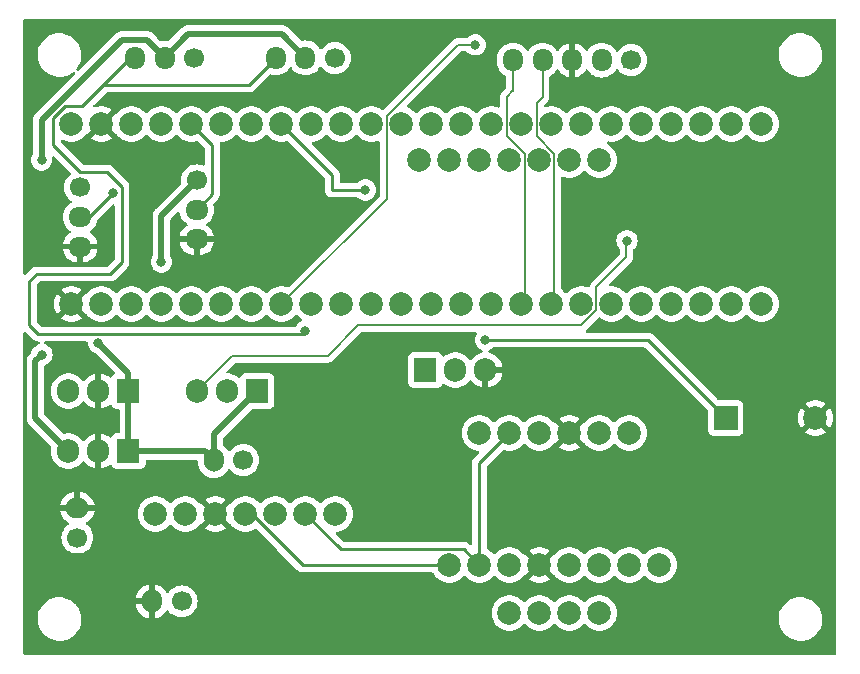
<source format=gbr>
%TF.GenerationSoftware,KiCad,Pcbnew,7.0.6-0*%
%TF.CreationDate,2023-11-16T12:01:13-05:00*%
%TF.ProjectId,TADPOL PCB,54414450-4f4c-4205-9043-422e6b696361,rev?*%
%TF.SameCoordinates,Original*%
%TF.FileFunction,Copper,L2,Bot*%
%TF.FilePolarity,Positive*%
%FSLAX46Y46*%
G04 Gerber Fmt 4.6, Leading zero omitted, Abs format (unit mm)*
G04 Created by KiCad (PCBNEW 7.0.6-0) date 2023-11-16 12:01:13*
%MOMM*%
%LPD*%
G01*
G04 APERTURE LIST*
%TA.AperFunction,ComponentPad*%
%ADD10R,1.905000X2.000000*%
%TD*%
%TA.AperFunction,ComponentPad*%
%ADD11O,1.905000X2.000000*%
%TD*%
%TA.AperFunction,ComponentPad*%
%ADD12C,2.000000*%
%TD*%
%TA.AperFunction,ComponentPad*%
%ADD13R,2.000000X2.000000*%
%TD*%
%TA.AperFunction,ComponentPad*%
%ADD14C,1.700000*%
%TD*%
%TA.AperFunction,ComponentPad*%
%ADD15O,1.950000X1.700000*%
%TD*%
%TA.AperFunction,ComponentPad*%
%ADD16O,1.700000X1.950000*%
%TD*%
%TA.AperFunction,ComponentPad*%
%ADD17O,1.700000X2.000000*%
%TD*%
%TA.AperFunction,ComponentPad*%
%ADD18O,2.000000X1.700000*%
%TD*%
%TA.AperFunction,ViaPad*%
%ADD19C,0.800000*%
%TD*%
%TA.AperFunction,Conductor*%
%ADD20C,0.127000*%
%TD*%
%TA.AperFunction,Conductor*%
%ADD21C,0.250000*%
%TD*%
%TA.AperFunction,Conductor*%
%ADD22C,0.500000*%
%TD*%
G04 APERTURE END LIST*
D10*
%TO.P,Q2,1,B*%
%TO.N,SERVO_ON*%
X189992000Y-110998000D03*
D11*
%TO.P,Q2,2,C*%
%TO.N,Net-(Q2-C)*%
X192532000Y-110998000D03*
%TO.P,Q2,3,E*%
%TO.N,GND*%
X195072000Y-110998000D03*
%TD*%
D12*
%TO.P,BMP1,0,VIN*%
%TO.N,+3V3*%
X167132000Y-123190000D03*
%TO.P,BMP1,1,3V0*%
%TO.N,unconnected-(BMP1-3V0-Pad1)*%
X169672000Y-123190000D03*
%TO.P,BMP1,2,GND*%
%TO.N,GND*%
X172212000Y-123190000D03*
%TO.P,BMP1,3,SCK*%
%TO.N,SCL*%
X174752000Y-123190000D03*
%TO.P,BMP1,4,SDO*%
%TO.N,unconnected-(BMP1-SDO-Pad4)*%
X177292000Y-123190000D03*
%TO.P,BMP1,5,SDI*%
%TO.N,SDA*%
X179832000Y-123190000D03*
%TO.P,BMP1,6,CS*%
%TO.N,unconnected-(BMP1-CS-Pad6)*%
X182372000Y-123190000D03*
%TD*%
D13*
%TO.P,BZ1,1,-*%
%TO.N,BUZZER*%
X215412000Y-115062000D03*
D12*
%TO.P,BZ1,2,+*%
%TO.N,GND*%
X223012000Y-115062000D03*
%TD*%
%TO.P,Teensy4.1,0,GND*%
%TO.N,GND*%
X160020000Y-105410000D03*
%TO.P,Teensy4.1,1,RX1*%
%TO.N,unconnected-(Teensy4.1-RX1-Pad1)*%
X162560000Y-105410000D03*
%TO.P,Teensy4.1,2,TX1*%
%TO.N,unconnected-(Teensy4.1-TX1-Pad2)*%
X165100000Y-105410000D03*
%TO.P,Teensy4.1,3,PWM*%
%TO.N,PWM1*%
X167640000Y-105410000D03*
%TO.P,Teensy4.1,4,PWM*%
%TO.N,PWM2*%
X170180000Y-105410000D03*
%TO.P,Teensy4.1,5,PWM*%
%TO.N,SERVO_ON*%
X172720000Y-105410000D03*
%TO.P,Teensy4.1,6,PWM*%
%TO.N,unconnected-(Teensy4.1-PWM-Pad6)*%
X175260000Y-105410000D03*
%TO.P,Teensy4.1,7,PWM*%
%TO.N,STR_GLIDER*%
X177800000Y-105410000D03*
%TO.P,Teensy4.1,8,RX2*%
%TO.N,unconnected-(Teensy4.1-RX2-Pad8)*%
X180340000Y-105410000D03*
%TO.P,Teensy4.1,9,TX2*%
%TO.N,unconnected-(Teensy4.1-TX2-Pad9)*%
X182880000Y-105410000D03*
%TO.P,Teensy4.1,10,PWM*%
%TO.N,BUZZER*%
X185420000Y-105410000D03*
%TO.P,Teensy4.1,11,CS*%
%TO.N,unconnected-(Teensy4.1-CS-Pad11)*%
X187960000Y-105410000D03*
%TO.P,Teensy4.1,12,MOSI*%
%TO.N,unconnected-(Teensy4.1-MOSI-Pad12)*%
X190500000Y-105410000D03*
%TO.P,Teensy4.1,13,MISO*%
%TO.N,unconnected-(Teensy4.1-MISO-Pad13)*%
X193040000Y-105410000D03*
%TO.P,Teensy4.1,14,3.3V*%
%TO.N,unconnected-(Teensy4.1-3.3V-Pad14)*%
X195580000Y-105410000D03*
%TO.P,Teensy4.1,15,SCL2*%
%TO.N,SCL_COM*%
X198120000Y-105410000D03*
%TO.P,Teensy4.1,16,SDA2*%
%TO.N,SDA_COM*%
X200660000Y-105410000D03*
%TO.P,Teensy4.1,17,MOSI1*%
%TO.N,unconnected-(Teensy4.1-MOSI1-Pad17)*%
X203200000Y-105410000D03*
%TO.P,Teensy4.1,18,SCK1*%
%TO.N,unconnected-(Teensy4.1-SCK1-Pad18)*%
X205740000Y-105410000D03*
%TO.P,Teensy4.1,19,RX7*%
%TO.N,unconnected-(Teensy4.1-RX7-Pad19)*%
X208280000Y-105410000D03*
%TO.P,Teensy4.1,20,TX7*%
%TO.N,unconnected-(Teensy4.1-TX7-Pad20)*%
X210820000Y-105410000D03*
%TO.P,Teensy4.1,21,GPIO*%
%TO.N,unconnected-(Teensy4.1-GPIO-Pad21)*%
X213360000Y-105410000D03*
%TO.P,Teensy4.1,22,GPIO*%
%TO.N,unconnected-(Teensy4.1-GPIO-Pad22)*%
X215900000Y-105410000D03*
%TO.P,Teensy4.1,23,GPIO*%
%TO.N,unconnected-(Teensy4.1-GPIO-Pad23)*%
X218440000Y-105410000D03*
%TO.P,Teensy4.1,24,PWM*%
%TO.N,unconnected-(Teensy4.1-PWM-Pad24)*%
X218440000Y-90170000D03*
%TO.P,Teensy4.1,25,RX8*%
%TO.N,unconnected-(Teensy4.1-RX8-Pad25)*%
X215900000Y-90170000D03*
%TO.P,Teensy4.1,26,TX8*%
%TO.N,unconnected-(Teensy4.1-TX8-Pad26)*%
X213360000Y-90170000D03*
%TO.P,Teensy4.1,27,PWM*%
%TO.N,unconnected-(Teensy4.1-PWM-Pad27)*%
X210820000Y-90170000D03*
%TO.P,Teensy4.1,28,PWM*%
%TO.N,unconnected-(Teensy4.1-PWM-Pad28)*%
X208280000Y-90170000D03*
%TO.P,Teensy4.1,29,CS1*%
%TO.N,unconnected-(Teensy4.1-CS1-Pad29)*%
X205740000Y-90170000D03*
%TO.P,Teensy4.1,30,MISO*%
%TO.N,unconnected-(Teensy4.1-MISO-Pad30)*%
X203200000Y-90170000D03*
%TO.P,Teensy4.1,31,A16*%
%TO.N,unconnected-(Teensy4.1-A16-Pad31)*%
X200660000Y-90170000D03*
%TO.P,Teensy4.1,32,A17*%
%TO.N,unconnected-(Teensy4.1-A17-Pad32)*%
X198120000Y-90170000D03*
%TO.P,Teensy4.1,33,GND*%
%TO.N,unconnected-(Teensy4.1-GND-Pad33)*%
X195580000Y-90170000D03*
%TO.P,Teensy4.1,34,SCK*%
%TO.N,unconnected-(Teensy4.1-SCK-Pad34)*%
X193040000Y-90170000D03*
%TO.P,Teensy4.1,35,A0*%
%TO.N,unconnected-(Teensy4.1-A0-Pad35)*%
X190500000Y-90170000D03*
%TO.P,Teensy4.1,36,A1*%
%TO.N,unconnected-(Teensy4.1-A1-Pad36)*%
X187960000Y-90170000D03*
%TO.P,Teensy4.1,37,A2*%
%TO.N,unconnected-(Teensy4.1-A2-Pad37)*%
X185420000Y-90170000D03*
%TO.P,Teensy4.1,38,A3*%
%TO.N,unconnected-(Teensy4.1-A3-Pad38)*%
X182880000Y-90170000D03*
%TO.P,Teensy4.1,39,SDA*%
%TO.N,SDA*%
X180340000Y-90170000D03*
%TO.P,Teensy4.1,40,SCL*%
%TO.N,SCL*%
X177800000Y-90170000D03*
%TO.P,Teensy4.1,41,TX5*%
%TO.N,unconnected-(Teensy4.1-TX5-Pad41)*%
X175260000Y-90170000D03*
%TO.P,Teensy4.1,42,RX5*%
%TO.N,unconnected-(Teensy4.1-RX5-Pad42)*%
X172720000Y-90170000D03*
%TO.P,Teensy4.1,43,PWM*%
%TO.N,NICHROME_SIGNAL2*%
X170180000Y-90170000D03*
%TO.P,Teensy4.1,44,PWM*%
%TO.N,NICHROME_SIGNAL1*%
X167640000Y-90170000D03*
%TO.P,Teensy4.1,45,3.3V*%
%TO.N,+3V3*%
X165100000Y-90170000D03*
%TO.P,Teensy4.1,46,GND*%
%TO.N,GND*%
X162560000Y-90170000D03*
%TO.P,Teensy4.1,47,Vin*%
%TO.N,+5V*%
X160020000Y-90170000D03*
%TD*%
%TO.P,BNO1,0,Vin*%
%TO.N,+3V3*%
X207264000Y-116332000D03*
%TO.P,BNO1,1,3vo*%
%TO.N,unconnected-(BNO1-3vo-Pad1)*%
X204724000Y-116332000D03*
%TO.P,BNO1,2,GND*%
%TO.N,GND*%
X202184000Y-116332000D03*
%TO.P,BNO1,3,SCL*%
%TO.N,SCL*%
X199644000Y-116332000D03*
%TO.P,BNO1,4,SDA*%
%TO.N,SDA*%
X197104000Y-116332000D03*
%TO.P,BNO1,5,RST*%
%TO.N,unconnected-(BNO1-RST-Pad5)*%
X194564000Y-116332000D03*
%TO.P,BNO1,6,INT*%
%TO.N,unconnected-(BNO1-INT-Pad6)*%
X204724000Y-131572000D03*
%TO.P,BNO1,7,ADR*%
%TO.N,unconnected-(BNO1-ADR-Pad7)*%
X202184000Y-131572000D03*
%TO.P,BNO1,8,PS0*%
%TO.N,unconnected-(BNO1-PS0-Pad8)*%
X199644000Y-131572000D03*
%TO.P,BNO1,9,PS1*%
%TO.N,unconnected-(BNO1-PS1-Pad9)*%
X197104000Y-131572000D03*
%TD*%
D14*
%TO.P,Nichrome_Connector1,1,Pin_1*%
%TO.N,VIN*%
X160765000Y-95544000D03*
D15*
%TO.P,Nichrome_Connector1,2,Pin_2*%
%TO.N,NICHROME_SIGNAL1*%
X160765000Y-98044000D03*
%TO.P,Nichrome_Connector1,3,Pin_3*%
%TO.N,GND*%
X160765000Y-100544000D03*
%TD*%
D14*
%TO.P,Nichrome_Connector2,1,Pin_1*%
%TO.N,VIN*%
X170637200Y-94934400D03*
D15*
%TO.P,Nichrome_Connector2,2,Pin_2*%
%TO.N,NICHROME_SIGNAL2*%
X170637200Y-97434400D03*
%TO.P,Nichrome_Connector2,3,Pin_3*%
%TO.N,GND*%
X170637200Y-99934400D03*
%TD*%
D12*
%TO.P,Sparkfun_NEO-M9N1,0,GND*%
%TO.N,unconnected-(Sparkfun_NEO-M9N1-GND-Pad0)*%
X204724000Y-93218000D03*
%TO.P,Sparkfun_NEO-M9N1,1,5V*%
%TO.N,unconnected-(Sparkfun_NEO-M9N1-5V-Pad1)*%
X202184000Y-93218000D03*
%TO.P,Sparkfun_NEO-M9N1,2,3V3*%
%TO.N,unconnected-(Sparkfun_NEO-M9N1-3V3-Pad2)*%
X199644000Y-93218000D03*
%TO.P,Sparkfun_NEO-M9N1,3,CS*%
%TO.N,unconnected-(Sparkfun_NEO-M9N1-CS-Pad3)*%
X197104000Y-93218000D03*
%TO.P,Sparkfun_NEO-M9N1,4,RX/SDI*%
%TO.N,unconnected-(Sparkfun_NEO-M9N1-RX{slash}SDI-Pad4)*%
X194564000Y-93218000D03*
%TO.P,Sparkfun_NEO-M9N1,5,TX/SDO*%
%TO.N,unconnected-(Sparkfun_NEO-M9N1-TX{slash}SDO-Pad5)*%
X192024000Y-93218000D03*
%TO.P,Sparkfun_NEO-M9N1,6,SCK*%
%TO.N,unconnected-(Sparkfun_NEO-M9N1-SCK-Pad6)*%
X189484000Y-93218000D03*
%TO.P,Sparkfun_NEO-M9N1,7,PPS*%
%TO.N,unconnected-(Sparkfun_NEO-M9N1-PPS-Pad7)*%
X209804000Y-127508000D03*
%TO.P,Sparkfun_NEO-M9N1,8,RST*%
%TO.N,unconnected-(Sparkfun_NEO-M9N1-RST-Pad8)*%
X207264000Y-127508000D03*
%TO.P,Sparkfun_NEO-M9N1,9,SAFE*%
%TO.N,unconnected-(Sparkfun_NEO-M9N1-SAFE-Pad9)*%
X204724000Y-127508000D03*
%TO.P,Sparkfun_NEO-M9N1,10,INT*%
%TO.N,unconnected-(Sparkfun_NEO-M9N1-INT-Pad10)*%
X202184000Y-127508000D03*
%TO.P,Sparkfun_NEO-M9N1,11,GND*%
%TO.N,GND*%
X199644000Y-127508000D03*
%TO.P,Sparkfun_NEO-M9N1,12,3V3*%
%TO.N,+3V3*%
X197104000Y-127508000D03*
%TO.P,Sparkfun_NEO-M9N1,13,SDA*%
%TO.N,SDA*%
X194564000Y-127508000D03*
%TO.P,Sparkfun_NEO-M9N1,14,SCL*%
%TO.N,SCL*%
X192024000Y-127508000D03*
%TD*%
D14*
%TO.P,Glider_Connection1,1,Pin_1*%
%TO.N,STR_FRAME*%
X207416400Y-84759800D03*
D16*
%TO.P,Glider_Connection1,2,Pin_2*%
%TO.N,STR_GLIDER*%
X204916400Y-84759800D03*
%TO.P,Glider_Connection1,3,Pin_3*%
%TO.N,GND*%
X202416400Y-84759800D03*
%TO.P,Glider_Connection1,4,Pin_4*%
%TO.N,SDA_COM*%
X199916400Y-84759800D03*
%TO.P,Glider_Connection1,5,Pin_5*%
%TO.N,SCL_COM*%
X197416400Y-84759800D03*
%TD*%
D14*
%TO.P,Servo1,1,Pin_1*%
%TO.N,PWM1*%
X170434000Y-84582000D03*
D16*
%TO.P,Servo1,2,Pin_2*%
%TO.N,+6V*%
X167934000Y-84582000D03*
%TO.P,Servo1,3,Pin_3*%
%TO.N,Net-(Q2-C)*%
X165434000Y-84582000D03*
%TD*%
D10*
%TO.P,Voltage_Regulator_5V2,1,B*%
%TO.N,VIN*%
X164846000Y-117856000D03*
D11*
%TO.P,Voltage_Regulator_5V2,2,C*%
%TO.N,GND*%
X162306000Y-117856000D03*
%TO.P,Voltage_Regulator_5V2,3,E*%
%TO.N,+6V*%
X159766000Y-117856000D03*
%TD*%
D10*
%TO.P,D1,1,K*%
%TO.N,VIN*%
X175742600Y-112776000D03*
D11*
%TO.P,D1,2,A*%
%TO.N,Net-(Bypass_Switch1-Pin_1)*%
X173202600Y-112776000D03*
%TO.P,D1,3,G*%
%TO.N,STR_FRAME*%
X170662600Y-112776000D03*
%TD*%
D14*
%TO.P,Bypass_Switch1,1,Pin_1*%
%TO.N,Net-(Bypass_Switch1-Pin_1)*%
X174574200Y-118618000D03*
D17*
%TO.P,Bypass_Switch1,2,Pin_2*%
%TO.N,VIN*%
X172074200Y-118618000D03*
%TD*%
D14*
%TO.P,Servo2,1,Pin_1*%
%TO.N,PWM2*%
X182332000Y-84565000D03*
D16*
%TO.P,Servo2,2,Pin_2*%
%TO.N,+6V*%
X179832000Y-84565000D03*
%TO.P,Servo2,3,Pin_3*%
%TO.N,Net-(Q2-C)*%
X177332000Y-84565000D03*
%TD*%
D10*
%TO.P,Voltage_Regulator_5V1,1,B*%
%TO.N,VIN*%
X164846000Y-112776000D03*
D11*
%TO.P,Voltage_Regulator_5V1,2,C*%
%TO.N,GND*%
X162306000Y-112776000D03*
%TO.P,Voltage_Regulator_5V1,3,E*%
%TO.N,+5V*%
X159766000Y-112776000D03*
%TD*%
D14*
%TO.P,Power1,1,Pin_1*%
%TO.N,Net-(Bypass_Switch1-Pin_1)*%
X169342000Y-130588000D03*
D17*
%TO.P,Power1,2,Pin_2*%
%TO.N,GND*%
X166842000Y-130588000D03*
%TD*%
D14*
%TO.P,PWR_OUT1,1,Pin_1*%
%TO.N,VIN*%
X160528000Y-125182000D03*
D18*
%TO.P,PWR_OUT1,2,Pin_2*%
%TO.N,GND*%
X160528000Y-122682000D03*
%TD*%
D19*
%TO.N,STR_GLIDER*%
X194208400Y-83464400D03*
%TO.N,STR_FRAME*%
X207060800Y-100050600D03*
%TO.N,SCL*%
X184912000Y-95758000D03*
%TO.N,Net-(Q2-C)*%
X179832000Y-107696000D03*
%TO.N,NICHROME_SIGNAL1*%
X163576000Y-96012000D03*
%TO.N,BUZZER*%
X195072000Y-108458000D03*
%TO.N,VIN*%
X162306000Y-108712000D03*
X167640000Y-101854000D03*
%TO.N,+6V*%
X157519800Y-109688200D03*
X157500500Y-93218000D03*
%TD*%
D20*
%TO.N,STR_GLIDER*%
X192765200Y-83459800D02*
X194203800Y-83459800D01*
X204916400Y-84759800D02*
X204203101Y-84759800D01*
X192765200Y-83459800D02*
X186696500Y-89528500D01*
X194203800Y-83459800D02*
X194208400Y-83464400D01*
X186696500Y-96513500D02*
X177800000Y-105410000D01*
X186696500Y-89528500D02*
X186696500Y-96513500D01*
%TO.N,STR_FRAME*%
X181711600Y-109804200D02*
X173634400Y-109804200D01*
X184302400Y-107213400D02*
X181711600Y-109804200D01*
X204463500Y-105933359D02*
X203183459Y-107213400D01*
X207003500Y-101454101D02*
X204463500Y-103994101D01*
X173634400Y-109804200D02*
X170662600Y-112776000D01*
X204463500Y-103994101D02*
X204463500Y-105933359D01*
X207416400Y-84759800D02*
X206832200Y-85344000D01*
X203183459Y-107213400D02*
X184302400Y-107213400D01*
X207003500Y-101454101D02*
X207003500Y-100107900D01*
X207003500Y-100107900D02*
X207060800Y-100050600D01*
%TO.N,SDA_COM*%
X199916400Y-84759800D02*
X199916400Y-87865600D01*
X199396500Y-88385500D02*
X199396500Y-91183641D01*
X200907500Y-105162500D02*
X200660000Y-105410000D01*
X199916400Y-87865600D02*
X199396500Y-88385500D01*
X200907500Y-92694641D02*
X200907500Y-105162500D01*
X199396500Y-91183641D02*
X200907500Y-92694641D01*
D21*
%TO.N,SDA*%
X179832000Y-123190000D02*
X182825000Y-126183000D01*
X194564000Y-127508000D02*
X194564000Y-118872000D01*
X194564000Y-118872000D02*
X197104000Y-116332000D01*
X182825000Y-126183000D02*
X193239000Y-126183000D01*
X193239000Y-126183000D02*
X194564000Y-127508000D01*
D20*
%TO.N,SCL_COM*%
X196856500Y-91183641D02*
X198380500Y-92707641D01*
X196856500Y-87885100D02*
X196856500Y-91183641D01*
X197416400Y-87325200D02*
X196856500Y-87885100D01*
X198380500Y-92707641D02*
X198380500Y-105149500D01*
X197416400Y-87325200D02*
X197416400Y-87383600D01*
X198380500Y-105149500D02*
X198120000Y-105410000D01*
X197416400Y-84759800D02*
X197416400Y-87325200D01*
D21*
%TO.N,SCL*%
X174752000Y-123190000D02*
X175289000Y-123190000D01*
D20*
X184912000Y-95758000D02*
X184658000Y-95758000D01*
D21*
X182118000Y-95758000D02*
X182118000Y-94488000D01*
X179607000Y-127508000D02*
X192024000Y-127508000D01*
X182118000Y-95758000D02*
X184912000Y-95758000D01*
X175289000Y-123190000D02*
X179607000Y-127508000D01*
X182118000Y-94488000D02*
X177800000Y-90170000D01*
%TO.N,Net-(Q2-C)*%
X179578000Y-107950000D02*
X179832000Y-107696000D01*
X164301000Y-95467000D02*
X164301000Y-101891000D01*
X164301000Y-101891000D02*
X163322000Y-102870000D01*
X162718166Y-86868000D02*
X175029000Y-86868000D01*
X161877083Y-87709083D02*
X165004167Y-84582000D01*
X157099000Y-102870000D02*
X156464000Y-103505000D01*
X163322000Y-102870000D02*
X157099000Y-102870000D01*
X175029000Y-86868000D02*
X177332000Y-84565000D01*
X165004167Y-84582000D02*
X165434000Y-84582000D01*
X157226000Y-107950000D02*
X179578000Y-107950000D01*
X156464000Y-107188000D02*
X157226000Y-107950000D01*
X163068000Y-94234000D02*
X164301000Y-95467000D01*
X158496000Y-89662000D02*
X158496000Y-91948000D01*
X159512000Y-88646000D02*
X158496000Y-89662000D01*
X160940166Y-88646000D02*
X159512000Y-88646000D01*
X156464000Y-103505000D02*
X156464000Y-107188000D01*
X161877083Y-87709083D02*
X160940166Y-88646000D01*
X160782000Y-94234000D02*
X163068000Y-94234000D01*
X161877083Y-87709083D02*
X162718166Y-86868000D01*
X158496000Y-91948000D02*
X160782000Y-94234000D01*
%TO.N,NICHROME_SIGNAL2*%
X171937200Y-91927200D02*
X171937200Y-96134400D01*
X171937200Y-96134400D02*
X170637200Y-97434400D01*
X170180000Y-90170000D02*
X171937200Y-91927200D01*
%TO.N,NICHROME_SIGNAL1*%
X160765000Y-98044000D02*
X161544000Y-98044000D01*
X161544000Y-98044000D02*
X163576000Y-96012000D01*
X160765000Y-98281000D02*
X160765000Y-98044000D01*
%TO.N,BUZZER*%
X208808000Y-108458000D02*
X215412000Y-115062000D01*
X195072000Y-108458000D02*
X208808000Y-108458000D01*
D22*
%TO.N,VIN*%
X164846000Y-117856000D02*
X171312200Y-117856000D01*
X172074200Y-118618000D02*
X172074200Y-116444400D01*
X171312200Y-117856000D02*
X172074200Y-118618000D01*
X167640000Y-101854000D02*
X167640000Y-97931600D01*
X162306000Y-108712000D02*
X164846000Y-111252000D01*
X167640000Y-97931600D02*
X170637200Y-94934400D01*
X172074200Y-116444400D02*
X175742600Y-112776000D01*
X164846000Y-112776000D02*
X164846000Y-117856000D01*
X164846000Y-111252000D02*
X164846000Y-112776000D01*
%TO.N,+6V*%
X157500500Y-93218000D02*
X157500500Y-89844328D01*
X177817000Y-82550000D02*
X179832000Y-84565000D01*
X169926000Y-82550000D02*
X177817000Y-82550000D01*
X167934000Y-84542000D02*
X169926000Y-82550000D01*
X157519800Y-109688200D02*
X156972000Y-110236000D01*
X156972000Y-115062000D02*
X159766000Y-117856000D01*
X164286828Y-83058000D02*
X166410000Y-83058000D01*
X156972000Y-110236000D02*
X156972000Y-115062000D01*
X157500500Y-89844328D02*
X164286828Y-83058000D01*
X167934000Y-84582000D02*
X167934000Y-84542000D01*
X166410000Y-83058000D02*
X167934000Y-84582000D01*
%TD*%
%TA.AperFunction,Conductor*%
%TO.N,GND*%
G36*
X224732539Y-81300185D02*
G01*
X224778294Y-81352989D01*
X224789500Y-81404500D01*
X224789500Y-135003500D01*
X224769815Y-135070539D01*
X224717011Y-135116294D01*
X224665500Y-135127500D01*
X156080500Y-135127500D01*
X156013461Y-135107815D01*
X155967706Y-135055011D01*
X155956500Y-135003500D01*
X155956500Y-132147763D01*
X157149787Y-132147763D01*
X157179413Y-132417013D01*
X157179415Y-132417024D01*
X157247926Y-132679082D01*
X157247928Y-132679088D01*
X157353870Y-132928390D01*
X157494979Y-133159605D01*
X157494986Y-133159615D01*
X157668253Y-133367819D01*
X157668259Y-133367824D01*
X157869998Y-133548582D01*
X158095910Y-133698044D01*
X158341176Y-133813020D01*
X158341183Y-133813022D01*
X158341185Y-133813023D01*
X158600557Y-133891057D01*
X158600564Y-133891058D01*
X158600569Y-133891060D01*
X158868561Y-133930500D01*
X158868566Y-133930500D01*
X159071636Y-133930500D01*
X159123133Y-133926730D01*
X159274156Y-133915677D01*
X159386758Y-133890593D01*
X159538546Y-133856782D01*
X159538548Y-133856781D01*
X159538553Y-133856780D01*
X159791558Y-133760014D01*
X160027777Y-133627441D01*
X160242177Y-133461888D01*
X160430186Y-133266881D01*
X160587799Y-133046579D01*
X160661787Y-132902669D01*
X160711649Y-132805690D01*
X160711651Y-132805684D01*
X160711656Y-132805675D01*
X160799118Y-132549305D01*
X160848319Y-132282933D01*
X160858212Y-132012235D01*
X160828586Y-131742982D01*
X160760072Y-131480912D01*
X160654130Y-131231610D01*
X160513018Y-131000390D01*
X160423747Y-130893119D01*
X160377877Y-130838000D01*
X165495592Y-130838000D01*
X165507430Y-130973315D01*
X165507432Y-130973326D01*
X165568566Y-131201483D01*
X165568570Y-131201492D01*
X165668399Y-131415577D01*
X165668400Y-131415579D01*
X165803886Y-131609073D01*
X165803891Y-131609079D01*
X165970917Y-131776105D01*
X166164421Y-131911600D01*
X166378507Y-132011429D01*
X166378516Y-132011433D01*
X166592000Y-132068634D01*
X166592000Y-131023501D01*
X166699685Y-131072680D01*
X166806237Y-131088000D01*
X166877763Y-131088000D01*
X166984315Y-131072680D01*
X167092000Y-131023501D01*
X167092000Y-132068633D01*
X167305483Y-132011433D01*
X167305492Y-132011429D01*
X167519577Y-131911600D01*
X167519579Y-131911599D01*
X167713073Y-131776113D01*
X167713079Y-131776108D01*
X167880108Y-131609079D01*
X167880113Y-131609073D01*
X168015598Y-131415579D01*
X168027652Y-131389730D01*
X168073823Y-131337289D01*
X168141016Y-131318135D01*
X168207898Y-131338349D01*
X168241610Y-131371006D01*
X168303505Y-131459401D01*
X168470599Y-131626495D01*
X168567384Y-131694264D01*
X168664165Y-131762032D01*
X168664167Y-131762033D01*
X168664170Y-131762035D01*
X168878337Y-131861903D01*
X169106592Y-131923063D01*
X169294918Y-131939539D01*
X169341999Y-131943659D01*
X169342000Y-131943659D01*
X169342001Y-131943659D01*
X169381234Y-131940226D01*
X169577408Y-131923063D01*
X169805663Y-131861903D01*
X170019830Y-131762035D01*
X170213401Y-131626495D01*
X170267891Y-131572005D01*
X195598357Y-131572005D01*
X195618890Y-131819812D01*
X195618892Y-131819824D01*
X195679936Y-132060881D01*
X195779826Y-132288606D01*
X195915833Y-132496782D01*
X195915836Y-132496785D01*
X196084256Y-132679738D01*
X196280491Y-132832474D01*
X196499190Y-132950828D01*
X196734386Y-133031571D01*
X196979665Y-133072500D01*
X197228335Y-133072500D01*
X197473614Y-133031571D01*
X197708810Y-132950828D01*
X197927509Y-132832474D01*
X198123744Y-132679738D01*
X198282771Y-132506988D01*
X198342657Y-132470999D01*
X198412495Y-132473099D01*
X198465228Y-132506988D01*
X198624256Y-132679738D01*
X198820491Y-132832474D01*
X199039190Y-132950828D01*
X199274386Y-133031571D01*
X199519665Y-133072500D01*
X199768335Y-133072500D01*
X200013614Y-133031571D01*
X200248810Y-132950828D01*
X200467509Y-132832474D01*
X200663744Y-132679738D01*
X200822771Y-132506988D01*
X200882657Y-132470999D01*
X200952495Y-132473099D01*
X201005228Y-132506988D01*
X201164256Y-132679738D01*
X201360491Y-132832474D01*
X201579190Y-132950828D01*
X201814386Y-133031571D01*
X202059665Y-133072500D01*
X202308335Y-133072500D01*
X202553614Y-133031571D01*
X202788810Y-132950828D01*
X203007509Y-132832474D01*
X203203744Y-132679738D01*
X203362771Y-132506988D01*
X203422657Y-132470999D01*
X203492495Y-132473099D01*
X203545228Y-132506988D01*
X203704256Y-132679738D01*
X203900491Y-132832474D01*
X204119190Y-132950828D01*
X204354386Y-133031571D01*
X204599665Y-133072500D01*
X204848335Y-133072500D01*
X205093614Y-133031571D01*
X205328810Y-132950828D01*
X205547509Y-132832474D01*
X205743744Y-132679738D01*
X205912164Y-132496785D01*
X206048173Y-132288607D01*
X206109953Y-132147763D01*
X219887787Y-132147763D01*
X219917413Y-132417013D01*
X219917415Y-132417024D01*
X219985926Y-132679082D01*
X219985928Y-132679088D01*
X220091870Y-132928390D01*
X220232979Y-133159605D01*
X220232986Y-133159615D01*
X220406253Y-133367819D01*
X220406259Y-133367824D01*
X220607998Y-133548582D01*
X220833910Y-133698044D01*
X221079176Y-133813020D01*
X221079183Y-133813022D01*
X221079185Y-133813023D01*
X221338557Y-133891057D01*
X221338564Y-133891058D01*
X221338569Y-133891060D01*
X221606561Y-133930500D01*
X221606566Y-133930500D01*
X221809636Y-133930500D01*
X221861133Y-133926730D01*
X222012156Y-133915677D01*
X222124758Y-133890593D01*
X222276546Y-133856782D01*
X222276548Y-133856781D01*
X222276553Y-133856780D01*
X222529558Y-133760014D01*
X222765777Y-133627441D01*
X222980177Y-133461888D01*
X223168186Y-133266881D01*
X223325799Y-133046579D01*
X223399787Y-132902669D01*
X223449649Y-132805690D01*
X223449651Y-132805684D01*
X223449656Y-132805675D01*
X223537118Y-132549305D01*
X223586319Y-132282933D01*
X223596212Y-132012235D01*
X223566586Y-131742982D01*
X223498072Y-131480912D01*
X223392130Y-131231610D01*
X223251018Y-131000390D01*
X223161747Y-130893119D01*
X223077746Y-130792180D01*
X223077740Y-130792175D01*
X222876002Y-130611418D01*
X222650092Y-130461957D01*
X222650090Y-130461956D01*
X222404824Y-130346980D01*
X222404819Y-130346978D01*
X222404814Y-130346976D01*
X222145442Y-130268942D01*
X222145428Y-130268939D01*
X222029791Y-130251921D01*
X221877439Y-130229500D01*
X221674369Y-130229500D01*
X221674364Y-130229500D01*
X221471844Y-130244323D01*
X221471831Y-130244325D01*
X221207453Y-130303217D01*
X221207446Y-130303220D01*
X220954439Y-130399987D01*
X220718226Y-130532557D01*
X220503822Y-130698112D01*
X220315822Y-130893109D01*
X220315816Y-130893116D01*
X220158202Y-131113419D01*
X220158199Y-131113424D01*
X220034350Y-131354309D01*
X220034343Y-131354327D01*
X219946884Y-131610685D01*
X219946881Y-131610699D01*
X219943963Y-131626498D01*
X219908257Y-131819812D01*
X219897681Y-131877068D01*
X219897680Y-131877075D01*
X219887787Y-132147763D01*
X206109953Y-132147763D01*
X206148063Y-132060881D01*
X206209108Y-131819821D01*
X206212731Y-131776105D01*
X206225127Y-131626495D01*
X206229643Y-131572000D01*
X206210282Y-131338349D01*
X206209109Y-131324187D01*
X206209107Y-131324175D01*
X206148063Y-131083118D01*
X206048173Y-130855393D01*
X205912166Y-130647217D01*
X205890557Y-130623744D01*
X205743744Y-130464262D01*
X205547509Y-130311526D01*
X205547507Y-130311525D01*
X205547506Y-130311524D01*
X205328811Y-130193172D01*
X205328802Y-130193169D01*
X205093616Y-130112429D01*
X204848335Y-130071500D01*
X204599665Y-130071500D01*
X204354383Y-130112429D01*
X204119197Y-130193169D01*
X204119188Y-130193172D01*
X203900493Y-130311524D01*
X203704257Y-130464261D01*
X203545230Y-130637010D01*
X203485342Y-130673001D01*
X203415504Y-130670900D01*
X203362770Y-130637010D01*
X203317652Y-130587999D01*
X203203744Y-130464262D01*
X203007509Y-130311526D01*
X203007507Y-130311525D01*
X203007506Y-130311524D01*
X202788811Y-130193172D01*
X202788802Y-130193169D01*
X202553616Y-130112429D01*
X202308335Y-130071500D01*
X202059665Y-130071500D01*
X201814383Y-130112429D01*
X201579197Y-130193169D01*
X201579188Y-130193172D01*
X201360493Y-130311524D01*
X201164257Y-130464261D01*
X201005230Y-130637010D01*
X200945342Y-130673001D01*
X200875504Y-130670900D01*
X200822770Y-130637010D01*
X200777652Y-130587999D01*
X200663744Y-130464262D01*
X200467509Y-130311526D01*
X200467507Y-130311525D01*
X200467506Y-130311524D01*
X200248811Y-130193172D01*
X200248802Y-130193169D01*
X200013616Y-130112429D01*
X199768335Y-130071500D01*
X199519665Y-130071500D01*
X199274383Y-130112429D01*
X199039197Y-130193169D01*
X199039188Y-130193172D01*
X198820493Y-130311524D01*
X198624257Y-130464261D01*
X198465230Y-130637010D01*
X198405342Y-130673001D01*
X198335504Y-130670900D01*
X198282770Y-130637010D01*
X198237652Y-130587999D01*
X198123744Y-130464262D01*
X197927509Y-130311526D01*
X197927507Y-130311525D01*
X197927506Y-130311524D01*
X197708811Y-130193172D01*
X197708802Y-130193169D01*
X197473616Y-130112429D01*
X197228335Y-130071500D01*
X196979665Y-130071500D01*
X196734383Y-130112429D01*
X196499197Y-130193169D01*
X196499188Y-130193172D01*
X196280493Y-130311524D01*
X196084257Y-130464261D01*
X195915833Y-130647217D01*
X195779826Y-130855393D01*
X195679936Y-131083118D01*
X195618892Y-131324175D01*
X195618890Y-131324187D01*
X195598357Y-131571994D01*
X195598357Y-131572005D01*
X170267891Y-131572005D01*
X170380495Y-131459401D01*
X170516035Y-131265830D01*
X170615903Y-131051663D01*
X170677063Y-130823408D01*
X170697659Y-130588000D01*
X170677063Y-130352592D01*
X170615903Y-130124337D01*
X170516035Y-129910171D01*
X170477971Y-129855809D01*
X170380494Y-129716597D01*
X170213402Y-129549506D01*
X170213395Y-129549501D01*
X170019834Y-129413967D01*
X170019830Y-129413965D01*
X169989648Y-129399891D01*
X169805663Y-129314097D01*
X169805659Y-129314096D01*
X169805655Y-129314094D01*
X169577413Y-129252938D01*
X169577403Y-129252936D01*
X169342001Y-129232341D01*
X169341999Y-129232341D01*
X169106596Y-129252936D01*
X169106586Y-129252938D01*
X168878344Y-129314094D01*
X168878335Y-129314098D01*
X168664171Y-129413964D01*
X168664169Y-129413965D01*
X168470597Y-129549505D01*
X168303504Y-129716598D01*
X168241610Y-129804992D01*
X168187033Y-129848617D01*
X168117535Y-129855809D01*
X168055180Y-129824287D01*
X168027653Y-129786271D01*
X168015599Y-129760420D01*
X167880113Y-129566926D01*
X167880108Y-129566920D01*
X167713082Y-129399894D01*
X167519578Y-129264399D01*
X167305492Y-129164570D01*
X167305486Y-129164567D01*
X167092000Y-129107364D01*
X167092000Y-130152498D01*
X166984315Y-130103320D01*
X166877763Y-130088000D01*
X166806237Y-130088000D01*
X166699685Y-130103320D01*
X166592000Y-130152498D01*
X166592000Y-129107364D01*
X166591999Y-129107364D01*
X166378513Y-129164567D01*
X166378507Y-129164570D01*
X166164422Y-129264399D01*
X166164420Y-129264400D01*
X165970926Y-129399886D01*
X165970920Y-129399891D01*
X165803891Y-129566920D01*
X165803886Y-129566926D01*
X165668400Y-129760420D01*
X165668399Y-129760422D01*
X165568570Y-129974507D01*
X165568566Y-129974516D01*
X165507432Y-130202673D01*
X165507430Y-130202684D01*
X165495592Y-130337999D01*
X165495593Y-130338000D01*
X166408314Y-130338000D01*
X166382507Y-130378156D01*
X166342000Y-130516111D01*
X166342000Y-130659889D01*
X166382507Y-130797844D01*
X166408314Y-130838000D01*
X165495592Y-130838000D01*
X160377877Y-130838000D01*
X160339746Y-130792180D01*
X160339740Y-130792175D01*
X160138002Y-130611418D01*
X159912092Y-130461957D01*
X159912090Y-130461956D01*
X159666824Y-130346980D01*
X159666819Y-130346978D01*
X159666814Y-130346976D01*
X159407442Y-130268942D01*
X159407428Y-130268939D01*
X159291791Y-130251921D01*
X159139439Y-130229500D01*
X158936369Y-130229500D01*
X158936364Y-130229500D01*
X158733844Y-130244323D01*
X158733831Y-130244325D01*
X158469453Y-130303217D01*
X158469446Y-130303220D01*
X158216439Y-130399987D01*
X157980226Y-130532557D01*
X157765822Y-130698112D01*
X157577822Y-130893109D01*
X157577816Y-130893116D01*
X157420202Y-131113419D01*
X157420199Y-131113424D01*
X157296350Y-131354309D01*
X157296343Y-131354327D01*
X157208884Y-131610685D01*
X157208881Y-131610699D01*
X157205963Y-131626498D01*
X157170257Y-131819812D01*
X157159681Y-131877068D01*
X157159680Y-131877075D01*
X157149787Y-132147763D01*
X155956500Y-132147763D01*
X155956500Y-122932000D01*
X159047364Y-122932000D01*
X159104567Y-123145486D01*
X159104570Y-123145492D01*
X159204399Y-123359577D01*
X159204400Y-123359579D01*
X159339886Y-123553073D01*
X159339891Y-123553079D01*
X159506920Y-123720108D01*
X159506926Y-123720113D01*
X159700420Y-123855599D01*
X159726271Y-123867653D01*
X159778711Y-123913824D01*
X159797864Y-123981017D01*
X159777650Y-124047899D01*
X159744992Y-124081610D01*
X159656598Y-124143504D01*
X159489505Y-124310597D01*
X159353965Y-124504169D01*
X159353964Y-124504171D01*
X159254098Y-124718335D01*
X159254094Y-124718344D01*
X159192938Y-124946586D01*
X159192936Y-124946596D01*
X159172341Y-125181999D01*
X159172341Y-125182000D01*
X159192936Y-125417403D01*
X159192938Y-125417413D01*
X159254094Y-125645655D01*
X159254096Y-125645659D01*
X159254097Y-125645663D01*
X159329824Y-125808060D01*
X159353965Y-125859830D01*
X159353967Y-125859834D01*
X159450649Y-125997909D01*
X159489505Y-126053401D01*
X159656599Y-126220495D01*
X159747848Y-126284388D01*
X159850165Y-126356032D01*
X159850167Y-126356033D01*
X159850170Y-126356035D01*
X160064337Y-126455903D01*
X160292592Y-126517063D01*
X160480918Y-126533539D01*
X160527999Y-126537659D01*
X160528000Y-126537659D01*
X160528001Y-126537659D01*
X160567234Y-126534226D01*
X160763408Y-126517063D01*
X160991663Y-126455903D01*
X161205830Y-126356035D01*
X161399401Y-126220495D01*
X161566495Y-126053401D01*
X161702035Y-125859830D01*
X161801903Y-125645663D01*
X161863063Y-125417408D01*
X161883659Y-125182000D01*
X161863063Y-124946592D01*
X161801903Y-124718337D01*
X161702035Y-124504171D01*
X161680325Y-124473165D01*
X161566494Y-124310597D01*
X161399402Y-124143506D01*
X161399401Y-124143505D01*
X161311006Y-124081610D01*
X161267383Y-124027034D01*
X161260190Y-123957535D01*
X161291712Y-123895181D01*
X161329730Y-123867652D01*
X161355579Y-123855598D01*
X161549073Y-123720113D01*
X161549079Y-123720108D01*
X161716105Y-123553082D01*
X161851600Y-123359578D01*
X161930672Y-123190005D01*
X165626357Y-123190005D01*
X165646890Y-123437812D01*
X165646892Y-123437824D01*
X165707936Y-123678881D01*
X165807826Y-123906606D01*
X165943833Y-124114782D01*
X165976245Y-124149991D01*
X166112256Y-124297738D01*
X166308491Y-124450474D01*
X166308493Y-124450475D01*
X166526332Y-124568364D01*
X166527190Y-124568828D01*
X166746141Y-124643994D01*
X166760964Y-124649083D01*
X166762386Y-124649571D01*
X167007665Y-124690500D01*
X167256335Y-124690500D01*
X167501614Y-124649571D01*
X167736810Y-124568828D01*
X167955509Y-124450474D01*
X168151744Y-124297738D01*
X168310771Y-124124988D01*
X168370657Y-124088999D01*
X168440495Y-124091099D01*
X168493228Y-124124988D01*
X168652256Y-124297738D01*
X168848491Y-124450474D01*
X168848493Y-124450475D01*
X169066332Y-124568364D01*
X169067190Y-124568828D01*
X169286141Y-124643994D01*
X169300964Y-124649083D01*
X169302386Y-124649571D01*
X169547665Y-124690500D01*
X169796335Y-124690500D01*
X170041614Y-124649571D01*
X170276810Y-124568828D01*
X170495509Y-124450474D01*
X170691744Y-124297738D01*
X170860164Y-124114785D01*
X170860533Y-124114219D01*
X170860745Y-124114038D01*
X170863322Y-124110729D01*
X170864002Y-124111258D01*
X170913676Y-124068860D01*
X170977138Y-124058697D01*
X170988564Y-124059882D01*
X171720866Y-123327580D01*
X171743318Y-123404040D01*
X171822605Y-123527413D01*
X171933438Y-123623451D01*
X172066839Y-123684373D01*
X172070634Y-123684918D01*
X171341942Y-124413609D01*
X171388768Y-124450055D01*
X171388770Y-124450056D01*
X171607385Y-124568364D01*
X171607396Y-124568369D01*
X171842506Y-124649083D01*
X172087707Y-124690000D01*
X172336293Y-124690000D01*
X172581493Y-124649083D01*
X172816603Y-124568369D01*
X172816614Y-124568364D01*
X173035228Y-124450057D01*
X173035231Y-124450055D01*
X173082056Y-124413609D01*
X172353365Y-123684918D01*
X172357161Y-123684373D01*
X172490562Y-123623451D01*
X172601395Y-123527413D01*
X172680682Y-123404040D01*
X172703133Y-123327579D01*
X173435434Y-124059882D01*
X173446861Y-124058697D01*
X173515573Y-124071360D01*
X173560092Y-124111194D01*
X173560683Y-124110735D01*
X173563218Y-124113992D01*
X173563456Y-124114205D01*
X173563831Y-124114780D01*
X173611709Y-124166789D01*
X173732256Y-124297738D01*
X173928491Y-124450474D01*
X173928493Y-124450475D01*
X174146332Y-124568364D01*
X174147190Y-124568828D01*
X174366141Y-124643994D01*
X174380964Y-124649083D01*
X174382386Y-124649571D01*
X174627665Y-124690500D01*
X174876335Y-124690500D01*
X175121614Y-124649571D01*
X175356810Y-124568828D01*
X175552184Y-124463096D01*
X175620510Y-124448502D01*
X175685883Y-124473165D01*
X175698880Y-124484470D01*
X177434902Y-126220493D01*
X179106197Y-127891788D01*
X179116022Y-127904051D01*
X179116243Y-127903869D01*
X179121214Y-127909878D01*
X179147217Y-127934295D01*
X179171635Y-127957226D01*
X179192529Y-127978120D01*
X179198011Y-127982373D01*
X179202443Y-127986157D01*
X179236418Y-128018062D01*
X179253976Y-128027714D01*
X179270235Y-128038395D01*
X179286064Y-128050673D01*
X179328838Y-128069182D01*
X179334056Y-128071738D01*
X179374908Y-128094197D01*
X179394316Y-128099180D01*
X179412717Y-128105480D01*
X179431104Y-128113437D01*
X179474488Y-128120308D01*
X179477119Y-128120725D01*
X179482839Y-128121909D01*
X179527981Y-128133500D01*
X179548016Y-128133500D01*
X179567414Y-128135026D01*
X179587194Y-128138159D01*
X179587195Y-128138160D01*
X179587195Y-128138159D01*
X179587196Y-128138160D01*
X179633583Y-128133775D01*
X179639422Y-128133500D01*
X190578850Y-128133500D01*
X190645889Y-128153185D01*
X190691644Y-128205989D01*
X190692405Y-128207689D01*
X190699824Y-128224603D01*
X190835833Y-128432782D01*
X190835836Y-128432785D01*
X191004256Y-128615738D01*
X191200491Y-128768474D01*
X191200493Y-128768475D01*
X191418332Y-128886364D01*
X191419190Y-128886828D01*
X191638141Y-128961994D01*
X191652964Y-128967083D01*
X191654386Y-128967571D01*
X191899665Y-129008500D01*
X192148335Y-129008500D01*
X192393614Y-128967571D01*
X192628810Y-128886828D01*
X192847509Y-128768474D01*
X193043744Y-128615738D01*
X193202771Y-128442988D01*
X193262657Y-128406999D01*
X193332495Y-128409099D01*
X193385228Y-128442988D01*
X193544256Y-128615738D01*
X193740491Y-128768474D01*
X193740493Y-128768475D01*
X193958332Y-128886364D01*
X193959190Y-128886828D01*
X194178141Y-128961994D01*
X194192964Y-128967083D01*
X194194386Y-128967571D01*
X194439665Y-129008500D01*
X194688335Y-129008500D01*
X194933614Y-128967571D01*
X195168810Y-128886828D01*
X195387509Y-128768474D01*
X195583744Y-128615738D01*
X195742771Y-128442988D01*
X195802657Y-128406999D01*
X195872495Y-128409099D01*
X195925228Y-128442988D01*
X196084256Y-128615738D01*
X196280491Y-128768474D01*
X196280493Y-128768475D01*
X196498332Y-128886364D01*
X196499190Y-128886828D01*
X196718141Y-128961994D01*
X196732964Y-128967083D01*
X196734386Y-128967571D01*
X196979665Y-129008500D01*
X197228335Y-129008500D01*
X197473614Y-128967571D01*
X197708810Y-128886828D01*
X197927509Y-128768474D01*
X198123744Y-128615738D01*
X198292164Y-128432785D01*
X198292533Y-128432219D01*
X198292745Y-128432038D01*
X198295322Y-128428729D01*
X198296002Y-128429258D01*
X198345676Y-128386860D01*
X198409138Y-128376697D01*
X198420564Y-128377882D01*
X199152866Y-127645580D01*
X199175318Y-127722040D01*
X199254605Y-127845413D01*
X199365438Y-127941451D01*
X199498839Y-128002373D01*
X199502634Y-128002918D01*
X198773942Y-128731609D01*
X198820768Y-128768055D01*
X198820770Y-128768056D01*
X199039385Y-128886364D01*
X199039396Y-128886369D01*
X199274506Y-128967083D01*
X199519707Y-129008000D01*
X199768293Y-129008000D01*
X200013493Y-128967083D01*
X200248603Y-128886369D01*
X200248614Y-128886364D01*
X200467228Y-128768057D01*
X200467231Y-128768055D01*
X200514056Y-128731609D01*
X199785365Y-128002918D01*
X199789161Y-128002373D01*
X199922562Y-127941451D01*
X200033395Y-127845413D01*
X200112682Y-127722040D01*
X200135132Y-127645580D01*
X200867434Y-128377882D01*
X200878861Y-128376697D01*
X200947573Y-128389360D01*
X200992092Y-128429194D01*
X200992683Y-128428735D01*
X200995218Y-128431992D01*
X200995456Y-128432205D01*
X200995831Y-128432780D01*
X200995836Y-128432785D01*
X201164256Y-128615738D01*
X201360491Y-128768474D01*
X201360493Y-128768475D01*
X201578332Y-128886364D01*
X201579190Y-128886828D01*
X201798141Y-128961994D01*
X201812964Y-128967083D01*
X201814386Y-128967571D01*
X202059665Y-129008500D01*
X202308335Y-129008500D01*
X202553614Y-128967571D01*
X202788810Y-128886828D01*
X203007509Y-128768474D01*
X203203744Y-128615738D01*
X203362772Y-128442986D01*
X203422656Y-128406999D01*
X203492494Y-128409099D01*
X203545228Y-128442989D01*
X203704252Y-128615734D01*
X203704256Y-128615738D01*
X203900491Y-128768474D01*
X203900493Y-128768475D01*
X204118332Y-128886364D01*
X204119190Y-128886828D01*
X204338141Y-128961994D01*
X204352964Y-128967083D01*
X204354386Y-128967571D01*
X204599665Y-129008500D01*
X204848335Y-129008500D01*
X205093614Y-128967571D01*
X205328810Y-128886828D01*
X205547509Y-128768474D01*
X205743744Y-128615738D01*
X205902771Y-128442988D01*
X205962657Y-128406999D01*
X206032495Y-128409099D01*
X206085228Y-128442988D01*
X206244256Y-128615738D01*
X206440491Y-128768474D01*
X206440493Y-128768475D01*
X206658332Y-128886364D01*
X206659190Y-128886828D01*
X206878141Y-128961994D01*
X206892964Y-128967083D01*
X206894386Y-128967571D01*
X207139665Y-129008500D01*
X207388335Y-129008500D01*
X207633614Y-128967571D01*
X207868810Y-128886828D01*
X208087509Y-128768474D01*
X208283744Y-128615738D01*
X208442772Y-128442986D01*
X208502656Y-128406999D01*
X208572494Y-128409099D01*
X208625228Y-128442989D01*
X208784252Y-128615734D01*
X208784256Y-128615738D01*
X208980491Y-128768474D01*
X208980493Y-128768475D01*
X209198332Y-128886364D01*
X209199190Y-128886828D01*
X209418141Y-128961994D01*
X209432964Y-128967083D01*
X209434386Y-128967571D01*
X209679665Y-129008500D01*
X209928335Y-129008500D01*
X210173614Y-128967571D01*
X210408810Y-128886828D01*
X210627509Y-128768474D01*
X210823744Y-128615738D01*
X210992164Y-128432785D01*
X211128173Y-128224607D01*
X211228063Y-127996881D01*
X211289108Y-127755821D01*
X211309643Y-127508000D01*
X211289108Y-127260179D01*
X211228063Y-127019119D01*
X211218799Y-126998000D01*
X211128173Y-126791393D01*
X210992166Y-126583217D01*
X210931265Y-126517061D01*
X210823744Y-126400262D01*
X210627509Y-126247526D01*
X210627507Y-126247525D01*
X210627506Y-126247524D01*
X210408811Y-126129172D01*
X210408802Y-126129169D01*
X210173616Y-126048429D01*
X209928335Y-126007500D01*
X209679665Y-126007500D01*
X209434383Y-126048429D01*
X209199197Y-126129169D01*
X209199188Y-126129172D01*
X208980493Y-126247524D01*
X208784255Y-126400262D01*
X208784252Y-126400265D01*
X208625228Y-126573010D01*
X208565341Y-126609001D01*
X208495503Y-126606900D01*
X208442770Y-126573011D01*
X208283744Y-126400262D01*
X208087509Y-126247526D01*
X208087507Y-126247525D01*
X208087506Y-126247524D01*
X207868811Y-126129172D01*
X207868802Y-126129169D01*
X207633616Y-126048429D01*
X207388335Y-126007500D01*
X207139665Y-126007500D01*
X206894383Y-126048429D01*
X206659197Y-126129169D01*
X206659188Y-126129172D01*
X206440493Y-126247524D01*
X206244257Y-126400261D01*
X206085230Y-126573010D01*
X206025342Y-126609001D01*
X205955504Y-126606900D01*
X205902770Y-126573010D01*
X205851265Y-126517061D01*
X205743744Y-126400262D01*
X205547509Y-126247526D01*
X205547507Y-126247525D01*
X205547506Y-126247524D01*
X205328811Y-126129172D01*
X205328802Y-126129169D01*
X205093616Y-126048429D01*
X204848335Y-126007500D01*
X204599665Y-126007500D01*
X204354383Y-126048429D01*
X204119197Y-126129169D01*
X204119188Y-126129172D01*
X203900493Y-126247524D01*
X203704257Y-126400261D01*
X203545230Y-126573010D01*
X203485342Y-126609001D01*
X203415504Y-126606900D01*
X203362770Y-126573010D01*
X203311265Y-126517061D01*
X203203744Y-126400262D01*
X203007509Y-126247526D01*
X203007507Y-126247525D01*
X203007506Y-126247524D01*
X202788811Y-126129172D01*
X202788802Y-126129169D01*
X202553616Y-126048429D01*
X202308335Y-126007500D01*
X202059665Y-126007500D01*
X201814383Y-126048429D01*
X201579197Y-126129169D01*
X201579188Y-126129172D01*
X201360493Y-126247524D01*
X201164257Y-126400261D01*
X200995837Y-126583213D01*
X200995829Y-126583224D01*
X200995455Y-126583797D01*
X200995242Y-126583978D01*
X200992690Y-126587258D01*
X200992014Y-126586732D01*
X200942304Y-126629147D01*
X200878865Y-126639302D01*
X200867434Y-126638116D01*
X200135132Y-127370418D01*
X200112682Y-127293960D01*
X200033395Y-127170587D01*
X199922562Y-127074549D01*
X199789161Y-127013627D01*
X199785366Y-127013081D01*
X200514057Y-126284390D01*
X200514056Y-126284389D01*
X200467229Y-126247943D01*
X200248614Y-126129635D01*
X200248603Y-126129630D01*
X200013493Y-126048916D01*
X199768293Y-126008000D01*
X199519707Y-126008000D01*
X199274506Y-126048916D01*
X199039396Y-126129630D01*
X199039390Y-126129632D01*
X198820761Y-126247949D01*
X198773942Y-126284388D01*
X198773942Y-126284390D01*
X199502634Y-127013081D01*
X199498839Y-127013627D01*
X199365438Y-127074549D01*
X199254605Y-127170587D01*
X199175318Y-127293960D01*
X199152867Y-127370419D01*
X198420564Y-126638116D01*
X198409135Y-126639302D01*
X198340423Y-126626637D01*
X198295910Y-126586802D01*
X198295317Y-126587265D01*
X198292768Y-126583991D01*
X198292535Y-126583782D01*
X198292166Y-126583218D01*
X198292165Y-126583217D01*
X198292164Y-126583215D01*
X198123744Y-126400262D01*
X197927509Y-126247526D01*
X197927507Y-126247525D01*
X197927506Y-126247524D01*
X197708811Y-126129172D01*
X197708802Y-126129169D01*
X197473616Y-126048429D01*
X197228335Y-126007500D01*
X196979665Y-126007500D01*
X196734383Y-126048429D01*
X196499197Y-126129169D01*
X196499188Y-126129172D01*
X196280493Y-126247524D01*
X196084257Y-126400261D01*
X195925230Y-126573010D01*
X195865342Y-126609001D01*
X195795504Y-126606900D01*
X195742770Y-126573010D01*
X195691265Y-126517061D01*
X195583744Y-126400262D01*
X195387509Y-126247526D01*
X195387508Y-126247525D01*
X195387505Y-126247523D01*
X195387503Y-126247522D01*
X195254481Y-126175533D01*
X195204891Y-126126313D01*
X195189500Y-126066479D01*
X195189500Y-119182452D01*
X195209185Y-119115413D01*
X195225819Y-119094771D01*
X195863072Y-118457518D01*
X196526772Y-117793817D01*
X196588093Y-117760334D01*
X196654712Y-117764218D01*
X196706229Y-117781904D01*
X196734385Y-117791571D01*
X196979665Y-117832500D01*
X197228335Y-117832500D01*
X197473614Y-117791571D01*
X197708810Y-117710828D01*
X197927509Y-117592474D01*
X198123744Y-117439738D01*
X198282771Y-117266988D01*
X198342657Y-117230999D01*
X198412495Y-117233099D01*
X198465228Y-117266988D01*
X198624256Y-117439738D01*
X198820491Y-117592474D01*
X198820493Y-117592475D01*
X199038332Y-117710364D01*
X199039190Y-117710828D01*
X199258141Y-117785994D01*
X199272964Y-117791083D01*
X199274386Y-117791571D01*
X199519665Y-117832500D01*
X199768335Y-117832500D01*
X200013614Y-117791571D01*
X200248810Y-117710828D01*
X200467509Y-117592474D01*
X200663744Y-117439738D01*
X200832164Y-117256785D01*
X200832533Y-117256219D01*
X200832745Y-117256038D01*
X200835322Y-117252729D01*
X200836002Y-117253258D01*
X200885676Y-117210860D01*
X200949138Y-117200697D01*
X200960564Y-117201882D01*
X201692866Y-116469580D01*
X201715318Y-116546040D01*
X201794605Y-116669413D01*
X201905438Y-116765451D01*
X202038839Y-116826373D01*
X202042634Y-116826918D01*
X201313942Y-117555609D01*
X201360768Y-117592055D01*
X201360770Y-117592056D01*
X201579385Y-117710364D01*
X201579396Y-117710369D01*
X201814506Y-117791083D01*
X202059707Y-117832000D01*
X202308293Y-117832000D01*
X202553493Y-117791083D01*
X202788603Y-117710369D01*
X202788614Y-117710364D01*
X203007228Y-117592057D01*
X203007231Y-117592055D01*
X203054056Y-117555609D01*
X202325365Y-116826918D01*
X202329161Y-116826373D01*
X202462562Y-116765451D01*
X202573395Y-116669413D01*
X202652682Y-116546040D01*
X202675132Y-116469580D01*
X203407434Y-117201882D01*
X203418861Y-117200697D01*
X203487573Y-117213360D01*
X203532092Y-117253194D01*
X203532683Y-117252735D01*
X203535218Y-117255992D01*
X203535456Y-117256205D01*
X203535831Y-117256780D01*
X203581142Y-117306000D01*
X203704256Y-117439738D01*
X203900491Y-117592474D01*
X203900493Y-117592475D01*
X204118332Y-117710364D01*
X204119190Y-117710828D01*
X204338141Y-117785994D01*
X204352964Y-117791083D01*
X204354386Y-117791571D01*
X204599665Y-117832500D01*
X204848335Y-117832500D01*
X205093614Y-117791571D01*
X205328810Y-117710828D01*
X205547509Y-117592474D01*
X205743744Y-117439738D01*
X205902771Y-117266988D01*
X205962657Y-117230999D01*
X206032495Y-117233099D01*
X206085228Y-117266988D01*
X206244256Y-117439738D01*
X206440491Y-117592474D01*
X206440493Y-117592475D01*
X206658332Y-117710364D01*
X206659190Y-117710828D01*
X206878141Y-117785994D01*
X206892964Y-117791083D01*
X206894386Y-117791571D01*
X207139665Y-117832500D01*
X207388335Y-117832500D01*
X207633614Y-117791571D01*
X207868810Y-117710828D01*
X208087509Y-117592474D01*
X208283744Y-117439738D01*
X208452164Y-117256785D01*
X208588173Y-117048607D01*
X208688063Y-116820881D01*
X208749108Y-116579821D01*
X208750544Y-116562499D01*
X208760663Y-116440369D01*
X208769643Y-116332000D01*
X208757349Y-116183643D01*
X208749109Y-116084187D01*
X208749107Y-116084175D01*
X208688063Y-115843118D01*
X208588173Y-115615393D01*
X208452166Y-115407217D01*
X208362430Y-115309738D01*
X208283744Y-115224262D01*
X208087509Y-115071526D01*
X208087507Y-115071525D01*
X208087506Y-115071524D01*
X207868811Y-114953172D01*
X207868802Y-114953169D01*
X207633616Y-114872429D01*
X207388335Y-114831500D01*
X207139665Y-114831500D01*
X206894383Y-114872429D01*
X206659197Y-114953169D01*
X206659188Y-114953172D01*
X206440493Y-115071524D01*
X206244255Y-115224262D01*
X206244252Y-115224265D01*
X206085228Y-115397010D01*
X206025341Y-115433001D01*
X205955503Y-115430900D01*
X205902770Y-115397011D01*
X205743744Y-115224262D01*
X205547509Y-115071526D01*
X205547507Y-115071525D01*
X205547506Y-115071524D01*
X205328811Y-114953172D01*
X205328802Y-114953169D01*
X205093616Y-114872429D01*
X204848335Y-114831500D01*
X204599665Y-114831500D01*
X204354383Y-114872429D01*
X204119197Y-114953169D01*
X204119188Y-114953172D01*
X203900493Y-115071524D01*
X203704257Y-115224261D01*
X203535837Y-115407213D01*
X203535829Y-115407224D01*
X203535455Y-115407797D01*
X203535242Y-115407978D01*
X203532690Y-115411258D01*
X203532014Y-115410732D01*
X203482304Y-115453147D01*
X203418865Y-115463302D01*
X203407434Y-115462116D01*
X202675132Y-116194418D01*
X202652682Y-116117960D01*
X202573395Y-115994587D01*
X202462562Y-115898549D01*
X202329161Y-115837627D01*
X202325366Y-115837081D01*
X203054057Y-115108390D01*
X203054056Y-115108389D01*
X203007229Y-115071943D01*
X202788614Y-114953635D01*
X202788603Y-114953630D01*
X202553493Y-114872916D01*
X202308293Y-114832000D01*
X202059707Y-114832000D01*
X201814506Y-114872916D01*
X201579396Y-114953630D01*
X201579390Y-114953632D01*
X201360761Y-115071949D01*
X201313942Y-115108388D01*
X201313942Y-115108390D01*
X202042634Y-115837081D01*
X202038839Y-115837627D01*
X201905438Y-115898549D01*
X201794605Y-115994587D01*
X201715318Y-116117960D01*
X201692866Y-116194419D01*
X200960564Y-115462116D01*
X200949135Y-115463302D01*
X200880423Y-115450637D01*
X200835910Y-115410802D01*
X200835317Y-115411265D01*
X200832768Y-115407991D01*
X200832535Y-115407782D01*
X200832166Y-115407218D01*
X200832165Y-115407217D01*
X200832164Y-115407215D01*
X200663744Y-115224262D01*
X200467509Y-115071526D01*
X200467507Y-115071525D01*
X200467506Y-115071524D01*
X200248811Y-114953172D01*
X200248802Y-114953169D01*
X200013616Y-114872429D01*
X199768335Y-114831500D01*
X199519665Y-114831500D01*
X199274383Y-114872429D01*
X199039197Y-114953169D01*
X199039188Y-114953172D01*
X198820493Y-115071524D01*
X198624257Y-115224261D01*
X198465230Y-115397010D01*
X198405342Y-115433001D01*
X198335504Y-115430900D01*
X198282770Y-115397010D01*
X198202422Y-115309729D01*
X198123744Y-115224262D01*
X197927509Y-115071526D01*
X197927507Y-115071525D01*
X197927506Y-115071524D01*
X197708811Y-114953172D01*
X197708802Y-114953169D01*
X197473616Y-114872429D01*
X197228335Y-114831500D01*
X196979665Y-114831500D01*
X196734383Y-114872429D01*
X196499197Y-114953169D01*
X196499188Y-114953172D01*
X196280493Y-115071524D01*
X196084257Y-115224261D01*
X195925230Y-115397010D01*
X195865342Y-115433001D01*
X195795504Y-115430900D01*
X195742770Y-115397010D01*
X195662422Y-115309729D01*
X195583744Y-115224262D01*
X195387509Y-115071526D01*
X195387507Y-115071525D01*
X195387506Y-115071524D01*
X195168811Y-114953172D01*
X195168802Y-114953169D01*
X194933616Y-114872429D01*
X194688335Y-114831500D01*
X194439665Y-114831500D01*
X194194383Y-114872429D01*
X193959197Y-114953169D01*
X193959188Y-114953172D01*
X193740493Y-115071524D01*
X193544257Y-115224261D01*
X193375833Y-115407217D01*
X193239826Y-115615393D01*
X193139936Y-115843118D01*
X193078892Y-116084175D01*
X193078890Y-116084187D01*
X193058357Y-116331994D01*
X193058357Y-116332005D01*
X193078890Y-116579812D01*
X193078892Y-116579824D01*
X193139936Y-116820881D01*
X193239826Y-117048606D01*
X193375833Y-117256782D01*
X193408245Y-117291991D01*
X193544256Y-117439738D01*
X193740491Y-117592474D01*
X193740493Y-117592475D01*
X193958332Y-117710364D01*
X193959190Y-117710828D01*
X194178141Y-117785994D01*
X194192964Y-117791083D01*
X194194386Y-117791571D01*
X194439665Y-117832500D01*
X194439666Y-117832500D01*
X194441362Y-117832783D01*
X194504247Y-117863233D01*
X194540687Y-117922848D01*
X194539112Y-117992700D01*
X194508634Y-118042773D01*
X194180208Y-118371199D01*
X194167951Y-118381020D01*
X194168134Y-118381241D01*
X194162123Y-118386213D01*
X194114772Y-118436636D01*
X194093889Y-118457518D01*
X194093877Y-118457532D01*
X194089621Y-118463017D01*
X194085837Y-118467447D01*
X194053937Y-118501418D01*
X194053936Y-118501420D01*
X194044284Y-118518976D01*
X194033610Y-118535226D01*
X194021329Y-118551061D01*
X194021324Y-118551068D01*
X194002815Y-118593838D01*
X194000245Y-118599084D01*
X193977803Y-118639906D01*
X193972822Y-118659307D01*
X193966521Y-118677710D01*
X193958562Y-118696102D01*
X193958561Y-118696105D01*
X193951271Y-118742127D01*
X193950087Y-118747846D01*
X193938501Y-118792972D01*
X193938499Y-118792984D01*
X193938499Y-118813020D01*
X193936973Y-118832411D01*
X193933840Y-118852194D01*
X193933840Y-118852195D01*
X193938225Y-118898583D01*
X193938500Y-118904421D01*
X193938500Y-125695266D01*
X193918815Y-125762305D01*
X193866011Y-125808060D01*
X193796853Y-125818004D01*
X193733297Y-125788979D01*
X193729617Y-125785659D01*
X193704747Y-125762305D01*
X193674364Y-125733773D01*
X193663919Y-125723328D01*
X193653475Y-125712883D01*
X193647986Y-125708625D01*
X193643561Y-125704847D01*
X193609582Y-125672938D01*
X193609580Y-125672936D01*
X193609577Y-125672935D01*
X193592029Y-125663288D01*
X193575763Y-125652604D01*
X193566815Y-125645663D01*
X193559936Y-125640327D01*
X193559935Y-125640326D01*
X193559933Y-125640325D01*
X193517168Y-125621818D01*
X193511922Y-125619248D01*
X193471093Y-125596803D01*
X193471092Y-125596802D01*
X193451693Y-125591822D01*
X193433281Y-125585518D01*
X193414898Y-125577562D01*
X193414892Y-125577560D01*
X193368874Y-125570272D01*
X193363152Y-125569087D01*
X193318021Y-125557500D01*
X193318019Y-125557500D01*
X193297984Y-125557500D01*
X193278586Y-125555973D01*
X193271162Y-125554797D01*
X193258805Y-125552840D01*
X193258804Y-125552840D01*
X193212416Y-125557225D01*
X193206578Y-125557500D01*
X183135453Y-125557500D01*
X183068414Y-125537815D01*
X183047772Y-125521181D01*
X182427364Y-124900773D01*
X182393879Y-124839450D01*
X182398863Y-124769758D01*
X182440735Y-124713825D01*
X182494636Y-124690783D01*
X182496332Y-124690500D01*
X182496335Y-124690500D01*
X182741614Y-124649571D01*
X182976810Y-124568828D01*
X183195509Y-124450474D01*
X183391744Y-124297738D01*
X183560164Y-124114785D01*
X183696173Y-123906607D01*
X183796063Y-123678881D01*
X183857108Y-123437821D01*
X183877643Y-123190000D01*
X183857108Y-122942179D01*
X183796063Y-122701119D01*
X183786799Y-122680000D01*
X183696173Y-122473393D01*
X183560166Y-122265217D01*
X183483559Y-122182000D01*
X183391744Y-122082262D01*
X183195509Y-121929526D01*
X183195507Y-121929525D01*
X183195506Y-121929524D01*
X182976811Y-121811172D01*
X182976802Y-121811169D01*
X182741616Y-121730429D01*
X182496335Y-121689500D01*
X182247665Y-121689500D01*
X182002383Y-121730429D01*
X181767197Y-121811169D01*
X181767188Y-121811172D01*
X181548493Y-121929524D01*
X181352257Y-122082261D01*
X181193230Y-122255010D01*
X181133342Y-122291001D01*
X181063504Y-122288900D01*
X181010770Y-122255010D01*
X180943559Y-122182000D01*
X180851744Y-122082262D01*
X180655509Y-121929526D01*
X180655507Y-121929525D01*
X180655506Y-121929524D01*
X180436811Y-121811172D01*
X180436802Y-121811169D01*
X180201616Y-121730429D01*
X179956335Y-121689500D01*
X179707665Y-121689500D01*
X179462383Y-121730429D01*
X179227197Y-121811169D01*
X179227188Y-121811172D01*
X179008493Y-121929524D01*
X178812255Y-122082262D01*
X178812252Y-122082265D01*
X178653228Y-122255010D01*
X178593341Y-122291001D01*
X178523503Y-122288900D01*
X178470770Y-122255011D01*
X178311744Y-122082262D01*
X178115509Y-121929526D01*
X178115507Y-121929525D01*
X178115506Y-121929524D01*
X177896811Y-121811172D01*
X177896802Y-121811169D01*
X177661616Y-121730429D01*
X177416335Y-121689500D01*
X177167665Y-121689500D01*
X176922383Y-121730429D01*
X176687197Y-121811169D01*
X176687188Y-121811172D01*
X176468493Y-121929524D01*
X176272257Y-122082261D01*
X176113230Y-122255010D01*
X176053342Y-122291001D01*
X175983504Y-122288900D01*
X175930770Y-122255010D01*
X175863559Y-122182000D01*
X175771744Y-122082262D01*
X175575509Y-121929526D01*
X175575507Y-121929525D01*
X175575506Y-121929524D01*
X175356811Y-121811172D01*
X175356802Y-121811169D01*
X175121616Y-121730429D01*
X174876335Y-121689500D01*
X174627665Y-121689500D01*
X174382383Y-121730429D01*
X174147197Y-121811169D01*
X174147188Y-121811172D01*
X173928493Y-121929524D01*
X173732257Y-122082261D01*
X173563837Y-122265213D01*
X173563829Y-122265224D01*
X173563455Y-122265797D01*
X173563242Y-122265978D01*
X173560690Y-122269258D01*
X173560014Y-122268732D01*
X173510304Y-122311147D01*
X173446865Y-122321302D01*
X173435434Y-122320116D01*
X172703132Y-123052418D01*
X172680682Y-122975960D01*
X172601395Y-122852587D01*
X172490562Y-122756549D01*
X172357161Y-122695627D01*
X172353363Y-122695081D01*
X173082056Y-121966389D01*
X173035229Y-121929943D01*
X172816614Y-121811635D01*
X172816603Y-121811630D01*
X172581493Y-121730916D01*
X172336293Y-121690000D01*
X172087707Y-121690000D01*
X171842506Y-121730916D01*
X171607396Y-121811630D01*
X171607390Y-121811632D01*
X171388761Y-121929949D01*
X171341942Y-121966388D01*
X171341941Y-121966389D01*
X172070634Y-122695081D01*
X172066839Y-122695627D01*
X171933438Y-122756549D01*
X171822605Y-122852587D01*
X171743318Y-122975960D01*
X171720867Y-123052419D01*
X170988564Y-122320116D01*
X170977135Y-122321302D01*
X170908423Y-122308637D01*
X170863910Y-122268802D01*
X170863317Y-122269265D01*
X170860768Y-122265991D01*
X170860535Y-122265782D01*
X170860166Y-122265218D01*
X170860165Y-122265217D01*
X170860164Y-122265215D01*
X170691744Y-122082262D01*
X170495509Y-121929526D01*
X170495507Y-121929525D01*
X170495506Y-121929524D01*
X170276811Y-121811172D01*
X170276802Y-121811169D01*
X170041616Y-121730429D01*
X169796335Y-121689500D01*
X169547665Y-121689500D01*
X169302383Y-121730429D01*
X169067197Y-121811169D01*
X169067188Y-121811172D01*
X168848493Y-121929524D01*
X168652257Y-122082261D01*
X168493230Y-122255010D01*
X168433342Y-122291001D01*
X168363504Y-122288900D01*
X168310770Y-122255010D01*
X168243559Y-122182000D01*
X168151744Y-122082262D01*
X167955509Y-121929526D01*
X167955507Y-121929525D01*
X167955506Y-121929524D01*
X167736811Y-121811172D01*
X167736802Y-121811169D01*
X167501616Y-121730429D01*
X167256335Y-121689500D01*
X167007665Y-121689500D01*
X166762383Y-121730429D01*
X166527197Y-121811169D01*
X166527188Y-121811172D01*
X166308493Y-121929524D01*
X166112257Y-122082261D01*
X165943833Y-122265217D01*
X165807826Y-122473393D01*
X165707936Y-122701118D01*
X165646892Y-122942175D01*
X165646890Y-122942187D01*
X165626357Y-123189994D01*
X165626357Y-123190005D01*
X161930672Y-123190005D01*
X161951429Y-123145492D01*
X161951432Y-123145486D01*
X162008636Y-122932000D01*
X160961686Y-122932000D01*
X160987493Y-122891844D01*
X161028000Y-122753889D01*
X161028000Y-122610111D01*
X160987493Y-122472156D01*
X160961686Y-122432000D01*
X162008636Y-122432000D01*
X162008635Y-122431999D01*
X161951432Y-122218513D01*
X161951429Y-122218507D01*
X161851600Y-122004422D01*
X161851599Y-122004420D01*
X161716113Y-121810926D01*
X161716108Y-121810920D01*
X161549079Y-121643891D01*
X161549073Y-121643886D01*
X161355579Y-121508400D01*
X161355577Y-121508399D01*
X161141492Y-121408570D01*
X161141483Y-121408566D01*
X160913326Y-121347432D01*
X160913316Y-121347430D01*
X160778000Y-121335590D01*
X160778000Y-122246498D01*
X160670315Y-122197320D01*
X160563763Y-122182000D01*
X160492237Y-122182000D01*
X160385685Y-122197320D01*
X160278000Y-122246498D01*
X160278000Y-121335591D01*
X160277999Y-121335590D01*
X160142683Y-121347430D01*
X160142673Y-121347432D01*
X159914516Y-121408566D01*
X159914507Y-121408570D01*
X159700422Y-121508399D01*
X159700420Y-121508400D01*
X159506926Y-121643886D01*
X159506920Y-121643891D01*
X159339894Y-121810917D01*
X159204399Y-122004421D01*
X159104570Y-122218507D01*
X159104567Y-122218513D01*
X159047364Y-122431999D01*
X159047364Y-122432000D01*
X160094314Y-122432000D01*
X160068507Y-122472156D01*
X160028000Y-122610111D01*
X160028000Y-122753889D01*
X160068507Y-122891844D01*
X160094314Y-122932000D01*
X159047364Y-122932000D01*
X155956500Y-122932000D01*
X155956500Y-107864452D01*
X155976185Y-107797413D01*
X156028989Y-107751658D01*
X156098147Y-107741714D01*
X156161703Y-107770739D01*
X156168181Y-107776771D01*
X156725194Y-108333784D01*
X156735019Y-108346048D01*
X156735240Y-108345866D01*
X156740210Y-108351873D01*
X156740213Y-108351876D01*
X156740214Y-108351877D01*
X156790651Y-108399241D01*
X156811530Y-108420120D01*
X156817004Y-108424366D01*
X156821442Y-108428156D01*
X156855418Y-108460062D01*
X156855422Y-108460064D01*
X156872973Y-108469713D01*
X156889231Y-108480392D01*
X156905064Y-108492674D01*
X156927015Y-108502172D01*
X156947837Y-108511183D01*
X156953081Y-108513752D01*
X156993908Y-108536197D01*
X157013312Y-108541179D01*
X157031710Y-108547478D01*
X157050105Y-108555438D01*
X157096129Y-108562726D01*
X157101832Y-108563907D01*
X157146981Y-108575500D01*
X157167016Y-108575500D01*
X157186413Y-108577026D01*
X157206196Y-108580160D01*
X157206197Y-108580159D01*
X157206198Y-108580160D01*
X157217886Y-108579055D01*
X157286481Y-108592341D01*
X157337004Y-108640604D01*
X157353413Y-108708519D01*
X157330500Y-108774525D01*
X157275538Y-108817664D01*
X157255343Y-108823794D01*
X157248072Y-108825339D01*
X157239997Y-108827056D01*
X157239996Y-108827056D01*
X157239993Y-108827057D01*
X157239992Y-108827057D01*
X157067070Y-108904048D01*
X157067065Y-108904051D01*
X156913929Y-109015311D01*
X156787266Y-109155985D01*
X156692621Y-109319915D01*
X156692619Y-109319919D01*
X156637279Y-109490239D01*
X156607029Y-109539601D01*
X156486358Y-109660272D01*
X156472729Y-109672051D01*
X156453468Y-109686390D01*
X156419898Y-109726397D01*
X156416253Y-109730376D01*
X156410409Y-109736222D01*
X156390059Y-109761959D01*
X156340695Y-109820789D01*
X156336729Y-109826819D01*
X156336682Y-109826788D01*
X156332630Y-109833147D01*
X156332679Y-109833177D01*
X156328889Y-109839321D01*
X156296424Y-109908941D01*
X156261960Y-109977566D01*
X156259488Y-109984357D01*
X156259432Y-109984336D01*
X156256960Y-109991450D01*
X156257015Y-109991469D01*
X156254742Y-109998327D01*
X156246975Y-110035946D01*
X156239207Y-110073565D01*
X156226001Y-110129284D01*
X156221498Y-110148286D01*
X156220661Y-110155454D01*
X156220601Y-110155447D01*
X156219835Y-110162945D01*
X156219895Y-110162951D01*
X156219265Y-110170140D01*
X156221500Y-110246916D01*
X156221500Y-114998294D01*
X156220191Y-115016263D01*
X156216710Y-115040025D01*
X156221264Y-115092064D01*
X156221500Y-115097470D01*
X156221500Y-115105709D01*
X156224793Y-115133889D01*
X156225306Y-115138274D01*
X156232000Y-115214791D01*
X156233461Y-115221867D01*
X156233403Y-115221878D01*
X156235034Y-115229237D01*
X156235092Y-115229224D01*
X156236757Y-115236250D01*
X156263025Y-115308424D01*
X156287185Y-115381331D01*
X156290236Y-115387874D01*
X156290182Y-115387898D01*
X156293470Y-115394688D01*
X156293521Y-115394663D01*
X156296761Y-115401113D01*
X156296762Y-115401114D01*
X156296763Y-115401117D01*
X156317733Y-115433001D01*
X156338965Y-115465283D01*
X156379287Y-115530655D01*
X156383766Y-115536319D01*
X156383719Y-115536356D01*
X156388482Y-115542202D01*
X156388528Y-115542164D01*
X156393173Y-115547700D01*
X156449017Y-115600386D01*
X156449018Y-115600386D01*
X157394672Y-116546040D01*
X158296118Y-117447485D01*
X158329603Y-117508808D01*
X158328682Y-117563454D01*
X158328749Y-117563466D01*
X158328675Y-117563907D01*
X158328647Y-117565588D01*
X158327906Y-117568512D01*
X158327904Y-117568529D01*
X158325248Y-117600585D01*
X158313150Y-117746597D01*
X158313000Y-117748402D01*
X158313000Y-117963598D01*
X158327904Y-118143472D01*
X158387017Y-118376905D01*
X158483346Y-118596514D01*
X158483745Y-118597422D01*
X158615449Y-118799010D01*
X158778537Y-118976171D01*
X158914074Y-119081663D01*
X158968022Y-119123653D01*
X158968561Y-119124072D01*
X159076438Y-119182452D01*
X159179478Y-119238215D01*
X159180336Y-119238679D01*
X159298598Y-119279278D01*
X159408083Y-119316865D01*
X159408085Y-119316865D01*
X159408087Y-119316866D01*
X159645601Y-119356500D01*
X159645602Y-119356500D01*
X159886398Y-119356500D01*
X159886399Y-119356500D01*
X160123913Y-119316866D01*
X160351664Y-119238679D01*
X160563439Y-119124072D01*
X160753463Y-118976171D01*
X160916551Y-118799010D01*
X160932489Y-118774613D01*
X160985631Y-118729258D01*
X161054862Y-118719831D01*
X161118199Y-118749330D01*
X161140106Y-118774611D01*
X161155847Y-118798704D01*
X161155851Y-118798710D01*
X161318873Y-118975797D01*
X161318883Y-118975806D01*
X161508831Y-119123649D01*
X161508840Y-119123655D01*
X161720531Y-119238215D01*
X161720545Y-119238221D01*
X161948207Y-119316379D01*
X162056000Y-119334366D01*
X162056000Y-118347683D01*
X162084819Y-118365209D01*
X162230404Y-118406000D01*
X162343622Y-118406000D01*
X162455783Y-118390584D01*
X162556000Y-118347053D01*
X162556000Y-119334365D01*
X162663792Y-119316379D01*
X162891454Y-119238221D01*
X162891468Y-119238215D01*
X163103159Y-119123655D01*
X163103162Y-119123653D01*
X163245746Y-119012675D01*
X163310740Y-118987032D01*
X163379280Y-119000598D01*
X163429605Y-119049066D01*
X163438091Y-119067196D01*
X163449701Y-119098326D01*
X163449706Y-119098335D01*
X163535952Y-119213544D01*
X163535955Y-119213547D01*
X163651164Y-119299793D01*
X163651171Y-119299797D01*
X163786017Y-119350091D01*
X163786016Y-119350091D01*
X163792944Y-119350835D01*
X163845627Y-119356500D01*
X165846372Y-119356499D01*
X165905983Y-119350091D01*
X166040831Y-119299796D01*
X166156046Y-119213546D01*
X166242296Y-119098331D01*
X166292591Y-118963483D01*
X166299000Y-118903873D01*
X166299000Y-118730500D01*
X166318685Y-118663461D01*
X166371489Y-118617706D01*
X166423000Y-118606500D01*
X170599700Y-118606500D01*
X170666739Y-118626185D01*
X170712494Y-118678989D01*
X170723700Y-118730500D01*
X170723700Y-118826966D01*
X170739136Y-119003403D01*
X170739138Y-119003413D01*
X170800294Y-119231655D01*
X170800296Y-119231659D01*
X170800297Y-119231663D01*
X170803569Y-119238679D01*
X170900164Y-119445828D01*
X170900165Y-119445830D01*
X171035705Y-119639402D01*
X171188336Y-119792032D01*
X171202799Y-119806495D01*
X171299584Y-119874265D01*
X171396365Y-119942032D01*
X171396367Y-119942033D01*
X171396370Y-119942035D01*
X171610537Y-120041903D01*
X171838792Y-120103063D01*
X172027118Y-120119539D01*
X172074199Y-120123659D01*
X172074200Y-120123659D01*
X172074201Y-120123659D01*
X172113434Y-120120226D01*
X172309608Y-120103063D01*
X172537863Y-120041903D01*
X172752029Y-119942035D01*
X172945601Y-119806495D01*
X173112695Y-119639401D01*
X173248235Y-119445829D01*
X173260185Y-119420201D01*
X173306358Y-119367761D01*
X173373551Y-119348609D01*
X173440432Y-119368824D01*
X173474142Y-119401480D01*
X173535705Y-119489401D01*
X173702799Y-119656495D01*
X173799584Y-119724265D01*
X173896365Y-119792032D01*
X173896367Y-119792033D01*
X173896370Y-119792035D01*
X174110537Y-119891903D01*
X174338792Y-119953063D01*
X174527118Y-119969539D01*
X174574199Y-119973659D01*
X174574200Y-119973659D01*
X174574201Y-119973659D01*
X174613434Y-119970226D01*
X174809608Y-119953063D01*
X175037863Y-119891903D01*
X175252030Y-119792035D01*
X175445601Y-119656495D01*
X175612695Y-119489401D01*
X175748235Y-119295830D01*
X175848103Y-119081663D01*
X175909263Y-118853408D01*
X175929859Y-118618000D01*
X175909263Y-118382592D01*
X175848103Y-118154337D01*
X175748235Y-117940171D01*
X175736106Y-117922848D01*
X175612694Y-117746597D01*
X175445602Y-117579506D01*
X175445595Y-117579501D01*
X175429925Y-117568529D01*
X175383247Y-117535844D01*
X175252034Y-117443967D01*
X175252030Y-117443965D01*
X175221025Y-117429507D01*
X175037863Y-117344097D01*
X175037859Y-117344096D01*
X175037855Y-117344094D01*
X174809613Y-117282938D01*
X174809603Y-117282936D01*
X174574201Y-117262341D01*
X174574199Y-117262341D01*
X174338796Y-117282936D01*
X174338786Y-117282938D01*
X174110544Y-117344094D01*
X174110535Y-117344098D01*
X173896371Y-117443964D01*
X173896369Y-117443965D01*
X173702797Y-117579505D01*
X173535708Y-117746594D01*
X173474143Y-117834519D01*
X173419566Y-117878143D01*
X173350067Y-117885336D01*
X173287713Y-117853814D01*
X173260186Y-117815799D01*
X173248237Y-117790175D01*
X173248234Y-117790169D01*
X173112694Y-117596597D01*
X172945604Y-117429507D01*
X172877575Y-117381872D01*
X172833951Y-117327294D01*
X172824700Y-117280298D01*
X172824700Y-116806629D01*
X172844385Y-116739590D01*
X172861014Y-116718953D01*
X175267149Y-114312817D01*
X175328472Y-114279333D01*
X175354830Y-114276499D01*
X176742971Y-114276499D01*
X176742972Y-114276499D01*
X176802583Y-114270091D01*
X176937431Y-114219796D01*
X177052646Y-114133546D01*
X177138896Y-114018331D01*
X177189191Y-113883483D01*
X177195600Y-113823873D01*
X177195599Y-111728128D01*
X177189191Y-111668517D01*
X177184594Y-111656193D01*
X177138897Y-111533671D01*
X177138893Y-111533664D01*
X177052647Y-111418455D01*
X177052644Y-111418452D01*
X176937435Y-111332206D01*
X176937428Y-111332202D01*
X176802582Y-111281908D01*
X176802583Y-111281908D01*
X176742983Y-111275501D01*
X176742981Y-111275500D01*
X176742973Y-111275500D01*
X176742964Y-111275500D01*
X174742229Y-111275500D01*
X174742223Y-111275501D01*
X174682616Y-111281908D01*
X174547771Y-111332202D01*
X174547764Y-111332206D01*
X174432555Y-111418452D01*
X174432552Y-111418455D01*
X174346306Y-111533664D01*
X174346300Y-111533675D01*
X174334873Y-111564313D01*
X174293002Y-111620247D01*
X174227537Y-111644663D01*
X174159264Y-111629811D01*
X174142530Y-111618832D01*
X174000047Y-111507933D01*
X174000041Y-111507929D01*
X173788265Y-111393321D01*
X173788256Y-111393318D01*
X173560516Y-111315134D01*
X173344812Y-111279140D01*
X173322999Y-111275500D01*
X173260078Y-111275500D01*
X173193039Y-111255815D01*
X173147284Y-111203011D01*
X173137340Y-111133853D01*
X173166365Y-111070297D01*
X173172397Y-111063819D01*
X173424132Y-110812085D01*
X173831697Y-110404519D01*
X173893021Y-110371034D01*
X173919379Y-110368200D01*
X181670566Y-110368200D01*
X181678663Y-110368730D01*
X181711600Y-110373067D01*
X181711601Y-110373067D01*
X181727042Y-110371034D01*
X181858834Y-110353683D01*
X181996033Y-110296853D01*
X182084268Y-110229149D01*
X182084268Y-110229148D01*
X182107206Y-110211548D01*
X182107206Y-110211547D01*
X182113850Y-110206450D01*
X182134076Y-110180088D01*
X182139419Y-110173996D01*
X184499696Y-107813719D01*
X184561020Y-107780234D01*
X184587378Y-107777400D01*
X194210362Y-107777400D01*
X194277401Y-107797085D01*
X194323156Y-107849889D01*
X194333100Y-107919047D01*
X194317749Y-107963399D01*
X194244823Y-108089710D01*
X194244818Y-108089722D01*
X194199820Y-108228214D01*
X194186326Y-108269744D01*
X194166540Y-108458000D01*
X194186326Y-108646256D01*
X194186327Y-108646259D01*
X194244818Y-108826277D01*
X194244821Y-108826284D01*
X194339467Y-108990216D01*
X194441185Y-109103185D01*
X194466129Y-109130888D01*
X194619265Y-109242148D01*
X194619266Y-109242148D01*
X194619270Y-109242151D01*
X194751165Y-109300875D01*
X194804402Y-109346125D01*
X194824723Y-109412974D01*
X194805678Y-109480198D01*
X194753311Y-109526453D01*
X194721146Y-109536462D01*
X194714207Y-109537620D01*
X194486545Y-109615778D01*
X194486531Y-109615784D01*
X194274840Y-109730344D01*
X194274831Y-109730350D01*
X194084883Y-109878193D01*
X194084873Y-109878202D01*
X193921851Y-110055289D01*
X193921846Y-110055297D01*
X193906104Y-110079390D01*
X193852955Y-110124745D01*
X193783724Y-110134165D01*
X193720389Y-110104660D01*
X193698489Y-110079384D01*
X193682555Y-110054994D01*
X193586018Y-109950127D01*
X193519463Y-109877829D01*
X193370593Y-109761959D01*
X193329441Y-109729929D01*
X193117665Y-109615321D01*
X193117656Y-109615318D01*
X192889916Y-109537134D01*
X192690800Y-109503908D01*
X192652399Y-109497500D01*
X192411601Y-109497500D01*
X192373200Y-109503908D01*
X192174083Y-109537134D01*
X191946343Y-109615318D01*
X191946334Y-109615321D01*
X191734559Y-109729929D01*
X191592069Y-109840833D01*
X191527075Y-109866475D01*
X191458535Y-109852908D01*
X191408210Y-109804440D01*
X191399725Y-109786311D01*
X191388298Y-109755673D01*
X191388293Y-109755664D01*
X191302047Y-109640455D01*
X191302044Y-109640452D01*
X191186835Y-109554206D01*
X191186828Y-109554202D01*
X191051982Y-109503908D01*
X191051983Y-109503908D01*
X190992383Y-109497501D01*
X190992381Y-109497500D01*
X190992373Y-109497500D01*
X190992364Y-109497500D01*
X188991629Y-109497500D01*
X188991623Y-109497501D01*
X188932016Y-109503908D01*
X188797171Y-109554202D01*
X188797164Y-109554206D01*
X188681955Y-109640452D01*
X188681952Y-109640455D01*
X188595706Y-109755664D01*
X188595702Y-109755671D01*
X188545408Y-109890517D01*
X188539001Y-109950116D01*
X188539000Y-109950135D01*
X188539000Y-112045870D01*
X188539001Y-112045876D01*
X188545408Y-112105483D01*
X188595702Y-112240328D01*
X188595706Y-112240335D01*
X188681952Y-112355544D01*
X188681955Y-112355547D01*
X188797164Y-112441793D01*
X188797171Y-112441797D01*
X188932017Y-112492091D01*
X188932016Y-112492091D01*
X188938944Y-112492835D01*
X188991627Y-112498500D01*
X190992372Y-112498499D01*
X191051983Y-112492091D01*
X191186831Y-112441796D01*
X191302046Y-112355546D01*
X191388296Y-112240331D01*
X191399725Y-112209687D01*
X191441594Y-112153755D01*
X191507058Y-112129336D01*
X191575331Y-112144186D01*
X191592069Y-112155167D01*
X191734552Y-112266066D01*
X191734558Y-112266070D01*
X191734561Y-112266072D01*
X191881050Y-112345348D01*
X191945478Y-112380215D01*
X191946336Y-112380679D01*
X191994070Y-112397066D01*
X192174083Y-112458865D01*
X192174085Y-112458865D01*
X192174087Y-112458866D01*
X192411601Y-112498500D01*
X192411602Y-112498500D01*
X192652398Y-112498500D01*
X192652399Y-112498500D01*
X192889913Y-112458866D01*
X193117664Y-112380679D01*
X193329439Y-112266072D01*
X193519463Y-112118171D01*
X193682551Y-111941010D01*
X193698489Y-111916613D01*
X193751631Y-111871258D01*
X193820862Y-111861831D01*
X193884199Y-111891330D01*
X193906106Y-111916611D01*
X193921847Y-111940704D01*
X193921851Y-111940710D01*
X194084873Y-112117797D01*
X194084883Y-112117806D01*
X194274831Y-112265649D01*
X194274840Y-112265655D01*
X194486531Y-112380215D01*
X194486545Y-112380221D01*
X194714207Y-112458379D01*
X194822000Y-112476366D01*
X194822000Y-111489683D01*
X194850819Y-111507209D01*
X194996404Y-111548000D01*
X195109622Y-111548000D01*
X195221783Y-111532584D01*
X195322000Y-111489053D01*
X195322000Y-112476365D01*
X195429792Y-112458379D01*
X195657454Y-112380221D01*
X195657468Y-112380215D01*
X195869159Y-112265655D01*
X195869168Y-112265649D01*
X196059116Y-112117806D01*
X196059126Y-112117797D01*
X196222148Y-111940710D01*
X196222156Y-111940699D01*
X196353813Y-111739184D01*
X196450508Y-111518740D01*
X196509599Y-111285395D01*
X196509599Y-111285394D01*
X196512697Y-111248000D01*
X195566852Y-111248000D01*
X195615559Y-111110953D01*
X195625877Y-110960114D01*
X195595116Y-110812085D01*
X195561910Y-110748000D01*
X196512697Y-110748000D01*
X196509599Y-110710605D01*
X196509599Y-110710604D01*
X196450508Y-110477259D01*
X196353813Y-110256815D01*
X196222156Y-110055300D01*
X196222148Y-110055289D01*
X196059126Y-109878202D01*
X196059116Y-109878193D01*
X195869168Y-109730350D01*
X195869159Y-109730344D01*
X195657468Y-109615784D01*
X195657454Y-109615778D01*
X195429791Y-109537619D01*
X195422855Y-109536462D01*
X195359971Y-109506009D01*
X195323534Y-109446392D01*
X195325112Y-109376540D01*
X195364205Y-109318631D01*
X195392824Y-109300879D01*
X195524730Y-109242151D01*
X195677871Y-109130888D01*
X195680788Y-109127647D01*
X195683600Y-109124526D01*
X195743087Y-109087879D01*
X195775748Y-109083500D01*
X208497548Y-109083500D01*
X208564587Y-109103185D01*
X208585229Y-109119819D01*
X213875181Y-114409772D01*
X213908666Y-114471095D01*
X213911500Y-114497453D01*
X213911500Y-116109870D01*
X213911501Y-116109876D01*
X213917908Y-116169483D01*
X213968202Y-116304328D01*
X213968206Y-116304335D01*
X214054452Y-116419544D01*
X214054455Y-116419547D01*
X214169664Y-116505793D01*
X214169671Y-116505797D01*
X214304517Y-116556091D01*
X214304516Y-116556091D01*
X214311444Y-116556835D01*
X214364127Y-116562500D01*
X216459872Y-116562499D01*
X216519483Y-116556091D01*
X216654331Y-116505796D01*
X216769546Y-116419546D01*
X216855796Y-116304331D01*
X216906091Y-116169483D01*
X216912500Y-116109873D01*
X216912500Y-115062005D01*
X221506859Y-115062005D01*
X221527385Y-115309729D01*
X221527387Y-115309738D01*
X221588412Y-115550717D01*
X221688266Y-115778364D01*
X221788564Y-115931882D01*
X222528923Y-115191523D01*
X222552507Y-115271844D01*
X222630239Y-115392798D01*
X222738900Y-115486952D01*
X222869685Y-115546680D01*
X222879466Y-115548086D01*
X222141942Y-116285609D01*
X222188768Y-116322055D01*
X222188770Y-116322056D01*
X222407385Y-116440364D01*
X222407396Y-116440369D01*
X222642506Y-116521083D01*
X222887707Y-116562000D01*
X223136293Y-116562000D01*
X223381493Y-116521083D01*
X223616603Y-116440369D01*
X223616614Y-116440364D01*
X223835228Y-116322057D01*
X223835231Y-116322055D01*
X223882056Y-116285609D01*
X223144533Y-115548086D01*
X223154315Y-115546680D01*
X223285100Y-115486952D01*
X223393761Y-115392798D01*
X223471493Y-115271844D01*
X223495077Y-115191523D01*
X224235434Y-115931882D01*
X224335731Y-115778369D01*
X224435587Y-115550717D01*
X224496612Y-115309738D01*
X224496614Y-115309729D01*
X224517141Y-115062005D01*
X224517141Y-115061994D01*
X224496614Y-114814270D01*
X224496612Y-114814261D01*
X224435587Y-114573282D01*
X224335731Y-114345630D01*
X224235434Y-114192116D01*
X223495076Y-114932474D01*
X223471493Y-114852156D01*
X223393761Y-114731202D01*
X223285100Y-114637048D01*
X223154315Y-114577320D01*
X223144534Y-114575913D01*
X223882057Y-113838390D01*
X223882056Y-113838389D01*
X223835229Y-113801943D01*
X223616614Y-113683635D01*
X223616603Y-113683630D01*
X223381493Y-113602916D01*
X223136293Y-113562000D01*
X222887707Y-113562000D01*
X222642506Y-113602916D01*
X222407396Y-113683630D01*
X222407390Y-113683632D01*
X222188761Y-113801949D01*
X222141942Y-113838388D01*
X222141942Y-113838390D01*
X222879466Y-114575913D01*
X222869685Y-114577320D01*
X222738900Y-114637048D01*
X222630239Y-114731202D01*
X222552507Y-114852156D01*
X222528923Y-114932474D01*
X221788564Y-114192116D01*
X221688267Y-114345632D01*
X221588412Y-114573282D01*
X221527387Y-114814261D01*
X221527385Y-114814270D01*
X221506859Y-115061994D01*
X221506859Y-115062005D01*
X216912500Y-115062005D01*
X216912499Y-114014128D01*
X216906091Y-113954517D01*
X216897944Y-113932675D01*
X216855797Y-113819671D01*
X216855793Y-113819664D01*
X216769547Y-113704455D01*
X216769544Y-113704452D01*
X216654335Y-113618206D01*
X216654328Y-113618202D01*
X216519482Y-113567908D01*
X216519483Y-113567908D01*
X216459883Y-113561501D01*
X216459881Y-113561500D01*
X216459873Y-113561500D01*
X216459865Y-113561500D01*
X214847453Y-113561500D01*
X214780414Y-113541815D01*
X214759772Y-113525181D01*
X209308803Y-108074212D01*
X209298980Y-108061950D01*
X209298759Y-108062134D01*
X209293786Y-108056123D01*
X209243364Y-108008773D01*
X209232919Y-107998328D01*
X209222475Y-107987883D01*
X209216986Y-107983625D01*
X209212561Y-107979847D01*
X209178582Y-107947938D01*
X209178580Y-107947936D01*
X209178577Y-107947935D01*
X209161029Y-107938288D01*
X209144763Y-107927604D01*
X209142417Y-107925784D01*
X209128936Y-107915327D01*
X209128935Y-107915326D01*
X209128933Y-107915325D01*
X209086168Y-107896818D01*
X209080922Y-107894248D01*
X209040093Y-107871803D01*
X209040092Y-107871802D01*
X209020693Y-107866822D01*
X209002281Y-107860518D01*
X208983898Y-107852562D01*
X208983892Y-107852560D01*
X208937874Y-107845272D01*
X208932152Y-107844087D01*
X208887021Y-107832500D01*
X208887019Y-107832500D01*
X208866984Y-107832500D01*
X208847586Y-107830973D01*
X208840162Y-107829797D01*
X208827805Y-107827840D01*
X208827804Y-107827840D01*
X208781416Y-107832225D01*
X208775578Y-107832500D01*
X203668222Y-107832500D01*
X203601183Y-107812815D01*
X203555428Y-107760011D01*
X203545484Y-107690853D01*
X203574509Y-107627297D01*
X203580537Y-107620823D01*
X203585706Y-107615653D01*
X203585707Y-107615651D01*
X203585709Y-107615650D01*
X203605935Y-107589287D01*
X203611272Y-107583201D01*
X204618355Y-106576118D01*
X204679676Y-106542635D01*
X204749368Y-106547619D01*
X204782196Y-106565948D01*
X204916487Y-106670471D01*
X204916491Y-106670474D01*
X205134332Y-106788364D01*
X205135190Y-106788828D01*
X205269265Y-106834856D01*
X205369497Y-106869266D01*
X205370386Y-106869571D01*
X205615665Y-106910500D01*
X205864335Y-106910500D01*
X206109614Y-106869571D01*
X206344810Y-106788828D01*
X206563509Y-106670474D01*
X206759744Y-106517738D01*
X206918771Y-106344988D01*
X206978657Y-106308999D01*
X207048495Y-106311099D01*
X207101228Y-106344988D01*
X207260256Y-106517738D01*
X207456491Y-106670474D01*
X207485171Y-106685995D01*
X207674332Y-106788364D01*
X207675190Y-106788828D01*
X207809265Y-106834856D01*
X207909497Y-106869266D01*
X207910386Y-106869571D01*
X208155665Y-106910500D01*
X208404335Y-106910500D01*
X208649614Y-106869571D01*
X208884810Y-106788828D01*
X209103509Y-106670474D01*
X209299744Y-106517738D01*
X209458772Y-106344986D01*
X209518656Y-106308999D01*
X209588494Y-106311099D01*
X209641228Y-106344989D01*
X209800252Y-106517734D01*
X209800256Y-106517738D01*
X209996491Y-106670474D01*
X210025171Y-106685995D01*
X210214332Y-106788364D01*
X210215190Y-106788828D01*
X210349265Y-106834856D01*
X210449497Y-106869266D01*
X210450386Y-106869571D01*
X210695665Y-106910500D01*
X210944335Y-106910500D01*
X211189614Y-106869571D01*
X211424810Y-106788828D01*
X211643509Y-106670474D01*
X211839744Y-106517738D01*
X211998771Y-106344988D01*
X212058657Y-106308999D01*
X212128495Y-106311099D01*
X212181228Y-106344988D01*
X212340256Y-106517738D01*
X212536491Y-106670474D01*
X212565171Y-106685995D01*
X212754332Y-106788364D01*
X212755190Y-106788828D01*
X212889265Y-106834856D01*
X212989497Y-106869266D01*
X212990386Y-106869571D01*
X213235665Y-106910500D01*
X213484335Y-106910500D01*
X213729614Y-106869571D01*
X213964810Y-106788828D01*
X214183509Y-106670474D01*
X214379744Y-106517738D01*
X214538771Y-106344988D01*
X214598657Y-106308999D01*
X214668495Y-106311099D01*
X214721228Y-106344988D01*
X214880256Y-106517738D01*
X215076491Y-106670474D01*
X215105171Y-106685995D01*
X215294332Y-106788364D01*
X215295190Y-106788828D01*
X215429265Y-106834856D01*
X215529497Y-106869266D01*
X215530386Y-106869571D01*
X215775665Y-106910500D01*
X216024335Y-106910500D01*
X216269614Y-106869571D01*
X216504810Y-106788828D01*
X216723509Y-106670474D01*
X216919744Y-106517738D01*
X217078771Y-106344988D01*
X217138657Y-106308999D01*
X217208495Y-106311099D01*
X217261228Y-106344988D01*
X217420256Y-106517738D01*
X217616491Y-106670474D01*
X217645171Y-106685995D01*
X217834332Y-106788364D01*
X217835190Y-106788828D01*
X217969265Y-106834856D01*
X218069497Y-106869266D01*
X218070386Y-106869571D01*
X218315665Y-106910500D01*
X218564335Y-106910500D01*
X218809614Y-106869571D01*
X219044810Y-106788828D01*
X219263509Y-106670474D01*
X219459744Y-106517738D01*
X219628164Y-106334785D01*
X219764173Y-106126607D01*
X219864063Y-105898881D01*
X219925108Y-105657821D01*
X219945643Y-105410000D01*
X219925108Y-105162179D01*
X219878100Y-104976549D01*
X219864063Y-104921118D01*
X219764173Y-104693393D01*
X219628166Y-104485217D01*
X219606557Y-104461744D01*
X219459744Y-104302262D01*
X219263509Y-104149526D01*
X219263507Y-104149525D01*
X219263506Y-104149524D01*
X219044811Y-104031172D01*
X219044802Y-104031169D01*
X218809616Y-103950429D01*
X218564335Y-103909500D01*
X218315665Y-103909500D01*
X218070383Y-103950429D01*
X217835197Y-104031169D01*
X217835188Y-104031172D01*
X217616493Y-104149524D01*
X217420257Y-104302261D01*
X217261230Y-104475010D01*
X217201342Y-104511001D01*
X217131504Y-104508900D01*
X217078770Y-104475010D01*
X217039108Y-104431926D01*
X216919744Y-104302262D01*
X216723509Y-104149526D01*
X216723507Y-104149525D01*
X216723506Y-104149524D01*
X216504811Y-104031172D01*
X216504802Y-104031169D01*
X216269616Y-103950429D01*
X216024335Y-103909500D01*
X215775665Y-103909500D01*
X215530383Y-103950429D01*
X215295197Y-104031169D01*
X215295188Y-104031172D01*
X215076493Y-104149524D01*
X214880257Y-104302261D01*
X214721230Y-104475010D01*
X214661342Y-104511001D01*
X214591504Y-104508900D01*
X214538770Y-104475010D01*
X214499108Y-104431926D01*
X214379744Y-104302262D01*
X214183509Y-104149526D01*
X214183507Y-104149525D01*
X214183506Y-104149524D01*
X213964811Y-104031172D01*
X213964802Y-104031169D01*
X213729616Y-103950429D01*
X213484335Y-103909500D01*
X213235665Y-103909500D01*
X212990383Y-103950429D01*
X212755197Y-104031169D01*
X212755188Y-104031172D01*
X212536493Y-104149524D01*
X212340257Y-104302261D01*
X212181230Y-104475010D01*
X212121342Y-104511001D01*
X212051504Y-104508900D01*
X211998770Y-104475010D01*
X211959108Y-104431926D01*
X211839744Y-104302262D01*
X211643509Y-104149526D01*
X211643507Y-104149525D01*
X211643506Y-104149524D01*
X211424811Y-104031172D01*
X211424802Y-104031169D01*
X211189616Y-103950429D01*
X210944335Y-103909500D01*
X210695665Y-103909500D01*
X210450383Y-103950429D01*
X210215197Y-104031169D01*
X210215188Y-104031172D01*
X209996493Y-104149524D01*
X209800255Y-104302262D01*
X209800252Y-104302265D01*
X209641228Y-104475010D01*
X209581341Y-104511001D01*
X209511503Y-104508900D01*
X209458770Y-104475011D01*
X209299744Y-104302262D01*
X209103509Y-104149526D01*
X209103507Y-104149525D01*
X209103506Y-104149524D01*
X208884811Y-104031172D01*
X208884802Y-104031169D01*
X208649616Y-103950429D01*
X208404335Y-103909500D01*
X208155665Y-103909500D01*
X207910383Y-103950429D01*
X207675197Y-104031169D01*
X207675188Y-104031172D01*
X207456493Y-104149524D01*
X207260257Y-104302261D01*
X207101230Y-104475010D01*
X207041342Y-104511001D01*
X206971504Y-104508900D01*
X206918770Y-104475010D01*
X206879108Y-104431926D01*
X206759744Y-104302262D01*
X206563509Y-104149526D01*
X206563507Y-104149525D01*
X206563506Y-104149524D01*
X206344811Y-104031172D01*
X206344802Y-104031169D01*
X206109616Y-103950429D01*
X205864335Y-103909500D01*
X205645079Y-103909500D01*
X205578040Y-103889815D01*
X205532285Y-103837011D01*
X205522341Y-103767853D01*
X205551366Y-103704297D01*
X205557398Y-103697819D01*
X205832731Y-103422486D01*
X207373299Y-101881916D01*
X207379384Y-101876580D01*
X207405750Y-101856351D01*
X207496153Y-101738534D01*
X207552983Y-101601335D01*
X207567500Y-101491069D01*
X207567500Y-101491067D01*
X207572367Y-101454101D01*
X207568030Y-101421164D01*
X207567499Y-101413061D01*
X207567499Y-101107999D01*
X207567499Y-100858717D01*
X207587184Y-100791682D01*
X207618615Y-100758402D01*
X207666671Y-100723488D01*
X207793333Y-100582816D01*
X207887979Y-100418884D01*
X207946474Y-100238856D01*
X207966260Y-100050600D01*
X207946474Y-99862344D01*
X207887979Y-99682316D01*
X207793333Y-99518384D01*
X207666671Y-99377712D01*
X207666670Y-99377711D01*
X207513534Y-99266451D01*
X207513529Y-99266448D01*
X207340607Y-99189457D01*
X207340602Y-99189455D01*
X207194800Y-99158465D01*
X207155446Y-99150100D01*
X206966154Y-99150100D01*
X206933697Y-99156998D01*
X206780997Y-99189455D01*
X206780992Y-99189457D01*
X206608070Y-99266448D01*
X206608065Y-99266451D01*
X206454929Y-99377711D01*
X206328266Y-99518385D01*
X206233621Y-99682315D01*
X206233618Y-99682322D01*
X206175127Y-99862340D01*
X206175126Y-99862344D01*
X206155340Y-100050600D01*
X206175126Y-100238856D01*
X206175127Y-100238859D01*
X206233618Y-100418877D01*
X206233621Y-100418884D01*
X206328267Y-100582816D01*
X206354524Y-100611977D01*
X206407649Y-100670979D01*
X206437879Y-100733971D01*
X206439499Y-100753951D01*
X206439500Y-101169121D01*
X206419816Y-101236160D01*
X206403181Y-101256802D01*
X204093710Y-103566272D01*
X204087608Y-103571624D01*
X204061248Y-103591851D01*
X204027359Y-103636016D01*
X204027343Y-103636039D01*
X203970847Y-103709667D01*
X203914017Y-103846866D01*
X203914017Y-103846867D01*
X203905870Y-103908744D01*
X203877602Y-103972640D01*
X203819277Y-104011111D01*
X203749413Y-104011941D01*
X203742668Y-104009838D01*
X203569616Y-103950429D01*
X203324335Y-103909500D01*
X203075665Y-103909500D01*
X202830383Y-103950429D01*
X202595197Y-104031169D01*
X202595188Y-104031172D01*
X202376493Y-104149524D01*
X202180257Y-104302261D01*
X202021230Y-104475010D01*
X201961342Y-104511001D01*
X201891504Y-104508900D01*
X201838770Y-104475010D01*
X201679741Y-104302259D01*
X201679737Y-104302256D01*
X201519338Y-104177412D01*
X201478525Y-104120702D01*
X201471500Y-104079559D01*
X201471500Y-94733530D01*
X201491185Y-94666491D01*
X201543989Y-94620736D01*
X201613147Y-94610792D01*
X201635757Y-94616247D01*
X201814386Y-94677571D01*
X202059665Y-94718500D01*
X202308335Y-94718500D01*
X202553614Y-94677571D01*
X202788810Y-94596828D01*
X203007509Y-94478474D01*
X203203744Y-94325738D01*
X203362772Y-94152986D01*
X203422656Y-94116999D01*
X203492494Y-94119099D01*
X203545228Y-94152989D01*
X203704252Y-94325734D01*
X203704256Y-94325738D01*
X203900491Y-94478474D01*
X204119190Y-94596828D01*
X204354386Y-94677571D01*
X204599665Y-94718500D01*
X204848335Y-94718500D01*
X205093614Y-94677571D01*
X205328810Y-94596828D01*
X205547509Y-94478474D01*
X205743744Y-94325738D01*
X205912164Y-94142785D01*
X206048173Y-93934607D01*
X206148063Y-93706881D01*
X206209108Y-93465821D01*
X206229643Y-93218000D01*
X206217349Y-93069643D01*
X206209109Y-92970187D01*
X206209107Y-92970175D01*
X206148063Y-92729118D01*
X206048173Y-92501393D01*
X205912166Y-92293217D01*
X205890557Y-92269744D01*
X205743744Y-92110262D01*
X205547509Y-91957526D01*
X205547507Y-91957525D01*
X205547506Y-91957524D01*
X205403825Y-91879768D01*
X205354235Y-91830548D01*
X205339127Y-91762332D01*
X205363297Y-91696776D01*
X205419073Y-91654695D01*
X205483250Y-91648404D01*
X205615665Y-91670500D01*
X205615666Y-91670500D01*
X205864335Y-91670500D01*
X206109614Y-91629571D01*
X206344810Y-91548828D01*
X206563509Y-91430474D01*
X206759744Y-91277738D01*
X206918771Y-91104988D01*
X206978657Y-91068999D01*
X207048495Y-91071099D01*
X207101228Y-91104988D01*
X207260256Y-91277738D01*
X207456491Y-91430474D01*
X207557608Y-91485196D01*
X207674332Y-91548364D01*
X207675190Y-91548828D01*
X207842061Y-91606115D01*
X207908964Y-91629083D01*
X207910386Y-91629571D01*
X208155665Y-91670500D01*
X208404335Y-91670500D01*
X208649614Y-91629571D01*
X208884810Y-91548828D01*
X209103509Y-91430474D01*
X209299744Y-91277738D01*
X209458772Y-91104986D01*
X209518656Y-91068999D01*
X209588494Y-91071099D01*
X209641228Y-91104989D01*
X209800252Y-91277734D01*
X209800256Y-91277738D01*
X209996491Y-91430474D01*
X210097608Y-91485196D01*
X210214332Y-91548364D01*
X210215190Y-91548828D01*
X210382061Y-91606115D01*
X210448964Y-91629083D01*
X210450386Y-91629571D01*
X210695665Y-91670500D01*
X210944335Y-91670500D01*
X211189614Y-91629571D01*
X211424810Y-91548828D01*
X211643509Y-91430474D01*
X211839744Y-91277738D01*
X211998771Y-91104988D01*
X212058657Y-91068999D01*
X212128495Y-91071099D01*
X212181228Y-91104988D01*
X212340256Y-91277738D01*
X212536491Y-91430474D01*
X212637608Y-91485196D01*
X212754332Y-91548364D01*
X212755190Y-91548828D01*
X212922061Y-91606115D01*
X212988964Y-91629083D01*
X212990386Y-91629571D01*
X213235665Y-91670500D01*
X213484335Y-91670500D01*
X213729614Y-91629571D01*
X213964810Y-91548828D01*
X214183509Y-91430474D01*
X214379744Y-91277738D01*
X214538771Y-91104988D01*
X214598657Y-91068999D01*
X214668495Y-91071099D01*
X214721228Y-91104988D01*
X214880256Y-91277738D01*
X215076491Y-91430474D01*
X215177608Y-91485196D01*
X215294332Y-91548364D01*
X215295190Y-91548828D01*
X215462061Y-91606115D01*
X215528964Y-91629083D01*
X215530386Y-91629571D01*
X215775665Y-91670500D01*
X216024335Y-91670500D01*
X216269614Y-91629571D01*
X216504810Y-91548828D01*
X216723509Y-91430474D01*
X216919744Y-91277738D01*
X217078771Y-91104988D01*
X217138657Y-91068999D01*
X217208495Y-91071099D01*
X217261228Y-91104988D01*
X217420256Y-91277738D01*
X217616491Y-91430474D01*
X217717608Y-91485196D01*
X217834332Y-91548364D01*
X217835190Y-91548828D01*
X218002061Y-91606115D01*
X218068964Y-91629083D01*
X218070386Y-91629571D01*
X218315665Y-91670500D01*
X218564335Y-91670500D01*
X218809614Y-91629571D01*
X219044810Y-91548828D01*
X219263509Y-91430474D01*
X219459744Y-91277738D01*
X219628164Y-91094785D01*
X219764173Y-90886607D01*
X219864063Y-90658881D01*
X219925108Y-90417821D01*
X219945643Y-90170000D01*
X219925108Y-89922179D01*
X219884996Y-89763782D01*
X219864063Y-89681118D01*
X219764173Y-89453393D01*
X219628166Y-89245217D01*
X219558350Y-89169377D01*
X219459744Y-89062262D01*
X219263509Y-88909526D01*
X219263507Y-88909525D01*
X219263506Y-88909524D01*
X219044811Y-88791172D01*
X219044802Y-88791169D01*
X218809616Y-88710429D01*
X218564335Y-88669500D01*
X218315665Y-88669500D01*
X218070383Y-88710429D01*
X217835197Y-88791169D01*
X217835188Y-88791172D01*
X217616493Y-88909524D01*
X217420257Y-89062261D01*
X217261230Y-89235010D01*
X217201342Y-89271001D01*
X217131504Y-89268900D01*
X217078770Y-89235010D01*
X217018350Y-89169377D01*
X216919744Y-89062262D01*
X216723509Y-88909526D01*
X216723507Y-88909525D01*
X216723506Y-88909524D01*
X216504811Y-88791172D01*
X216504802Y-88791169D01*
X216269616Y-88710429D01*
X216024335Y-88669500D01*
X215775665Y-88669500D01*
X215530383Y-88710429D01*
X215295197Y-88791169D01*
X215295188Y-88791172D01*
X215076493Y-88909524D01*
X214880257Y-89062261D01*
X214721230Y-89235010D01*
X214661342Y-89271001D01*
X214591504Y-89268900D01*
X214538770Y-89235010D01*
X214478350Y-89169377D01*
X214379744Y-89062262D01*
X214183509Y-88909526D01*
X214183507Y-88909525D01*
X214183506Y-88909524D01*
X213964811Y-88791172D01*
X213964802Y-88791169D01*
X213729616Y-88710429D01*
X213484335Y-88669500D01*
X213235665Y-88669500D01*
X212990383Y-88710429D01*
X212755197Y-88791169D01*
X212755188Y-88791172D01*
X212536493Y-88909524D01*
X212340257Y-89062261D01*
X212181230Y-89235010D01*
X212121342Y-89271001D01*
X212051504Y-89268900D01*
X211998770Y-89235010D01*
X211938350Y-89169377D01*
X211839744Y-89062262D01*
X211643509Y-88909526D01*
X211643507Y-88909525D01*
X211643506Y-88909524D01*
X211424811Y-88791172D01*
X211424802Y-88791169D01*
X211189616Y-88710429D01*
X210944335Y-88669500D01*
X210695665Y-88669500D01*
X210450383Y-88710429D01*
X210215197Y-88791169D01*
X210215188Y-88791172D01*
X209996493Y-88909524D01*
X209800257Y-89062261D01*
X209641230Y-89235010D01*
X209581342Y-89271001D01*
X209511504Y-89268900D01*
X209458770Y-89235010D01*
X209398350Y-89169377D01*
X209299744Y-89062262D01*
X209103509Y-88909526D01*
X209103507Y-88909525D01*
X209103506Y-88909524D01*
X208884811Y-88791172D01*
X208884802Y-88791169D01*
X208649616Y-88710429D01*
X208404335Y-88669500D01*
X208155665Y-88669500D01*
X207910383Y-88710429D01*
X207675197Y-88791169D01*
X207675188Y-88791172D01*
X207456493Y-88909524D01*
X207260257Y-89062261D01*
X207101230Y-89235010D01*
X207041342Y-89271001D01*
X206971504Y-89268900D01*
X206918770Y-89235010D01*
X206858350Y-89169377D01*
X206759744Y-89062262D01*
X206563509Y-88909526D01*
X206563507Y-88909525D01*
X206563506Y-88909524D01*
X206344811Y-88791172D01*
X206344802Y-88791169D01*
X206109616Y-88710429D01*
X205864335Y-88669500D01*
X205615665Y-88669500D01*
X205370383Y-88710429D01*
X205135197Y-88791169D01*
X205135188Y-88791172D01*
X204916493Y-88909524D01*
X204720257Y-89062261D01*
X204561230Y-89235010D01*
X204501342Y-89271001D01*
X204431504Y-89268900D01*
X204378770Y-89235010D01*
X204318350Y-89169377D01*
X204219744Y-89062262D01*
X204023509Y-88909526D01*
X204023507Y-88909525D01*
X204023506Y-88909524D01*
X203804811Y-88791172D01*
X203804802Y-88791169D01*
X203569616Y-88710429D01*
X203324335Y-88669500D01*
X203075665Y-88669500D01*
X202830383Y-88710429D01*
X202595197Y-88791169D01*
X202595188Y-88791172D01*
X202376493Y-88909524D01*
X202180257Y-89062261D01*
X202021230Y-89235010D01*
X201961342Y-89271001D01*
X201891504Y-89268900D01*
X201838770Y-89235010D01*
X201778350Y-89169377D01*
X201679744Y-89062262D01*
X201483509Y-88909526D01*
X201483507Y-88909525D01*
X201483506Y-88909524D01*
X201264811Y-88791172D01*
X201264802Y-88791169D01*
X201029616Y-88710429D01*
X200784335Y-88669500D01*
X200535665Y-88669500D01*
X200290386Y-88710428D01*
X200155936Y-88756585D01*
X200086138Y-88759734D01*
X200025716Y-88724647D01*
X199993856Y-88662464D01*
X200000672Y-88592928D01*
X200027989Y-88551627D01*
X200286203Y-88293412D01*
X200292288Y-88288076D01*
X200318650Y-88267850D01*
X200341349Y-88238268D01*
X200409054Y-88150033D01*
X200465883Y-88012834D01*
X200485268Y-87865600D01*
X200480930Y-87832654D01*
X200480399Y-87824552D01*
X200480399Y-87040220D01*
X200480399Y-86190906D01*
X200500084Y-86123871D01*
X200551994Y-86078529D01*
X200594229Y-86058835D01*
X200787801Y-85923295D01*
X200954895Y-85756201D01*
X201065132Y-85598765D01*
X201119706Y-85555142D01*
X201189205Y-85547948D01*
X201251559Y-85579470D01*
X201268280Y-85598767D01*
X201378286Y-85755873D01*
X201378291Y-85755879D01*
X201545317Y-85922905D01*
X201738821Y-86058400D01*
X201952907Y-86158229D01*
X201952916Y-86158233D01*
X202166400Y-86215434D01*
X202166400Y-85167818D01*
X202281201Y-85220246D01*
X202382425Y-85234800D01*
X202450375Y-85234800D01*
X202551599Y-85220246D01*
X202666400Y-85167818D01*
X202666400Y-86215433D01*
X202879883Y-86158233D01*
X202879892Y-86158229D01*
X203093977Y-86058400D01*
X203093979Y-86058399D01*
X203287473Y-85922913D01*
X203287479Y-85922908D01*
X203454508Y-85755879D01*
X203454513Y-85755873D01*
X203564519Y-85598767D01*
X203619095Y-85555142D01*
X203688594Y-85547948D01*
X203750949Y-85579470D01*
X203767669Y-85598767D01*
X203877905Y-85756202D01*
X203974277Y-85852573D01*
X204044999Y-85923295D01*
X204127269Y-85980901D01*
X204238565Y-86058832D01*
X204238567Y-86058833D01*
X204238570Y-86058835D01*
X204452737Y-86158703D01*
X204452743Y-86158704D01*
X204452744Y-86158705D01*
X204507685Y-86173426D01*
X204680992Y-86219863D01*
X204869318Y-86236339D01*
X204916399Y-86240459D01*
X204916400Y-86240459D01*
X204916401Y-86240459D01*
X204955634Y-86237026D01*
X205151808Y-86219863D01*
X205380063Y-86158703D01*
X205594229Y-86058835D01*
X205787801Y-85923295D01*
X205954895Y-85756201D01*
X206090435Y-85562629D01*
X206090436Y-85562625D01*
X206093143Y-85557939D01*
X206095048Y-85559039D01*
X206134919Y-85513688D01*
X206202098Y-85494485D01*
X206268994Y-85514650D01*
X206314369Y-85567781D01*
X206315769Y-85571028D01*
X206339548Y-85628435D01*
X206370047Y-85668182D01*
X206429950Y-85746250D01*
X206547767Y-85836653D01*
X206547766Y-85836653D01*
X206662563Y-85884203D01*
X206686232Y-85897187D01*
X206738570Y-85933835D01*
X206952737Y-86033703D01*
X207180992Y-86094863D01*
X207369318Y-86111339D01*
X207416399Y-86115459D01*
X207416400Y-86115459D01*
X207416401Y-86115459D01*
X207456919Y-86111914D01*
X207651808Y-86094863D01*
X207880063Y-86033703D01*
X208094230Y-85933835D01*
X208287801Y-85798295D01*
X208454895Y-85631201D01*
X208590435Y-85437630D01*
X208690303Y-85223463D01*
X208751463Y-84995208D01*
X208772059Y-84759800D01*
X208751463Y-84524392D01*
X208716998Y-84395763D01*
X219887787Y-84395763D01*
X219917413Y-84665013D01*
X219917415Y-84665024D01*
X219985926Y-84927082D01*
X219985928Y-84927088D01*
X220091870Y-85176390D01*
X220208703Y-85367827D01*
X220232979Y-85407605D01*
X220232986Y-85407615D01*
X220406253Y-85615819D01*
X220406259Y-85615824D01*
X220550604Y-85745157D01*
X220607998Y-85796582D01*
X220833910Y-85946044D01*
X221079176Y-86061020D01*
X221079183Y-86061022D01*
X221079185Y-86061023D01*
X221338557Y-86139057D01*
X221338564Y-86139058D01*
X221338569Y-86139060D01*
X221606561Y-86178500D01*
X221606566Y-86178500D01*
X221809636Y-86178500D01*
X221861133Y-86174730D01*
X222012156Y-86163677D01*
X222124758Y-86138593D01*
X222276546Y-86104782D01*
X222276548Y-86104781D01*
X222276553Y-86104780D01*
X222529558Y-86008014D01*
X222765777Y-85875441D01*
X222980177Y-85709888D01*
X223168186Y-85514881D01*
X223325799Y-85294579D01*
X223415452Y-85120203D01*
X223449649Y-85053690D01*
X223449651Y-85053684D01*
X223449656Y-85053675D01*
X223537118Y-84797305D01*
X223586319Y-84530933D01*
X223596212Y-84260235D01*
X223566586Y-83990982D01*
X223498072Y-83728912D01*
X223392130Y-83479610D01*
X223251018Y-83248390D01*
X223218521Y-83209341D01*
X223077746Y-83040180D01*
X223077740Y-83040175D01*
X222876002Y-82859418D01*
X222650092Y-82709957D01*
X222650090Y-82709956D01*
X222404824Y-82594980D01*
X222404819Y-82594978D01*
X222404814Y-82594976D01*
X222145442Y-82516942D01*
X222145428Y-82516939D01*
X222029791Y-82499921D01*
X221877439Y-82477500D01*
X221674369Y-82477500D01*
X221674364Y-82477500D01*
X221471844Y-82492323D01*
X221471831Y-82492325D01*
X221207453Y-82551217D01*
X221207446Y-82551220D01*
X220954439Y-82647987D01*
X220718226Y-82780557D01*
X220718224Y-82780558D01*
X220718223Y-82780559D01*
X220655893Y-82828688D01*
X220503822Y-82946112D01*
X220315822Y-83141109D01*
X220315816Y-83141116D01*
X220158202Y-83361419D01*
X220158199Y-83361424D01*
X220034350Y-83602309D01*
X220034343Y-83602327D01*
X219946884Y-83858685D01*
X219946881Y-83858699D01*
X219925153Y-83976335D01*
X219898925Y-84118335D01*
X219897681Y-84125068D01*
X219897680Y-84125075D01*
X219887787Y-84395763D01*
X208716998Y-84395763D01*
X208699266Y-84329586D01*
X208690305Y-84296144D01*
X208690304Y-84296143D01*
X208690303Y-84296137D01*
X208590435Y-84081971D01*
X208578432Y-84064828D01*
X208454894Y-83888397D01*
X208287802Y-83721306D01*
X208287795Y-83721301D01*
X208094234Y-83585767D01*
X208094230Y-83585765D01*
X208094230Y-83585764D01*
X207880063Y-83485897D01*
X207880059Y-83485896D01*
X207880055Y-83485894D01*
X207651813Y-83424738D01*
X207651803Y-83424736D01*
X207416401Y-83404141D01*
X207416399Y-83404141D01*
X207180996Y-83424736D01*
X207180986Y-83424738D01*
X206952744Y-83485894D01*
X206952735Y-83485898D01*
X206738571Y-83585764D01*
X206738569Y-83585765D01*
X206544997Y-83721305D01*
X206377904Y-83888398D01*
X206309344Y-83986312D01*
X206254767Y-84029937D01*
X206185269Y-84037129D01*
X206122914Y-84005607D01*
X206095387Y-83967591D01*
X206090434Y-83956969D01*
X205954894Y-83763397D01*
X205787802Y-83596306D01*
X205787795Y-83596301D01*
X205594234Y-83460767D01*
X205594230Y-83460765D01*
X205594229Y-83460764D01*
X205380063Y-83360897D01*
X205380059Y-83360896D01*
X205380055Y-83360894D01*
X205151813Y-83299738D01*
X205151803Y-83299736D01*
X204916401Y-83279141D01*
X204916399Y-83279141D01*
X204680996Y-83299736D01*
X204680986Y-83299738D01*
X204452744Y-83360894D01*
X204452735Y-83360898D01*
X204238571Y-83460764D01*
X204238569Y-83460765D01*
X204044997Y-83596305D01*
X203877908Y-83763394D01*
X203767669Y-83920832D01*
X203713092Y-83964456D01*
X203643593Y-83971649D01*
X203581239Y-83940127D01*
X203564519Y-83920831D01*
X203454513Y-83763726D01*
X203454508Y-83763720D01*
X203287482Y-83596694D01*
X203093978Y-83461199D01*
X202879892Y-83361370D01*
X202879886Y-83361367D01*
X202666400Y-83304164D01*
X202666400Y-84351781D01*
X202551599Y-84299354D01*
X202450375Y-84284800D01*
X202382425Y-84284800D01*
X202281201Y-84299354D01*
X202166400Y-84351781D01*
X202166400Y-83304164D01*
X202166399Y-83304164D01*
X201952913Y-83361367D01*
X201952907Y-83361370D01*
X201738822Y-83461199D01*
X201738820Y-83461200D01*
X201545326Y-83596686D01*
X201545320Y-83596691D01*
X201378291Y-83763720D01*
X201378290Y-83763722D01*
X201268280Y-83920832D01*
X201213703Y-83964457D01*
X201144204Y-83971649D01*
X201081850Y-83940127D01*
X201065130Y-83920831D01*
X200954894Y-83763397D01*
X200787802Y-83596306D01*
X200787795Y-83596301D01*
X200594234Y-83460767D01*
X200594230Y-83460765D01*
X200594229Y-83460764D01*
X200380063Y-83360897D01*
X200380059Y-83360896D01*
X200380055Y-83360894D01*
X200151813Y-83299738D01*
X200151803Y-83299736D01*
X199916401Y-83279141D01*
X199916399Y-83279141D01*
X199680996Y-83299736D01*
X199680986Y-83299738D01*
X199452744Y-83360894D01*
X199452735Y-83360898D01*
X199238571Y-83460764D01*
X199238569Y-83460765D01*
X199044997Y-83596305D01*
X198877905Y-83763397D01*
X198767975Y-83920395D01*
X198713398Y-83964020D01*
X198643900Y-83971214D01*
X198581545Y-83939691D01*
X198564825Y-83920395D01*
X198454894Y-83763397D01*
X198287802Y-83596306D01*
X198287795Y-83596301D01*
X198094234Y-83460767D01*
X198094230Y-83460765D01*
X198094229Y-83460764D01*
X197880063Y-83360897D01*
X197880059Y-83360896D01*
X197880055Y-83360894D01*
X197651813Y-83299738D01*
X197651803Y-83299736D01*
X197416401Y-83279141D01*
X197416399Y-83279141D01*
X197180996Y-83299736D01*
X197180986Y-83299738D01*
X196952744Y-83360894D01*
X196952735Y-83360898D01*
X196738571Y-83460764D01*
X196738569Y-83460765D01*
X196544997Y-83596305D01*
X196377905Y-83763397D01*
X196242365Y-83956969D01*
X196242364Y-83956971D01*
X196142498Y-84171135D01*
X196142494Y-84171144D01*
X196081338Y-84399386D01*
X196081336Y-84399396D01*
X196065900Y-84575834D01*
X196065900Y-84943766D01*
X196081336Y-85120203D01*
X196081338Y-85120213D01*
X196142494Y-85348455D01*
X196142496Y-85348459D01*
X196142497Y-85348463D01*
X196191428Y-85453395D01*
X196242364Y-85562628D01*
X196242365Y-85562630D01*
X196377905Y-85756202D01*
X196474277Y-85852573D01*
X196544999Y-85923295D01*
X196627269Y-85980901D01*
X196738565Y-86058832D01*
X196738566Y-86058832D01*
X196738570Y-86058835D01*
X196780803Y-86078528D01*
X196833242Y-86124699D01*
X196852399Y-86190910D01*
X196852399Y-87040220D01*
X196832714Y-87107259D01*
X196816080Y-87127901D01*
X196486711Y-87457271D01*
X196480608Y-87462623D01*
X196454248Y-87482850D01*
X196420359Y-87527015D01*
X196420343Y-87527038D01*
X196363847Y-87600666D01*
X196307017Y-87737865D01*
X196307017Y-87737866D01*
X196287633Y-87885100D01*
X196291969Y-87918033D01*
X196292500Y-87926135D01*
X196292499Y-88654469D01*
X196272814Y-88721509D01*
X196220010Y-88767263D01*
X196150852Y-88777207D01*
X196128236Y-88771750D01*
X195949616Y-88710429D01*
X195704335Y-88669500D01*
X195455665Y-88669500D01*
X195210383Y-88710429D01*
X194975197Y-88791169D01*
X194975188Y-88791172D01*
X194756493Y-88909524D01*
X194560257Y-89062261D01*
X194401230Y-89235010D01*
X194341342Y-89271001D01*
X194271504Y-89268900D01*
X194218770Y-89235010D01*
X194158350Y-89169377D01*
X194059744Y-89062262D01*
X193863509Y-88909526D01*
X193863507Y-88909525D01*
X193863506Y-88909524D01*
X193644811Y-88791172D01*
X193644802Y-88791169D01*
X193409616Y-88710429D01*
X193164335Y-88669500D01*
X192915665Y-88669500D01*
X192670383Y-88710429D01*
X192435197Y-88791169D01*
X192435188Y-88791172D01*
X192216493Y-88909524D01*
X192020255Y-89062262D01*
X192020252Y-89062265D01*
X191861228Y-89235010D01*
X191801341Y-89271001D01*
X191731503Y-89268900D01*
X191678770Y-89235011D01*
X191519744Y-89062262D01*
X191323509Y-88909526D01*
X191323507Y-88909525D01*
X191323506Y-88909524D01*
X191104811Y-88791172D01*
X191104802Y-88791169D01*
X190869616Y-88710429D01*
X190624335Y-88669500D01*
X190375665Y-88669500D01*
X190130383Y-88710429D01*
X189895197Y-88791169D01*
X189895188Y-88791172D01*
X189676493Y-88909524D01*
X189480257Y-89062261D01*
X189321230Y-89235010D01*
X189261342Y-89271001D01*
X189191504Y-89268900D01*
X189138770Y-89235010D01*
X189078350Y-89169377D01*
X188979744Y-89062262D01*
X188783509Y-88909526D01*
X188783507Y-88909525D01*
X188783506Y-88909524D01*
X188564811Y-88791172D01*
X188564802Y-88791169D01*
X188504521Y-88770474D01*
X188447505Y-88730088D01*
X188421375Y-88665288D01*
X188434427Y-88596649D01*
X188457100Y-88565515D01*
X192962497Y-84060119D01*
X193023821Y-84026634D01*
X193050179Y-84023800D01*
X193445135Y-84023800D01*
X193512174Y-84043485D01*
X193537285Y-84064828D01*
X193602523Y-84137283D01*
X193602530Y-84137289D01*
X193755665Y-84248548D01*
X193755670Y-84248551D01*
X193928592Y-84325542D01*
X193928597Y-84325544D01*
X194113754Y-84364900D01*
X194113755Y-84364900D01*
X194303044Y-84364900D01*
X194303046Y-84364900D01*
X194488203Y-84325544D01*
X194661130Y-84248551D01*
X194814271Y-84137288D01*
X194940933Y-83996616D01*
X195035579Y-83832684D01*
X195094074Y-83652656D01*
X195113860Y-83464400D01*
X195094074Y-83276144D01*
X195037277Y-83101341D01*
X195035581Y-83096122D01*
X195035580Y-83096121D01*
X195035579Y-83096116D01*
X194940933Y-82932184D01*
X194814271Y-82791512D01*
X194814263Y-82791506D01*
X194661134Y-82680251D01*
X194661129Y-82680248D01*
X194488207Y-82603257D01*
X194488202Y-82603255D01*
X194342400Y-82572265D01*
X194303046Y-82563900D01*
X194113754Y-82563900D01*
X194081297Y-82570798D01*
X193928597Y-82603255D01*
X193928592Y-82603257D01*
X193755670Y-82680248D01*
X193755665Y-82680251D01*
X193602535Y-82791506D01*
X193602528Y-82791512D01*
X193545567Y-82854773D01*
X193486080Y-82891421D01*
X193453418Y-82895800D01*
X192806241Y-82895800D01*
X192798142Y-82895269D01*
X192765200Y-82890932D01*
X192765199Y-82890932D01*
X192569739Y-82916666D01*
X192547195Y-82938944D01*
X192535873Y-82944320D01*
X192480766Y-82967146D01*
X192362951Y-83057548D01*
X192342722Y-83083910D01*
X192337371Y-83090011D01*
X186475211Y-88952170D01*
X186413888Y-88985655D01*
X186344196Y-88980671D01*
X186311368Y-88962343D01*
X186243509Y-88909526D01*
X186119499Y-88842415D01*
X186024811Y-88791172D01*
X186024802Y-88791169D01*
X185789616Y-88710429D01*
X185544335Y-88669500D01*
X185295665Y-88669500D01*
X185050383Y-88710429D01*
X184815197Y-88791169D01*
X184815188Y-88791172D01*
X184596493Y-88909524D01*
X184400257Y-89062261D01*
X184241230Y-89235010D01*
X184181342Y-89271001D01*
X184111504Y-89268900D01*
X184058770Y-89235010D01*
X183998350Y-89169377D01*
X183899744Y-89062262D01*
X183703509Y-88909526D01*
X183703507Y-88909525D01*
X183703506Y-88909524D01*
X183484811Y-88791172D01*
X183484802Y-88791169D01*
X183249616Y-88710429D01*
X183004335Y-88669500D01*
X182755665Y-88669500D01*
X182510383Y-88710429D01*
X182275197Y-88791169D01*
X182275188Y-88791172D01*
X182056493Y-88909524D01*
X181860257Y-89062261D01*
X181701230Y-89235010D01*
X181641342Y-89271001D01*
X181571504Y-89268900D01*
X181518770Y-89235010D01*
X181458350Y-89169377D01*
X181359744Y-89062262D01*
X181163509Y-88909526D01*
X181163507Y-88909525D01*
X181163506Y-88909524D01*
X180944811Y-88791172D01*
X180944802Y-88791169D01*
X180709616Y-88710429D01*
X180464335Y-88669500D01*
X180215665Y-88669500D01*
X179970383Y-88710429D01*
X179735197Y-88791169D01*
X179735188Y-88791172D01*
X179516493Y-88909524D01*
X179320257Y-89062261D01*
X179161230Y-89235010D01*
X179101342Y-89271001D01*
X179031504Y-89268900D01*
X178978770Y-89235010D01*
X178918350Y-89169377D01*
X178819744Y-89062262D01*
X178623509Y-88909526D01*
X178623507Y-88909525D01*
X178623506Y-88909524D01*
X178404811Y-88791172D01*
X178404802Y-88791169D01*
X178169616Y-88710429D01*
X177924335Y-88669500D01*
X177675665Y-88669500D01*
X177430383Y-88710429D01*
X177195197Y-88791169D01*
X177195188Y-88791172D01*
X176976493Y-88909524D01*
X176780257Y-89062261D01*
X176621230Y-89235010D01*
X176561342Y-89271001D01*
X176491504Y-89268900D01*
X176438770Y-89235010D01*
X176378350Y-89169377D01*
X176279744Y-89062262D01*
X176083509Y-88909526D01*
X176083507Y-88909525D01*
X176083506Y-88909524D01*
X175864811Y-88791172D01*
X175864802Y-88791169D01*
X175629616Y-88710429D01*
X175384335Y-88669500D01*
X175135665Y-88669500D01*
X174890383Y-88710429D01*
X174655197Y-88791169D01*
X174655188Y-88791172D01*
X174436493Y-88909524D01*
X174240257Y-89062261D01*
X174081230Y-89235010D01*
X174021342Y-89271001D01*
X173951504Y-89268900D01*
X173898770Y-89235010D01*
X173838350Y-89169377D01*
X173739744Y-89062262D01*
X173543509Y-88909526D01*
X173543507Y-88909525D01*
X173543506Y-88909524D01*
X173324811Y-88791172D01*
X173324802Y-88791169D01*
X173089616Y-88710429D01*
X172844335Y-88669500D01*
X172595665Y-88669500D01*
X172350383Y-88710429D01*
X172115197Y-88791169D01*
X172115188Y-88791172D01*
X171896493Y-88909524D01*
X171700257Y-89062261D01*
X171541230Y-89235010D01*
X171481342Y-89271001D01*
X171411504Y-89268900D01*
X171358770Y-89235010D01*
X171298350Y-89169377D01*
X171199744Y-89062262D01*
X171003509Y-88909526D01*
X171003507Y-88909525D01*
X171003506Y-88909524D01*
X170784811Y-88791172D01*
X170784802Y-88791169D01*
X170549616Y-88710429D01*
X170304335Y-88669500D01*
X170055665Y-88669500D01*
X169810383Y-88710429D01*
X169575197Y-88791169D01*
X169575188Y-88791172D01*
X169356493Y-88909524D01*
X169160257Y-89062261D01*
X169001230Y-89235010D01*
X168941342Y-89271001D01*
X168871504Y-89268900D01*
X168818770Y-89235010D01*
X168758350Y-89169377D01*
X168659744Y-89062262D01*
X168463509Y-88909526D01*
X168463507Y-88909525D01*
X168463506Y-88909524D01*
X168244811Y-88791172D01*
X168244802Y-88791169D01*
X168009616Y-88710429D01*
X167764335Y-88669500D01*
X167515665Y-88669500D01*
X167270383Y-88710429D01*
X167035197Y-88791169D01*
X167035188Y-88791172D01*
X166816493Y-88909524D01*
X166620257Y-89062261D01*
X166461230Y-89235010D01*
X166401342Y-89271001D01*
X166331504Y-89268900D01*
X166278770Y-89235010D01*
X166218350Y-89169377D01*
X166119744Y-89062262D01*
X165923509Y-88909526D01*
X165923507Y-88909525D01*
X165923506Y-88909524D01*
X165704811Y-88791172D01*
X165704802Y-88791169D01*
X165469616Y-88710429D01*
X165224335Y-88669500D01*
X164975665Y-88669500D01*
X164730383Y-88710429D01*
X164495197Y-88791169D01*
X164495188Y-88791172D01*
X164276493Y-88909524D01*
X164080257Y-89062261D01*
X163911837Y-89245213D01*
X163911829Y-89245224D01*
X163911455Y-89245797D01*
X163911242Y-89245978D01*
X163908690Y-89249258D01*
X163908014Y-89248732D01*
X163858304Y-89291147D01*
X163794865Y-89301302D01*
X163783434Y-89300116D01*
X163051132Y-90032418D01*
X163028682Y-89955960D01*
X162949395Y-89832587D01*
X162838562Y-89736549D01*
X162705161Y-89675627D01*
X162701364Y-89675081D01*
X163430057Y-88946389D01*
X163383229Y-88909943D01*
X163164614Y-88791635D01*
X163164603Y-88791630D01*
X162929493Y-88710916D01*
X162684293Y-88670000D01*
X162435707Y-88670000D01*
X162190506Y-88710916D01*
X162041638Y-88762023D01*
X161971839Y-88765173D01*
X161911418Y-88730087D01*
X161879557Y-88667904D01*
X161886373Y-88598367D01*
X161913692Y-88557062D01*
X162347203Y-88123553D01*
X162405762Y-88064994D01*
X162405772Y-88064982D01*
X162940937Y-87529819D01*
X163002261Y-87496334D01*
X163028619Y-87493500D01*
X174946257Y-87493500D01*
X174961877Y-87495224D01*
X174961904Y-87494939D01*
X174969660Y-87495671D01*
X174969667Y-87495673D01*
X175038814Y-87493500D01*
X175068350Y-87493500D01*
X175075228Y-87492630D01*
X175081041Y-87492172D01*
X175127627Y-87490709D01*
X175146869Y-87485117D01*
X175165912Y-87481174D01*
X175185792Y-87478664D01*
X175229122Y-87461507D01*
X175234646Y-87459617D01*
X175242721Y-87457271D01*
X175279390Y-87446618D01*
X175296629Y-87436422D01*
X175314103Y-87427862D01*
X175332727Y-87420488D01*
X175332727Y-87420487D01*
X175332732Y-87420486D01*
X175370449Y-87393082D01*
X175375305Y-87389892D01*
X175415420Y-87366170D01*
X175429589Y-87351999D01*
X175444379Y-87339368D01*
X175460587Y-87327594D01*
X175490299Y-87291676D01*
X175494212Y-87287376D01*
X176777768Y-86003820D01*
X176839089Y-85970337D01*
X176897540Y-85971728D01*
X176931790Y-85980905D01*
X177096592Y-86025063D01*
X177284918Y-86041539D01*
X177331999Y-86045659D01*
X177332000Y-86045659D01*
X177332001Y-86045659D01*
X177371234Y-86042226D01*
X177567408Y-86025063D01*
X177795663Y-85963903D01*
X178009829Y-85864035D01*
X178203401Y-85728495D01*
X178370495Y-85561401D01*
X178480426Y-85404402D01*
X178535000Y-85360779D01*
X178604499Y-85353585D01*
X178666853Y-85385107D01*
X178683574Y-85404403D01*
X178736402Y-85479849D01*
X178793116Y-85560846D01*
X178793508Y-85561405D01*
X178900286Y-85668182D01*
X178960599Y-85728495D01*
X179057384Y-85796264D01*
X179154165Y-85864032D01*
X179154167Y-85864033D01*
X179154170Y-85864035D01*
X179368337Y-85963903D01*
X179368343Y-85963904D01*
X179368344Y-85963905D01*
X179423285Y-85978626D01*
X179596592Y-86025063D01*
X179784918Y-86041539D01*
X179831999Y-86045659D01*
X179832000Y-86045659D01*
X179832001Y-86045659D01*
X179871234Y-86042226D01*
X180067408Y-86025063D01*
X180295663Y-85963903D01*
X180509829Y-85864035D01*
X180703401Y-85728495D01*
X180870495Y-85561401D01*
X181006035Y-85367829D01*
X181010986Y-85357210D01*
X181057156Y-85304770D01*
X181124349Y-85285615D01*
X181191231Y-85305828D01*
X181224944Y-85338486D01*
X181293505Y-85436401D01*
X181460599Y-85603495D01*
X181500169Y-85631202D01*
X181654165Y-85739032D01*
X181654167Y-85739033D01*
X181654170Y-85739035D01*
X181868337Y-85838903D01*
X182096592Y-85900063D01*
X182284918Y-85916539D01*
X182331999Y-85920659D01*
X182332000Y-85920659D01*
X182332001Y-85920659D01*
X182371234Y-85917226D01*
X182567408Y-85900063D01*
X182795663Y-85838903D01*
X183009830Y-85739035D01*
X183203401Y-85603495D01*
X183370495Y-85436401D01*
X183506035Y-85242830D01*
X183605903Y-85028663D01*
X183667063Y-84800408D01*
X183687659Y-84565000D01*
X183667063Y-84329592D01*
X183605903Y-84101337D01*
X183506035Y-83887171D01*
X183474637Y-83842329D01*
X183370494Y-83693597D01*
X183203402Y-83526506D01*
X183203395Y-83526501D01*
X183009834Y-83390967D01*
X183009830Y-83390965D01*
X182946473Y-83361421D01*
X182795663Y-83291097D01*
X182795659Y-83291096D01*
X182795655Y-83291094D01*
X182567413Y-83229938D01*
X182567403Y-83229936D01*
X182332001Y-83209341D01*
X182331999Y-83209341D01*
X182096596Y-83229936D01*
X182096586Y-83229938D01*
X181868344Y-83291094D01*
X181868335Y-83291098D01*
X181654171Y-83390964D01*
X181654169Y-83390965D01*
X181460597Y-83526505D01*
X181293504Y-83693598D01*
X181224944Y-83791512D01*
X181170367Y-83835137D01*
X181100869Y-83842329D01*
X181038514Y-83810807D01*
X181010987Y-83772791D01*
X181006034Y-83762169D01*
X180870494Y-83568597D01*
X180703402Y-83401506D01*
X180703395Y-83401501D01*
X180509834Y-83265967D01*
X180509830Y-83265965D01*
X180472140Y-83248390D01*
X180295663Y-83166097D01*
X180295659Y-83166096D01*
X180295655Y-83166094D01*
X180067413Y-83104938D01*
X180067403Y-83104936D01*
X179832001Y-83084341D01*
X179831999Y-83084341D01*
X179596596Y-83104936D01*
X179596583Y-83104939D01*
X179536961Y-83120914D01*
X179467111Y-83119251D01*
X179417188Y-83088820D01*
X178392729Y-82064361D01*
X178380949Y-82050730D01*
X178373482Y-82040701D01*
X178366612Y-82031472D01*
X178366610Y-82031470D01*
X178326587Y-81997886D01*
X178322612Y-81994244D01*
X178319690Y-81991322D01*
X178316780Y-81988411D01*
X178291040Y-81968059D01*
X178232209Y-81918694D01*
X178226180Y-81914729D01*
X178226212Y-81914680D01*
X178219853Y-81910628D01*
X178219822Y-81910679D01*
X178213680Y-81906891D01*
X178213678Y-81906890D01*
X178213677Y-81906889D01*
X178174474Y-81888608D01*
X178144058Y-81874424D01*
X178109894Y-81857267D01*
X178075433Y-81839960D01*
X178075431Y-81839959D01*
X178075430Y-81839959D01*
X178068645Y-81837489D01*
X178068665Y-81837433D01*
X178061549Y-81834959D01*
X178061531Y-81835015D01*
X178054671Y-81832742D01*
X178026841Y-81826996D01*
X177979434Y-81817207D01*
X177930472Y-81805603D01*
X177904719Y-81799499D01*
X177897547Y-81798661D01*
X177897553Y-81798601D01*
X177890055Y-81797835D01*
X177890050Y-81797895D01*
X177882860Y-81797265D01*
X177806083Y-81799500D01*
X169989705Y-81799500D01*
X169971735Y-81798191D01*
X169947972Y-81794710D01*
X169902890Y-81798655D01*
X169895933Y-81799264D01*
X169890532Y-81799500D01*
X169882288Y-81799500D01*
X169849707Y-81803308D01*
X169773199Y-81810001D01*
X169766133Y-81811461D01*
X169766121Y-81811404D01*
X169758754Y-81813038D01*
X169758768Y-81813094D01*
X169751751Y-81814756D01*
X169679573Y-81841026D01*
X169606662Y-81865187D01*
X169600119Y-81868238D01*
X169600094Y-81868186D01*
X169593314Y-81871468D01*
X169593340Y-81871520D01*
X169586881Y-81874764D01*
X169522709Y-81916970D01*
X169457345Y-81957288D01*
X169451677Y-81961770D01*
X169451641Y-81961724D01*
X169445798Y-81966484D01*
X169445835Y-81966528D01*
X169440310Y-81971164D01*
X169387597Y-82027035D01*
X168317263Y-83097367D01*
X168255940Y-83130852D01*
X168197490Y-83129461D01*
X168169416Y-83121939D01*
X168169412Y-83121938D01*
X168169408Y-83121937D01*
X168169406Y-83121936D01*
X168169403Y-83121936D01*
X167934001Y-83101341D01*
X167933999Y-83101341D01*
X167698590Y-83121937D01*
X167698588Y-83121937D01*
X167638959Y-83137914D01*
X167569109Y-83136250D01*
X167519187Y-83105820D01*
X167272785Y-82859418D01*
X166985729Y-82572361D01*
X166973949Y-82558730D01*
X166966482Y-82548701D01*
X166959612Y-82539472D01*
X166932762Y-82516942D01*
X166919587Y-82505886D01*
X166915612Y-82502244D01*
X166912690Y-82499322D01*
X166909780Y-82496411D01*
X166884040Y-82476059D01*
X166825209Y-82426694D01*
X166819180Y-82422729D01*
X166819212Y-82422680D01*
X166812853Y-82418628D01*
X166812822Y-82418679D01*
X166806680Y-82414891D01*
X166806678Y-82414890D01*
X166806677Y-82414889D01*
X166767474Y-82396608D01*
X166737058Y-82382424D01*
X166702894Y-82365267D01*
X166668433Y-82347960D01*
X166668431Y-82347959D01*
X166668430Y-82347959D01*
X166661645Y-82345489D01*
X166661665Y-82345433D01*
X166654549Y-82342959D01*
X166654531Y-82343015D01*
X166647671Y-82340742D01*
X166619841Y-82334996D01*
X166572434Y-82325207D01*
X166523472Y-82313603D01*
X166497719Y-82307499D01*
X166490547Y-82306661D01*
X166490553Y-82306601D01*
X166483055Y-82305835D01*
X166483050Y-82305895D01*
X166475860Y-82305265D01*
X166399083Y-82307500D01*
X164350533Y-82307500D01*
X164332563Y-82306191D01*
X164308800Y-82302710D01*
X164263718Y-82306655D01*
X164256761Y-82307264D01*
X164251360Y-82307500D01*
X164243115Y-82307500D01*
X164217050Y-82310546D01*
X164210533Y-82311308D01*
X164205231Y-82311771D01*
X164134029Y-82318001D01*
X164126962Y-82319461D01*
X164126950Y-82319404D01*
X164119581Y-82321038D01*
X164119595Y-82321095D01*
X164112567Y-82322760D01*
X164063163Y-82340742D01*
X164040391Y-82349030D01*
X163967494Y-82373186D01*
X163967492Y-82373186D01*
X163967489Y-82373188D01*
X163960950Y-82376237D01*
X163960925Y-82376185D01*
X163954136Y-82379471D01*
X163954162Y-82379522D01*
X163947712Y-82382761D01*
X163883544Y-82424964D01*
X163818175Y-82465285D01*
X163812505Y-82469769D01*
X163812469Y-82469723D01*
X163806626Y-82474484D01*
X163806663Y-82474528D01*
X163801138Y-82479164D01*
X163748442Y-82535017D01*
X160643777Y-85639681D01*
X160582454Y-85673166D01*
X160512762Y-85668182D01*
X160456829Y-85626310D01*
X160432412Y-85560846D01*
X160447264Y-85492573D01*
X160455238Y-85479863D01*
X160587799Y-85294579D01*
X160677452Y-85120203D01*
X160711649Y-85053690D01*
X160711651Y-85053684D01*
X160711656Y-85053675D01*
X160799118Y-84797305D01*
X160848319Y-84530933D01*
X160858212Y-84260235D01*
X160828586Y-83990982D01*
X160760072Y-83728912D01*
X160654130Y-83479610D01*
X160513018Y-83248390D01*
X160480521Y-83209341D01*
X160339746Y-83040180D01*
X160339740Y-83040175D01*
X160138002Y-82859418D01*
X159912092Y-82709957D01*
X159912090Y-82709956D01*
X159666824Y-82594980D01*
X159666819Y-82594978D01*
X159666814Y-82594976D01*
X159407442Y-82516942D01*
X159407428Y-82516939D01*
X159291791Y-82499921D01*
X159139439Y-82477500D01*
X158936369Y-82477500D01*
X158936364Y-82477500D01*
X158733844Y-82492323D01*
X158733831Y-82492325D01*
X158469453Y-82551217D01*
X158469446Y-82551220D01*
X158216439Y-82647987D01*
X157980226Y-82780557D01*
X157980224Y-82780558D01*
X157980223Y-82780559D01*
X157917893Y-82828688D01*
X157765822Y-82946112D01*
X157577822Y-83141109D01*
X157577816Y-83141116D01*
X157420202Y-83361419D01*
X157420199Y-83361424D01*
X157296350Y-83602309D01*
X157296343Y-83602327D01*
X157208884Y-83858685D01*
X157208881Y-83858699D01*
X157187153Y-83976335D01*
X157160925Y-84118335D01*
X157159681Y-84125068D01*
X157159680Y-84125075D01*
X157149787Y-84395763D01*
X157179413Y-84665013D01*
X157179415Y-84665024D01*
X157247926Y-84927082D01*
X157247928Y-84927088D01*
X157353870Y-85176390D01*
X157470703Y-85367827D01*
X157494979Y-85407605D01*
X157494986Y-85407615D01*
X157668253Y-85615819D01*
X157668259Y-85615824D01*
X157812604Y-85745157D01*
X157869998Y-85796582D01*
X158095910Y-85946044D01*
X158341176Y-86061020D01*
X158341183Y-86061022D01*
X158341185Y-86061023D01*
X158600557Y-86139057D01*
X158600564Y-86139058D01*
X158600569Y-86139060D01*
X158868561Y-86178500D01*
X158868566Y-86178500D01*
X159071636Y-86178500D01*
X159123133Y-86174730D01*
X159274156Y-86163677D01*
X159386758Y-86138593D01*
X159538546Y-86104782D01*
X159538548Y-86104781D01*
X159538553Y-86104780D01*
X159791558Y-86008014D01*
X160027777Y-85875441D01*
X160163619Y-85770547D01*
X160228708Y-85745157D01*
X160297195Y-85758987D01*
X160347333Y-85807649D01*
X160363203Y-85875692D01*
X160339767Y-85941514D01*
X160327082Y-85956376D01*
X157014858Y-89268600D01*
X157001229Y-89280379D01*
X156981968Y-89294718D01*
X156948398Y-89334725D01*
X156944753Y-89338704D01*
X156938909Y-89344550D01*
X156918559Y-89370287D01*
X156869195Y-89429117D01*
X156865229Y-89435147D01*
X156865182Y-89435116D01*
X156861130Y-89441475D01*
X156861179Y-89441505D01*
X156857389Y-89447649D01*
X156824924Y-89517269D01*
X156790460Y-89585894D01*
X156787988Y-89592685D01*
X156787932Y-89592664D01*
X156785460Y-89599778D01*
X156785515Y-89599797D01*
X156783242Y-89606655D01*
X156775474Y-89644274D01*
X156767707Y-89681893D01*
X156754754Y-89736549D01*
X156749998Y-89756614D01*
X156749161Y-89763782D01*
X156749101Y-89763775D01*
X156748335Y-89771273D01*
X156748395Y-89771279D01*
X156747765Y-89778468D01*
X156750000Y-89855244D01*
X156750000Y-92683677D01*
X156733387Y-92745677D01*
X156673321Y-92849714D01*
X156635464Y-92966226D01*
X156614826Y-93029744D01*
X156595040Y-93218000D01*
X156614826Y-93406256D01*
X156614827Y-93406259D01*
X156673318Y-93586277D01*
X156673321Y-93586284D01*
X156767967Y-93750216D01*
X156858004Y-93850212D01*
X156894629Y-93890888D01*
X157047765Y-94002148D01*
X157047770Y-94002151D01*
X157220692Y-94079142D01*
X157220697Y-94079144D01*
X157405854Y-94118500D01*
X157405855Y-94118500D01*
X157595144Y-94118500D01*
X157595146Y-94118500D01*
X157780303Y-94079144D01*
X157953230Y-94002151D01*
X158106371Y-93890888D01*
X158233033Y-93750216D01*
X158327679Y-93586284D01*
X158386174Y-93406256D01*
X158405960Y-93218000D01*
X158386721Y-93034952D01*
X158399291Y-92966226D01*
X158447023Y-92915202D01*
X158514763Y-92898084D01*
X158581004Y-92920306D01*
X158597721Y-92934312D01*
X159951036Y-94287627D01*
X159984520Y-94348948D01*
X159979536Y-94418640D01*
X159937664Y-94474573D01*
X159934480Y-94476879D01*
X159893597Y-94505506D01*
X159726505Y-94672597D01*
X159590965Y-94866169D01*
X159590964Y-94866171D01*
X159491098Y-95080335D01*
X159491094Y-95080344D01*
X159429938Y-95308586D01*
X159429936Y-95308596D01*
X159409341Y-95543999D01*
X159409341Y-95544000D01*
X159429936Y-95779403D01*
X159429938Y-95779413D01*
X159491094Y-96007655D01*
X159491096Y-96007659D01*
X159491097Y-96007663D01*
X159562075Y-96159876D01*
X159590965Y-96221830D01*
X159590967Y-96221834D01*
X159726501Y-96415395D01*
X159726506Y-96415402D01*
X159893597Y-96582493D01*
X159893603Y-96582498D01*
X159991511Y-96651054D01*
X160035136Y-96705631D01*
X160042330Y-96775129D01*
X160010807Y-96837484D01*
X159972797Y-96865009D01*
X159962174Y-96869962D01*
X159962169Y-96869965D01*
X159768597Y-97005505D01*
X159601506Y-97172597D01*
X159601501Y-97172604D01*
X159465967Y-97366165D01*
X159465965Y-97366169D01*
X159366098Y-97580335D01*
X159366094Y-97580344D01*
X159304938Y-97808586D01*
X159304936Y-97808596D01*
X159284341Y-98043999D01*
X159284341Y-98044000D01*
X159304936Y-98279403D01*
X159304938Y-98279413D01*
X159366094Y-98507655D01*
X159366096Y-98507659D01*
X159366097Y-98507663D01*
X159401288Y-98583130D01*
X159465964Y-98721828D01*
X159465965Y-98721830D01*
X159601505Y-98915402D01*
X159768597Y-99082494D01*
X159926031Y-99192730D01*
X159969656Y-99247307D01*
X159976850Y-99316805D01*
X159945327Y-99379160D01*
X159926032Y-99395880D01*
X159768922Y-99505890D01*
X159768920Y-99505891D01*
X159601894Y-99672917D01*
X159466399Y-99866421D01*
X159366570Y-100080507D01*
X159366567Y-100080513D01*
X159309364Y-100293999D01*
X159309364Y-100294000D01*
X160361031Y-100294000D01*
X160328481Y-100344649D01*
X160290000Y-100475705D01*
X160290000Y-100612295D01*
X160328481Y-100743351D01*
X160361031Y-100794000D01*
X159309364Y-100794000D01*
X159366567Y-101007486D01*
X159366570Y-101007492D01*
X159466399Y-101221577D01*
X159466400Y-101221579D01*
X159601886Y-101415073D01*
X159601891Y-101415079D01*
X159768920Y-101582108D01*
X159768926Y-101582113D01*
X159962420Y-101717599D01*
X159962422Y-101717600D01*
X160176507Y-101817429D01*
X160176516Y-101817433D01*
X160404678Y-101878568D01*
X160515000Y-101888219D01*
X160515000Y-100952018D01*
X160629801Y-101004446D01*
X160731025Y-101019000D01*
X160798975Y-101019000D01*
X160900199Y-101004446D01*
X161015000Y-100952018D01*
X161015000Y-101888219D01*
X161125320Y-101878568D01*
X161125323Y-101878568D01*
X161353483Y-101817433D01*
X161353492Y-101817429D01*
X161567577Y-101717600D01*
X161567579Y-101717599D01*
X161761073Y-101582113D01*
X161761079Y-101582108D01*
X161928105Y-101415082D01*
X162063600Y-101221578D01*
X162163429Y-101007492D01*
X162163432Y-101007486D01*
X162220636Y-100794000D01*
X161168969Y-100794000D01*
X161201519Y-100743351D01*
X161240000Y-100612295D01*
X161240000Y-100475705D01*
X161201519Y-100344649D01*
X161168969Y-100294000D01*
X162220636Y-100294000D01*
X162220635Y-100293999D01*
X162163432Y-100080513D01*
X162163429Y-100080507D01*
X162063600Y-99866422D01*
X162063599Y-99866420D01*
X161928113Y-99672926D01*
X161928108Y-99672920D01*
X161761079Y-99505891D01*
X161761073Y-99505886D01*
X161603967Y-99395880D01*
X161560342Y-99341303D01*
X161553148Y-99271805D01*
X161584671Y-99209450D01*
X161603960Y-99192735D01*
X161761401Y-99082495D01*
X161928495Y-98915401D01*
X162064035Y-98721830D01*
X162163903Y-98507663D01*
X162225063Y-98279408D01*
X162225064Y-98279390D01*
X162225098Y-98279206D01*
X162225138Y-98279123D01*
X162226464Y-98274178D01*
X162227457Y-98274444D01*
X162256123Y-98216602D01*
X162259507Y-98213081D01*
X163463820Y-97008769D01*
X163525142Y-96975286D01*
X163594834Y-96980270D01*
X163650767Y-97022142D01*
X163675184Y-97087606D01*
X163675500Y-97096452D01*
X163675500Y-101580547D01*
X163655815Y-101647586D01*
X163639181Y-101668228D01*
X163099228Y-102208181D01*
X163037905Y-102241666D01*
X163011547Y-102244500D01*
X157181743Y-102244500D01*
X157166122Y-102242775D01*
X157166095Y-102243061D01*
X157158333Y-102242326D01*
X157089172Y-102244500D01*
X157059649Y-102244500D01*
X157052778Y-102245367D01*
X157046959Y-102245825D01*
X157000374Y-102247289D01*
X157000368Y-102247290D01*
X156981126Y-102252880D01*
X156962087Y-102256823D01*
X156942217Y-102259334D01*
X156942203Y-102259337D01*
X156898883Y-102276488D01*
X156893358Y-102278380D01*
X156848613Y-102291380D01*
X156848610Y-102291381D01*
X156831366Y-102301579D01*
X156813905Y-102310133D01*
X156795274Y-102317510D01*
X156795262Y-102317517D01*
X156757570Y-102344902D01*
X156752687Y-102348109D01*
X156712580Y-102371829D01*
X156698414Y-102385995D01*
X156683624Y-102398627D01*
X156667414Y-102410404D01*
X156667411Y-102410407D01*
X156637710Y-102446309D01*
X156633777Y-102450631D01*
X156168181Y-102916227D01*
X156106858Y-102949712D01*
X156037166Y-102944728D01*
X155981233Y-102902856D01*
X155956816Y-102837392D01*
X155956500Y-102828546D01*
X155956500Y-81404500D01*
X155976185Y-81337461D01*
X156028989Y-81291706D01*
X156080500Y-81280500D01*
X224665500Y-81280500D01*
X224732539Y-81300185D01*
G37*
%TD.AperFunction*%
%TA.AperFunction,Conductor*%
G36*
X161344210Y-108595185D02*
G01*
X161389965Y-108647989D01*
X161399354Y-108705502D01*
X161400540Y-108705502D01*
X161400540Y-108711997D01*
X161400540Y-108712000D01*
X161420326Y-108900256D01*
X161420327Y-108900259D01*
X161478818Y-109080277D01*
X161478821Y-109080284D01*
X161573467Y-109244216D01*
X161665227Y-109346125D01*
X161700129Y-109384888D01*
X161853265Y-109496148D01*
X161853270Y-109496151D01*
X162026191Y-109573142D01*
X162026193Y-109573142D01*
X162026197Y-109573144D01*
X162091329Y-109586987D01*
X162152809Y-109620178D01*
X162153228Y-109620596D01*
X162937151Y-110404519D01*
X163672243Y-111139610D01*
X163705728Y-111200933D01*
X163700744Y-111270625D01*
X163658872Y-111326558D01*
X163657713Y-111327303D01*
X163535955Y-111418452D01*
X163535952Y-111418455D01*
X163449706Y-111533664D01*
X163449702Y-111533671D01*
X163438091Y-111564804D01*
X163396220Y-111620738D01*
X163330756Y-111645155D01*
X163262483Y-111630303D01*
X163245747Y-111619324D01*
X163103168Y-111508350D01*
X163103159Y-111508344D01*
X162891468Y-111393784D01*
X162891454Y-111393778D01*
X162663791Y-111315619D01*
X162556000Y-111297633D01*
X162556000Y-112284316D01*
X162527181Y-112266791D01*
X162381596Y-112226000D01*
X162268378Y-112226000D01*
X162156217Y-112241416D01*
X162056000Y-112284946D01*
X162056000Y-111297633D01*
X162055999Y-111297633D01*
X161948208Y-111315619D01*
X161720545Y-111393778D01*
X161720531Y-111393784D01*
X161508840Y-111508344D01*
X161508831Y-111508350D01*
X161318883Y-111656193D01*
X161318873Y-111656202D01*
X161155851Y-111833289D01*
X161155846Y-111833297D01*
X161140104Y-111857390D01*
X161086955Y-111902745D01*
X161017724Y-111912165D01*
X160954389Y-111882660D01*
X160932489Y-111857384D01*
X160916555Y-111832994D01*
X160853000Y-111763955D01*
X160753463Y-111655829D01*
X160595117Y-111532584D01*
X160563441Y-111507929D01*
X160351665Y-111393321D01*
X160351656Y-111393318D01*
X160123916Y-111315134D01*
X159908212Y-111279140D01*
X159886399Y-111275500D01*
X159645601Y-111275500D01*
X159623788Y-111279140D01*
X159408083Y-111315134D01*
X159180343Y-111393318D01*
X159180334Y-111393321D01*
X158968558Y-111507929D01*
X158895486Y-111564804D01*
X158778537Y-111655829D01*
X158778534Y-111655831D01*
X158778534Y-111655832D01*
X158615449Y-111832990D01*
X158483743Y-112034581D01*
X158387017Y-112255094D01*
X158327904Y-112488527D01*
X158313000Y-112668402D01*
X158313000Y-112883598D01*
X158327904Y-113063472D01*
X158327904Y-113063475D01*
X158327905Y-113063476D01*
X158387017Y-113296905D01*
X158483745Y-113517422D01*
X158615449Y-113719010D01*
X158778537Y-113896171D01*
X158930082Y-114014123D01*
X158968022Y-114043653D01*
X158968561Y-114044072D01*
X159133891Y-114133544D01*
X159179478Y-114158215D01*
X159180336Y-114158679D01*
X159277735Y-114192116D01*
X159408083Y-114236865D01*
X159408085Y-114236865D01*
X159408087Y-114236866D01*
X159645601Y-114276500D01*
X159645602Y-114276500D01*
X159886398Y-114276500D01*
X159886399Y-114276500D01*
X160123913Y-114236866D01*
X160351664Y-114158679D01*
X160563439Y-114044072D01*
X160753463Y-113896171D01*
X160916551Y-113719010D01*
X160932489Y-113694613D01*
X160985631Y-113649258D01*
X161054862Y-113639831D01*
X161118199Y-113669330D01*
X161140106Y-113694611D01*
X161155847Y-113718704D01*
X161155851Y-113718710D01*
X161318873Y-113895797D01*
X161318883Y-113895806D01*
X161508831Y-114043649D01*
X161508840Y-114043655D01*
X161720531Y-114158215D01*
X161720545Y-114158221D01*
X161948207Y-114236379D01*
X162056000Y-114254366D01*
X162056000Y-113267683D01*
X162084819Y-113285209D01*
X162230404Y-113326000D01*
X162343622Y-113326000D01*
X162455783Y-113310584D01*
X162556000Y-113267053D01*
X162556000Y-114254365D01*
X162663792Y-114236379D01*
X162891454Y-114158221D01*
X162891468Y-114158215D01*
X163103159Y-114043655D01*
X163103162Y-114043653D01*
X163245746Y-113932675D01*
X163310740Y-113907032D01*
X163379280Y-113920598D01*
X163429605Y-113969066D01*
X163438091Y-113987196D01*
X163449701Y-114018326D01*
X163449706Y-114018335D01*
X163535952Y-114133544D01*
X163535955Y-114133547D01*
X163651164Y-114219793D01*
X163651171Y-114219797D01*
X163695630Y-114236379D01*
X163786017Y-114270091D01*
X163845627Y-114276500D01*
X163971500Y-114276499D01*
X164038539Y-114296183D01*
X164084294Y-114348987D01*
X164095500Y-114400499D01*
X164095500Y-116231500D01*
X164075815Y-116298539D01*
X164023011Y-116344294D01*
X163971501Y-116355500D01*
X163845630Y-116355500D01*
X163845623Y-116355501D01*
X163786016Y-116361908D01*
X163651171Y-116412202D01*
X163651164Y-116412206D01*
X163535955Y-116498452D01*
X163535952Y-116498455D01*
X163449706Y-116613664D01*
X163449702Y-116613671D01*
X163438091Y-116644804D01*
X163396220Y-116700738D01*
X163330756Y-116725155D01*
X163262483Y-116710303D01*
X163245747Y-116699324D01*
X163103168Y-116588350D01*
X163103159Y-116588344D01*
X162891468Y-116473784D01*
X162891454Y-116473778D01*
X162663791Y-116395619D01*
X162556000Y-116377633D01*
X162556000Y-117364316D01*
X162527181Y-117346791D01*
X162381596Y-117306000D01*
X162268378Y-117306000D01*
X162156217Y-117321416D01*
X162056000Y-117364946D01*
X162056000Y-116377633D01*
X162055999Y-116377633D01*
X161948208Y-116395619D01*
X161720545Y-116473778D01*
X161720531Y-116473784D01*
X161508840Y-116588344D01*
X161508831Y-116588350D01*
X161318883Y-116736193D01*
X161318873Y-116736202D01*
X161155851Y-116913289D01*
X161155846Y-116913297D01*
X161140104Y-116937390D01*
X161086955Y-116982745D01*
X161017724Y-116992165D01*
X160954389Y-116962660D01*
X160932489Y-116937384D01*
X160916555Y-116912994D01*
X160851200Y-116842000D01*
X160753463Y-116735829D01*
X160596505Y-116613664D01*
X160563441Y-116587929D01*
X160351665Y-116473321D01*
X160351656Y-116473318D01*
X160123916Y-116395134D01*
X159924800Y-116361908D01*
X159886399Y-116355500D01*
X159645601Y-116355500D01*
X159435405Y-116390575D01*
X159366040Y-116382193D01*
X159327315Y-116355947D01*
X157758819Y-114787451D01*
X157725334Y-114726128D01*
X157722500Y-114699770D01*
X157722500Y-110664199D01*
X157742185Y-110597160D01*
X157794989Y-110551405D01*
X157796064Y-110550920D01*
X157869380Y-110518276D01*
X157972530Y-110472351D01*
X158125671Y-110361088D01*
X158252333Y-110220416D01*
X158346979Y-110056484D01*
X158405474Y-109876456D01*
X158425260Y-109688200D01*
X158405474Y-109499944D01*
X158346979Y-109319916D01*
X158252333Y-109155984D01*
X158125671Y-109015312D01*
X158125670Y-109015311D01*
X157972534Y-108904051D01*
X157972529Y-108904048D01*
X157799607Y-108827057D01*
X157799600Y-108827055D01*
X157770125Y-108820790D01*
X157708643Y-108787598D01*
X157674866Y-108726435D01*
X157679518Y-108656721D01*
X157721122Y-108600588D01*
X157786470Y-108575859D01*
X157795905Y-108575500D01*
X161277171Y-108575500D01*
X161344210Y-108595185D01*
G37*
%TD.AperFunction*%
%TA.AperFunction,Conductor*%
G36*
X162091318Y-90384040D02*
G01*
X162170605Y-90507413D01*
X162281438Y-90603451D01*
X162414839Y-90664373D01*
X162418634Y-90664918D01*
X161689942Y-91393609D01*
X161736768Y-91430055D01*
X161736770Y-91430056D01*
X161955385Y-91548364D01*
X161955396Y-91548369D01*
X162190506Y-91629083D01*
X162435707Y-91670000D01*
X162684293Y-91670000D01*
X162929493Y-91629083D01*
X163164603Y-91548369D01*
X163164614Y-91548364D01*
X163383228Y-91430057D01*
X163383231Y-91430055D01*
X163430056Y-91393609D01*
X162701365Y-90664918D01*
X162705161Y-90664373D01*
X162838562Y-90603451D01*
X162949395Y-90507413D01*
X163028682Y-90384040D01*
X163051133Y-90307580D01*
X163783434Y-91039882D01*
X163794861Y-91038697D01*
X163863573Y-91051360D01*
X163908092Y-91091194D01*
X163908683Y-91090735D01*
X163911218Y-91093992D01*
X163911456Y-91094205D01*
X163911831Y-91094780D01*
X163911836Y-91094785D01*
X164080256Y-91277738D01*
X164276491Y-91430474D01*
X164377608Y-91485196D01*
X164494332Y-91548364D01*
X164495190Y-91548828D01*
X164662061Y-91606115D01*
X164728964Y-91629083D01*
X164730386Y-91629571D01*
X164975665Y-91670500D01*
X165224335Y-91670500D01*
X165469614Y-91629571D01*
X165704810Y-91548828D01*
X165923509Y-91430474D01*
X166119744Y-91277738D01*
X166278771Y-91104988D01*
X166338657Y-91068999D01*
X166408495Y-91071099D01*
X166461228Y-91104988D01*
X166620256Y-91277738D01*
X166816491Y-91430474D01*
X166917608Y-91485196D01*
X167034332Y-91548364D01*
X167035190Y-91548828D01*
X167202061Y-91606115D01*
X167268964Y-91629083D01*
X167270386Y-91629571D01*
X167515665Y-91670500D01*
X167764335Y-91670500D01*
X168009614Y-91629571D01*
X168244810Y-91548828D01*
X168463509Y-91430474D01*
X168659744Y-91277738D01*
X168818771Y-91104988D01*
X168878657Y-91068999D01*
X168948495Y-91071099D01*
X169001228Y-91104988D01*
X169160256Y-91277738D01*
X169356491Y-91430474D01*
X169457608Y-91485196D01*
X169574332Y-91548364D01*
X169575190Y-91548828D01*
X169742061Y-91606115D01*
X169808964Y-91629083D01*
X169810386Y-91629571D01*
X170055665Y-91670500D01*
X170304335Y-91670500D01*
X170549614Y-91629571D01*
X170629286Y-91602218D01*
X170699080Y-91599068D01*
X170757228Y-91631819D01*
X171275380Y-92149971D01*
X171308865Y-92211294D01*
X171311699Y-92237652D01*
X171311699Y-93564171D01*
X171292014Y-93631210D01*
X171239210Y-93676965D01*
X171170052Y-93686909D01*
X171135299Y-93676554D01*
X171100863Y-93660497D01*
X171100858Y-93660495D01*
X171100855Y-93660494D01*
X170872613Y-93599338D01*
X170872603Y-93599336D01*
X170637201Y-93578741D01*
X170637199Y-93578741D01*
X170401796Y-93599336D01*
X170401786Y-93599338D01*
X170173544Y-93660494D01*
X170173535Y-93660498D01*
X169959371Y-93760364D01*
X169959369Y-93760365D01*
X169765797Y-93895905D01*
X169598705Y-94062997D01*
X169463165Y-94256569D01*
X169463164Y-94256571D01*
X169363298Y-94470735D01*
X169363294Y-94470744D01*
X169302138Y-94698986D01*
X169302136Y-94698996D01*
X169281541Y-94934399D01*
X169281541Y-94934401D01*
X169300177Y-95147413D01*
X169286410Y-95215913D01*
X169264330Y-95245901D01*
X167154358Y-97355872D01*
X167140729Y-97367651D01*
X167121468Y-97381990D01*
X167087898Y-97421997D01*
X167084253Y-97425976D01*
X167078409Y-97431822D01*
X167058059Y-97457559D01*
X167008695Y-97516389D01*
X167004729Y-97522419D01*
X167004682Y-97522388D01*
X167000630Y-97528747D01*
X167000679Y-97528777D01*
X166996889Y-97534921D01*
X166964424Y-97604541D01*
X166929960Y-97673166D01*
X166927488Y-97679957D01*
X166927432Y-97679936D01*
X166924960Y-97687050D01*
X166925015Y-97687069D01*
X166922742Y-97693927D01*
X166914975Y-97731545D01*
X166907207Y-97769165D01*
X166897863Y-97808592D01*
X166889498Y-97843886D01*
X166888661Y-97851054D01*
X166888601Y-97851047D01*
X166887835Y-97858545D01*
X166887895Y-97858551D01*
X166887265Y-97865740D01*
X166889500Y-97942516D01*
X166889500Y-101319677D01*
X166872887Y-101381677D01*
X166812821Y-101485714D01*
X166760226Y-101647586D01*
X166754326Y-101665744D01*
X166734540Y-101854000D01*
X166754326Y-102042256D01*
X166754327Y-102042259D01*
X166812818Y-102222277D01*
X166812821Y-102222284D01*
X166907467Y-102386216D01*
X166963604Y-102448562D01*
X167034129Y-102526888D01*
X167187265Y-102638148D01*
X167187270Y-102638151D01*
X167360192Y-102715142D01*
X167360197Y-102715144D01*
X167545354Y-102754500D01*
X167545355Y-102754500D01*
X167734644Y-102754500D01*
X167734646Y-102754500D01*
X167919803Y-102715144D01*
X168092730Y-102638151D01*
X168245871Y-102526888D01*
X168372533Y-102386216D01*
X168467179Y-102222284D01*
X168525674Y-102042256D01*
X168545460Y-101854000D01*
X168525674Y-101665744D01*
X168467179Y-101485716D01*
X168448925Y-101454099D01*
X168407113Y-101381677D01*
X168390500Y-101319677D01*
X168390500Y-98293829D01*
X168410185Y-98226790D01*
X168426815Y-98206152D01*
X168980051Y-97652915D01*
X169041372Y-97619432D01*
X169111063Y-97624416D01*
X169166997Y-97666287D01*
X169187505Y-97708505D01*
X169238294Y-97898055D01*
X169238296Y-97898059D01*
X169238297Y-97898063D01*
X169259026Y-97942516D01*
X169338164Y-98112228D01*
X169338165Y-98112230D01*
X169473705Y-98305802D01*
X169640797Y-98472894D01*
X169798231Y-98583130D01*
X169841856Y-98637707D01*
X169849050Y-98707205D01*
X169817527Y-98769560D01*
X169798232Y-98786280D01*
X169641122Y-98896290D01*
X169641120Y-98896291D01*
X169474094Y-99063317D01*
X169338599Y-99256821D01*
X169238770Y-99470907D01*
X169238767Y-99470913D01*
X169181564Y-99684399D01*
X169181564Y-99684400D01*
X170233231Y-99684400D01*
X170200681Y-99735049D01*
X170162200Y-99866105D01*
X170162200Y-100002695D01*
X170200681Y-100133751D01*
X170233231Y-100184400D01*
X169181564Y-100184400D01*
X169238767Y-100397886D01*
X169238770Y-100397892D01*
X169338599Y-100611977D01*
X169338600Y-100611979D01*
X169474086Y-100805473D01*
X169474091Y-100805479D01*
X169641120Y-100972508D01*
X169641126Y-100972513D01*
X169834620Y-101107999D01*
X169834622Y-101108000D01*
X170048707Y-101207829D01*
X170048716Y-101207833D01*
X170276878Y-101268968D01*
X170387200Y-101278619D01*
X170387200Y-100342418D01*
X170502001Y-100394846D01*
X170603225Y-100409400D01*
X170671175Y-100409400D01*
X170772399Y-100394846D01*
X170887200Y-100342418D01*
X170887200Y-101278619D01*
X170997520Y-101268968D01*
X170997523Y-101268968D01*
X171225683Y-101207833D01*
X171225692Y-101207829D01*
X171439777Y-101108000D01*
X171439779Y-101107999D01*
X171633273Y-100972513D01*
X171633279Y-100972508D01*
X171800305Y-100805482D01*
X171935800Y-100611978D01*
X172035629Y-100397892D01*
X172035632Y-100397886D01*
X172092836Y-100184400D01*
X171041169Y-100184400D01*
X171073719Y-100133751D01*
X171112200Y-100002695D01*
X171112200Y-99866105D01*
X171073719Y-99735049D01*
X171041169Y-99684400D01*
X172092836Y-99684400D01*
X172092835Y-99684399D01*
X172035632Y-99470913D01*
X172035629Y-99470907D01*
X171935800Y-99256822D01*
X171935799Y-99256820D01*
X171800313Y-99063326D01*
X171800308Y-99063320D01*
X171633279Y-98896291D01*
X171633273Y-98896286D01*
X171476167Y-98786280D01*
X171432542Y-98731703D01*
X171425348Y-98662205D01*
X171456871Y-98599850D01*
X171476160Y-98583135D01*
X171633601Y-98472895D01*
X171800695Y-98305801D01*
X171936235Y-98112230D01*
X172036103Y-97898063D01*
X172097263Y-97669808D01*
X172117859Y-97434400D01*
X172117633Y-97431822D01*
X172112019Y-97367651D01*
X172097263Y-97198992D01*
X172043927Y-96999940D01*
X172045591Y-96930090D01*
X172076020Y-96880168D01*
X172320986Y-96635202D01*
X172333248Y-96625380D01*
X172333065Y-96625159D01*
X172339067Y-96620192D01*
X172339077Y-96620186D01*
X172386441Y-96569748D01*
X172407320Y-96548870D01*
X172411573Y-96543386D01*
X172415350Y-96538963D01*
X172447262Y-96504982D01*
X172456914Y-96487423D01*
X172467589Y-96471172D01*
X172479874Y-96455336D01*
X172498386Y-96412552D01*
X172500942Y-96407335D01*
X172523397Y-96366492D01*
X172528380Y-96347080D01*
X172534677Y-96328691D01*
X172542638Y-96310295D01*
X172549929Y-96264253D01*
X172551108Y-96258562D01*
X172562700Y-96213419D01*
X172562700Y-96193374D01*
X172564225Y-96173991D01*
X172567360Y-96154204D01*
X172562975Y-96107815D01*
X172562700Y-96101977D01*
X172562700Y-92009938D01*
X172564424Y-91994324D01*
X172564138Y-91994297D01*
X172564872Y-91986534D01*
X172562700Y-91917403D01*
X172562700Y-91887851D01*
X172562700Y-91887850D01*
X172561829Y-91880959D01*
X172561372Y-91875145D01*
X172559909Y-91828573D01*
X172559907Y-91828569D01*
X172558689Y-91820871D01*
X172560084Y-91820649D01*
X172560261Y-91759224D01*
X172598203Y-91700554D01*
X172661842Y-91671712D01*
X172679137Y-91670500D01*
X172844335Y-91670500D01*
X173089614Y-91629571D01*
X173324810Y-91548828D01*
X173543509Y-91430474D01*
X173739744Y-91277738D01*
X173898771Y-91104988D01*
X173958657Y-91068999D01*
X174028495Y-91071099D01*
X174081228Y-91104988D01*
X174240256Y-91277738D01*
X174436491Y-91430474D01*
X174537608Y-91485196D01*
X174654332Y-91548364D01*
X174655190Y-91548828D01*
X174822061Y-91606115D01*
X174888964Y-91629083D01*
X174890386Y-91629571D01*
X175135665Y-91670500D01*
X175384335Y-91670500D01*
X175629614Y-91629571D01*
X175864810Y-91548828D01*
X176083509Y-91430474D01*
X176279744Y-91277738D01*
X176438771Y-91104988D01*
X176498657Y-91068999D01*
X176568495Y-91071099D01*
X176621228Y-91104988D01*
X176780256Y-91277738D01*
X176976491Y-91430474D01*
X177077608Y-91485196D01*
X177194332Y-91548364D01*
X177195190Y-91548828D01*
X177362061Y-91606115D01*
X177428964Y-91629083D01*
X177430386Y-91629571D01*
X177675665Y-91670500D01*
X177924335Y-91670500D01*
X178169614Y-91629571D01*
X178249287Y-91602218D01*
X178319082Y-91599068D01*
X178377229Y-91631819D01*
X181456181Y-94710771D01*
X181489666Y-94772094D01*
X181492500Y-94798452D01*
X181492500Y-95687152D01*
X181490305Y-95710379D01*
X181488773Y-95718412D01*
X181492377Y-95775723D01*
X181492499Y-95779591D01*
X181492499Y-95797349D01*
X181494725Y-95814968D01*
X181495091Y-95818844D01*
X181498696Y-95876138D01*
X181501222Y-95883914D01*
X181506309Y-95906672D01*
X181507334Y-95914784D01*
X181507336Y-95914792D01*
X181528469Y-95968170D01*
X181529788Y-95971833D01*
X181547532Y-96026440D01*
X181547533Y-96026441D01*
X181550352Y-96030884D01*
X181551907Y-96033333D01*
X181562503Y-96054129D01*
X181565511Y-96061726D01*
X181565513Y-96061731D01*
X181599265Y-96108187D01*
X181601455Y-96111409D01*
X181632213Y-96159876D01*
X181638164Y-96165464D01*
X181653604Y-96182978D01*
X181658403Y-96189585D01*
X181702647Y-96226187D01*
X181705567Y-96228761D01*
X181747418Y-96268062D01*
X181754578Y-96271998D01*
X181773879Y-96285114D01*
X181780177Y-96290324D01*
X181780178Y-96290324D01*
X181780179Y-96290325D01*
X181832125Y-96314769D01*
X181835597Y-96316538D01*
X181885903Y-96344195D01*
X181885905Y-96344195D01*
X181885908Y-96344197D01*
X181891205Y-96345556D01*
X181893814Y-96346227D01*
X181915777Y-96354133D01*
X181923174Y-96357614D01*
X181979576Y-96368373D01*
X181983362Y-96369219D01*
X182038981Y-96383500D01*
X182047153Y-96383500D01*
X182070385Y-96385696D01*
X182071989Y-96386001D01*
X182078412Y-96387227D01*
X182135724Y-96383621D01*
X182139597Y-96383500D01*
X184208252Y-96383500D01*
X184275291Y-96403185D01*
X184300400Y-96424526D01*
X184306126Y-96430885D01*
X184306130Y-96430889D01*
X184459265Y-96542148D01*
X184459270Y-96542151D01*
X184632192Y-96619142D01*
X184632197Y-96619144D01*
X184817354Y-96658500D01*
X184817355Y-96658500D01*
X185006644Y-96658500D01*
X185006646Y-96658500D01*
X185191803Y-96619144D01*
X185364730Y-96542151D01*
X185517871Y-96430888D01*
X185644533Y-96290216D01*
X185739179Y-96126284D01*
X185797674Y-95946256D01*
X185817460Y-95758000D01*
X185797674Y-95569744D01*
X185739179Y-95389716D01*
X185644533Y-95225784D01*
X185517871Y-95085112D01*
X185517870Y-95085111D01*
X185364734Y-94973851D01*
X185364729Y-94973848D01*
X185191807Y-94896857D01*
X185191802Y-94896855D01*
X185016055Y-94859500D01*
X185006646Y-94857500D01*
X184817354Y-94857500D01*
X184807945Y-94859500D01*
X184632197Y-94896855D01*
X184632192Y-94896857D01*
X184459270Y-94973848D01*
X184459265Y-94973851D01*
X184306130Y-95085110D01*
X184306126Y-95085114D01*
X184300400Y-95091474D01*
X184240913Y-95128121D01*
X184208252Y-95132500D01*
X182867500Y-95132500D01*
X182800461Y-95112815D01*
X182754706Y-95060011D01*
X182743500Y-95008500D01*
X182743500Y-94570738D01*
X182745224Y-94555124D01*
X182744938Y-94555097D01*
X182745672Y-94547334D01*
X182743500Y-94478203D01*
X182743500Y-94448651D01*
X182743500Y-94448650D01*
X182742629Y-94441759D01*
X182742172Y-94435945D01*
X182741628Y-94418640D01*
X182740709Y-94389373D01*
X182735122Y-94370144D01*
X182731174Y-94351084D01*
X182730904Y-94348948D01*
X182728664Y-94331208D01*
X182711507Y-94287875D01*
X182709619Y-94282359D01*
X182696619Y-94237612D01*
X182686418Y-94220363D01*
X182677860Y-94202894D01*
X182670486Y-94184268D01*
X182670483Y-94184264D01*
X182670483Y-94184263D01*
X182643098Y-94146571D01*
X182639890Y-94141687D01*
X182616172Y-94101582D01*
X182616163Y-94101571D01*
X182602005Y-94087413D01*
X182589370Y-94072620D01*
X182577593Y-94056412D01*
X182541693Y-94026713D01*
X182537381Y-94022790D01*
X180395364Y-91880773D01*
X180361879Y-91819450D01*
X180366863Y-91749758D01*
X180408735Y-91693825D01*
X180462636Y-91670783D01*
X180464332Y-91670500D01*
X180464335Y-91670500D01*
X180709614Y-91629571D01*
X180944810Y-91548828D01*
X181163509Y-91430474D01*
X181359744Y-91277738D01*
X181518771Y-91104988D01*
X181578657Y-91068999D01*
X181648495Y-91071099D01*
X181701228Y-91104988D01*
X181860256Y-91277738D01*
X182056491Y-91430474D01*
X182157608Y-91485196D01*
X182274332Y-91548364D01*
X182275190Y-91548828D01*
X182442061Y-91606115D01*
X182508964Y-91629083D01*
X182510386Y-91629571D01*
X182755665Y-91670500D01*
X183004335Y-91670500D01*
X183249614Y-91629571D01*
X183484810Y-91548828D01*
X183703509Y-91430474D01*
X183899744Y-91277738D01*
X184058771Y-91104988D01*
X184118657Y-91068999D01*
X184188495Y-91071099D01*
X184241228Y-91104988D01*
X184400256Y-91277738D01*
X184596491Y-91430474D01*
X184697608Y-91485196D01*
X184814332Y-91548364D01*
X184815190Y-91548828D01*
X184982061Y-91606115D01*
X185048964Y-91629083D01*
X185050386Y-91629571D01*
X185295665Y-91670500D01*
X185544335Y-91670500D01*
X185789614Y-91629571D01*
X185968238Y-91568248D01*
X186038035Y-91565099D01*
X186098457Y-91600185D01*
X186130317Y-91662367D01*
X186132500Y-91685530D01*
X186132500Y-96228520D01*
X186112815Y-96295559D01*
X186096181Y-96316201D01*
X178441975Y-103970406D01*
X178380652Y-104003891D01*
X178314032Y-104000007D01*
X178169613Y-103950428D01*
X177924335Y-103909500D01*
X177675665Y-103909500D01*
X177430383Y-103950429D01*
X177195197Y-104031169D01*
X177195188Y-104031172D01*
X176976493Y-104149524D01*
X176780257Y-104302261D01*
X176621230Y-104475010D01*
X176561342Y-104511001D01*
X176491504Y-104508900D01*
X176438770Y-104475010D01*
X176399108Y-104431926D01*
X176279744Y-104302262D01*
X176083509Y-104149526D01*
X176083507Y-104149525D01*
X176083506Y-104149524D01*
X175864811Y-104031172D01*
X175864802Y-104031169D01*
X175629616Y-103950429D01*
X175384335Y-103909500D01*
X175135665Y-103909500D01*
X174890383Y-103950429D01*
X174655197Y-104031169D01*
X174655188Y-104031172D01*
X174436493Y-104149524D01*
X174240257Y-104302261D01*
X174081230Y-104475010D01*
X174021342Y-104511001D01*
X173951504Y-104508900D01*
X173898770Y-104475010D01*
X173859108Y-104431926D01*
X173739744Y-104302262D01*
X173543509Y-104149526D01*
X173543507Y-104149525D01*
X173543506Y-104149524D01*
X173324811Y-104031172D01*
X173324802Y-104031169D01*
X173089616Y-103950429D01*
X172844335Y-103909500D01*
X172595665Y-103909500D01*
X172350383Y-103950429D01*
X172115197Y-104031169D01*
X172115188Y-104031172D01*
X171896493Y-104149524D01*
X171700257Y-104302261D01*
X171541230Y-104475010D01*
X171481342Y-104511001D01*
X171411504Y-104508900D01*
X171358770Y-104475010D01*
X171319108Y-104431926D01*
X171199744Y-104302262D01*
X171003509Y-104149526D01*
X171003507Y-104149525D01*
X171003506Y-104149524D01*
X170784811Y-104031172D01*
X170784802Y-104031169D01*
X170549616Y-103950429D01*
X170304335Y-103909500D01*
X170055665Y-103909500D01*
X169810383Y-103950429D01*
X169575197Y-104031169D01*
X169575188Y-104031172D01*
X169356493Y-104149524D01*
X169160257Y-104302261D01*
X169001230Y-104475010D01*
X168941342Y-104511001D01*
X168871504Y-104508900D01*
X168818770Y-104475010D01*
X168779108Y-104431926D01*
X168659744Y-104302262D01*
X168463509Y-104149526D01*
X168463507Y-104149525D01*
X168463506Y-104149524D01*
X168244811Y-104031172D01*
X168244802Y-104031169D01*
X168009616Y-103950429D01*
X167764335Y-103909500D01*
X167515665Y-103909500D01*
X167270383Y-103950429D01*
X167035197Y-104031169D01*
X167035188Y-104031172D01*
X166816493Y-104149524D01*
X166620257Y-104302261D01*
X166461230Y-104475010D01*
X166401342Y-104511001D01*
X166331504Y-104508900D01*
X166278770Y-104475010D01*
X166239108Y-104431926D01*
X166119744Y-104302262D01*
X165923509Y-104149526D01*
X165923507Y-104149525D01*
X165923506Y-104149524D01*
X165704811Y-104031172D01*
X165704802Y-104031169D01*
X165469616Y-103950429D01*
X165224335Y-103909500D01*
X164975665Y-103909500D01*
X164730383Y-103950429D01*
X164495197Y-104031169D01*
X164495188Y-104031172D01*
X164276493Y-104149524D01*
X164080257Y-104302261D01*
X163921230Y-104475010D01*
X163861342Y-104511001D01*
X163791504Y-104508900D01*
X163738770Y-104475010D01*
X163699108Y-104431926D01*
X163579744Y-104302262D01*
X163383509Y-104149526D01*
X163383507Y-104149525D01*
X163383506Y-104149524D01*
X163164811Y-104031172D01*
X163164802Y-104031169D01*
X162929616Y-103950429D01*
X162684335Y-103909500D01*
X162435665Y-103909500D01*
X162190383Y-103950429D01*
X161955197Y-104031169D01*
X161955188Y-104031172D01*
X161736493Y-104149524D01*
X161540257Y-104302261D01*
X161371837Y-104485213D01*
X161371829Y-104485224D01*
X161371455Y-104485797D01*
X161371242Y-104485978D01*
X161368690Y-104489258D01*
X161368014Y-104488732D01*
X161318304Y-104531147D01*
X161254865Y-104541302D01*
X161243434Y-104540116D01*
X160511132Y-105272418D01*
X160488682Y-105195960D01*
X160409395Y-105072587D01*
X160298562Y-104976549D01*
X160165161Y-104915627D01*
X160161366Y-104915081D01*
X160890057Y-104186390D01*
X160890056Y-104186389D01*
X160843229Y-104149943D01*
X160624614Y-104031635D01*
X160624603Y-104031630D01*
X160389493Y-103950916D01*
X160144293Y-103910000D01*
X159895707Y-103910000D01*
X159650506Y-103950916D01*
X159415396Y-104031630D01*
X159415390Y-104031632D01*
X159196761Y-104149949D01*
X159149942Y-104186388D01*
X159149942Y-104186390D01*
X159878634Y-104915081D01*
X159874839Y-104915627D01*
X159741438Y-104976549D01*
X159630605Y-105072587D01*
X159551318Y-105195960D01*
X159528867Y-105272419D01*
X158796564Y-104540116D01*
X158696267Y-104693632D01*
X158596412Y-104921282D01*
X158535387Y-105162261D01*
X158535385Y-105162270D01*
X158514859Y-105409994D01*
X158514859Y-105410005D01*
X158535385Y-105657729D01*
X158535387Y-105657738D01*
X158596412Y-105898717D01*
X158696266Y-106126364D01*
X158796564Y-106279882D01*
X159528866Y-105547580D01*
X159551318Y-105624040D01*
X159630605Y-105747413D01*
X159741438Y-105843451D01*
X159874839Y-105904373D01*
X159878634Y-105904918D01*
X159149942Y-106633609D01*
X159196768Y-106670055D01*
X159196770Y-106670056D01*
X159415385Y-106788364D01*
X159415396Y-106788369D01*
X159650506Y-106869083D01*
X159895707Y-106910000D01*
X160144293Y-106910000D01*
X160389493Y-106869083D01*
X160624603Y-106788369D01*
X160624614Y-106788364D01*
X160843228Y-106670057D01*
X160843231Y-106670055D01*
X160890056Y-106633609D01*
X160161365Y-105904918D01*
X160165161Y-105904373D01*
X160298562Y-105843451D01*
X160409395Y-105747413D01*
X160488682Y-105624040D01*
X160511133Y-105547580D01*
X161243434Y-106279882D01*
X161254861Y-106278697D01*
X161323573Y-106291360D01*
X161368092Y-106331194D01*
X161368683Y-106330735D01*
X161371218Y-106333992D01*
X161371456Y-106334205D01*
X161371831Y-106334780D01*
X161371836Y-106334785D01*
X161540256Y-106517738D01*
X161736491Y-106670474D01*
X161765171Y-106685995D01*
X161954332Y-106788364D01*
X161955190Y-106788828D01*
X162089265Y-106834856D01*
X162189497Y-106869266D01*
X162190386Y-106869571D01*
X162435665Y-106910500D01*
X162684335Y-106910500D01*
X162929614Y-106869571D01*
X163164810Y-106788828D01*
X163383509Y-106670474D01*
X163579744Y-106517738D01*
X163738771Y-106344988D01*
X163798657Y-106308999D01*
X163868495Y-106311099D01*
X163921228Y-106344988D01*
X164080256Y-106517738D01*
X164276491Y-106670474D01*
X164305171Y-106685995D01*
X164494332Y-106788364D01*
X164495190Y-106788828D01*
X164629265Y-106834856D01*
X164729497Y-106869266D01*
X164730386Y-106869571D01*
X164975665Y-106910500D01*
X165224335Y-106910500D01*
X165469614Y-106869571D01*
X165704810Y-106788828D01*
X165923509Y-106670474D01*
X166119744Y-106517738D01*
X166278771Y-106344988D01*
X166338657Y-106308999D01*
X166408495Y-106311099D01*
X166461228Y-106344988D01*
X166620256Y-106517738D01*
X166816491Y-106670474D01*
X166845171Y-106685995D01*
X167034332Y-106788364D01*
X167035190Y-106788828D01*
X167169265Y-106834856D01*
X167269497Y-106869266D01*
X167270386Y-106869571D01*
X167515665Y-106910500D01*
X167764335Y-106910500D01*
X168009614Y-106869571D01*
X168244810Y-106788828D01*
X168463509Y-106670474D01*
X168659744Y-106517738D01*
X168818771Y-106344988D01*
X168878657Y-106308999D01*
X168948495Y-106311099D01*
X169001228Y-106344988D01*
X169160256Y-106517738D01*
X169356491Y-106670474D01*
X169385171Y-106685995D01*
X169574332Y-106788364D01*
X169575190Y-106788828D01*
X169709265Y-106834856D01*
X169809497Y-106869266D01*
X169810386Y-106869571D01*
X170055665Y-106910500D01*
X170304335Y-106910500D01*
X170549614Y-106869571D01*
X170784810Y-106788828D01*
X171003509Y-106670474D01*
X171199744Y-106517738D01*
X171358771Y-106344988D01*
X171418657Y-106308999D01*
X171488495Y-106311099D01*
X171541228Y-106344988D01*
X171700256Y-106517738D01*
X171896491Y-106670474D01*
X171925171Y-106685995D01*
X172114332Y-106788364D01*
X172115190Y-106788828D01*
X172249265Y-106834856D01*
X172349497Y-106869266D01*
X172350386Y-106869571D01*
X172595665Y-106910500D01*
X172844335Y-106910500D01*
X173089614Y-106869571D01*
X173324810Y-106788828D01*
X173543509Y-106670474D01*
X173739744Y-106517738D01*
X173898771Y-106344988D01*
X173958657Y-106308999D01*
X174028495Y-106311099D01*
X174081228Y-106344988D01*
X174240256Y-106517738D01*
X174436491Y-106670474D01*
X174465171Y-106685995D01*
X174654332Y-106788364D01*
X174655190Y-106788828D01*
X174789265Y-106834856D01*
X174889497Y-106869266D01*
X174890386Y-106869571D01*
X175135665Y-106910500D01*
X175384335Y-106910500D01*
X175629614Y-106869571D01*
X175864810Y-106788828D01*
X176083509Y-106670474D01*
X176279744Y-106517738D01*
X176438771Y-106344988D01*
X176498657Y-106308999D01*
X176568495Y-106311099D01*
X176621228Y-106344988D01*
X176780256Y-106517738D01*
X176976491Y-106670474D01*
X177005171Y-106685995D01*
X177194332Y-106788364D01*
X177195190Y-106788828D01*
X177329265Y-106834856D01*
X177429497Y-106869266D01*
X177430386Y-106869571D01*
X177675665Y-106910500D01*
X177924335Y-106910500D01*
X178169614Y-106869571D01*
X178404810Y-106788828D01*
X178623509Y-106670474D01*
X178819744Y-106517738D01*
X178978771Y-106344988D01*
X179038657Y-106308999D01*
X179108495Y-106311099D01*
X179161228Y-106344988D01*
X179320256Y-106517738D01*
X179320259Y-106517740D01*
X179320262Y-106517743D01*
X179500636Y-106658134D01*
X179541449Y-106714844D01*
X179545124Y-106784617D01*
X179510492Y-106845300D01*
X179474911Y-106869266D01*
X179379267Y-106911850D01*
X179379265Y-106911851D01*
X179226129Y-107023111D01*
X179099465Y-107163785D01*
X179042473Y-107262500D01*
X178991906Y-107310716D01*
X178935086Y-107324500D01*
X157536452Y-107324500D01*
X157469413Y-107304815D01*
X157448771Y-107288181D01*
X157125819Y-106965228D01*
X157092334Y-106903905D01*
X157089500Y-106877547D01*
X157089500Y-103815452D01*
X157109185Y-103748413D01*
X157125819Y-103727771D01*
X157321771Y-103531819D01*
X157383094Y-103498334D01*
X157409452Y-103495500D01*
X163239257Y-103495500D01*
X163254877Y-103497224D01*
X163254904Y-103496939D01*
X163262660Y-103497671D01*
X163262667Y-103497673D01*
X163331814Y-103495500D01*
X163361350Y-103495500D01*
X163368228Y-103494630D01*
X163374041Y-103494172D01*
X163420627Y-103492709D01*
X163439869Y-103487117D01*
X163458912Y-103483174D01*
X163478792Y-103480664D01*
X163522122Y-103463507D01*
X163527646Y-103461617D01*
X163531396Y-103460527D01*
X163572390Y-103448618D01*
X163589629Y-103438422D01*
X163607103Y-103429862D01*
X163625727Y-103422488D01*
X163625727Y-103422487D01*
X163625732Y-103422486D01*
X163663449Y-103395082D01*
X163668305Y-103391892D01*
X163708420Y-103368170D01*
X163722589Y-103353999D01*
X163737379Y-103341368D01*
X163753587Y-103329594D01*
X163783299Y-103293676D01*
X163787212Y-103289376D01*
X164684787Y-102391802D01*
X164697042Y-102381986D01*
X164696859Y-102381764D01*
X164702866Y-102376792D01*
X164702877Y-102376786D01*
X164733775Y-102343882D01*
X164750227Y-102326364D01*
X164760671Y-102315918D01*
X164771120Y-102305471D01*
X164775379Y-102299978D01*
X164779152Y-102295561D01*
X164811062Y-102261582D01*
X164820713Y-102244024D01*
X164831396Y-102227761D01*
X164843673Y-102211936D01*
X164862185Y-102169153D01*
X164864738Y-102163941D01*
X164887197Y-102123092D01*
X164892180Y-102103680D01*
X164898481Y-102085280D01*
X164906437Y-102066896D01*
X164913729Y-102020852D01*
X164914906Y-102015171D01*
X164926500Y-101970019D01*
X164926500Y-101949983D01*
X164928027Y-101930582D01*
X164931160Y-101910804D01*
X164926775Y-101864415D01*
X164926500Y-101858577D01*
X164926500Y-95549737D01*
X164928224Y-95534123D01*
X164927938Y-95534096D01*
X164928672Y-95526333D01*
X164926500Y-95457203D01*
X164926500Y-95427651D01*
X164926500Y-95427650D01*
X164925629Y-95420759D01*
X164925172Y-95414945D01*
X164923709Y-95368373D01*
X164918121Y-95349139D01*
X164914174Y-95330081D01*
X164911664Y-95310208D01*
X164894507Y-95266875D01*
X164892614Y-95261346D01*
X164882882Y-95227849D01*
X164879617Y-95216610D01*
X164869420Y-95199368D01*
X164860863Y-95181902D01*
X164853486Y-95163268D01*
X164826083Y-95125550D01*
X164822900Y-95120705D01*
X164799170Y-95080579D01*
X164799165Y-95080573D01*
X164785005Y-95066413D01*
X164772370Y-95051620D01*
X164762982Y-95038700D01*
X164760594Y-95035413D01*
X164724693Y-95005713D01*
X164720381Y-95001790D01*
X163568803Y-93850211D01*
X163558980Y-93837950D01*
X163558759Y-93838134D01*
X163553786Y-93832123D01*
X163553786Y-93832122D01*
X163503364Y-93784773D01*
X163492919Y-93774328D01*
X163482475Y-93763883D01*
X163476986Y-93759625D01*
X163472561Y-93755847D01*
X163438582Y-93723938D01*
X163438580Y-93723936D01*
X163438577Y-93723935D01*
X163421029Y-93714288D01*
X163404763Y-93703604D01*
X163388933Y-93691325D01*
X163346168Y-93672818D01*
X163340922Y-93670248D01*
X163300093Y-93647803D01*
X163300092Y-93647802D01*
X163280693Y-93642822D01*
X163262281Y-93636518D01*
X163243898Y-93628562D01*
X163243892Y-93628560D01*
X163197874Y-93621272D01*
X163192152Y-93620087D01*
X163147021Y-93608500D01*
X163147019Y-93608500D01*
X163126984Y-93608500D01*
X163107586Y-93606973D01*
X163100162Y-93605797D01*
X163087805Y-93603840D01*
X163087804Y-93603840D01*
X163041416Y-93608225D01*
X163035578Y-93608500D01*
X161092453Y-93608500D01*
X161025414Y-93588815D01*
X161004772Y-93572181D01*
X159157819Y-91725228D01*
X159124334Y-91663905D01*
X159121500Y-91637547D01*
X159121500Y-91597990D01*
X159141185Y-91530951D01*
X159193989Y-91485196D01*
X159263147Y-91475252D01*
X159304516Y-91488934D01*
X159356516Y-91517075D01*
X159414332Y-91548364D01*
X159415190Y-91548828D01*
X159582061Y-91606115D01*
X159648964Y-91629083D01*
X159650386Y-91629571D01*
X159895665Y-91670500D01*
X160144335Y-91670500D01*
X160389614Y-91629571D01*
X160624810Y-91548828D01*
X160843509Y-91430474D01*
X161039744Y-91277738D01*
X161208164Y-91094785D01*
X161208533Y-91094219D01*
X161208745Y-91094038D01*
X161211322Y-91090729D01*
X161212002Y-91091258D01*
X161261676Y-91048860D01*
X161325138Y-91038697D01*
X161336564Y-91039882D01*
X162068866Y-90307579D01*
X162091318Y-90384040D01*
G37*
%TD.AperFunction*%
%TD*%
M02*

</source>
